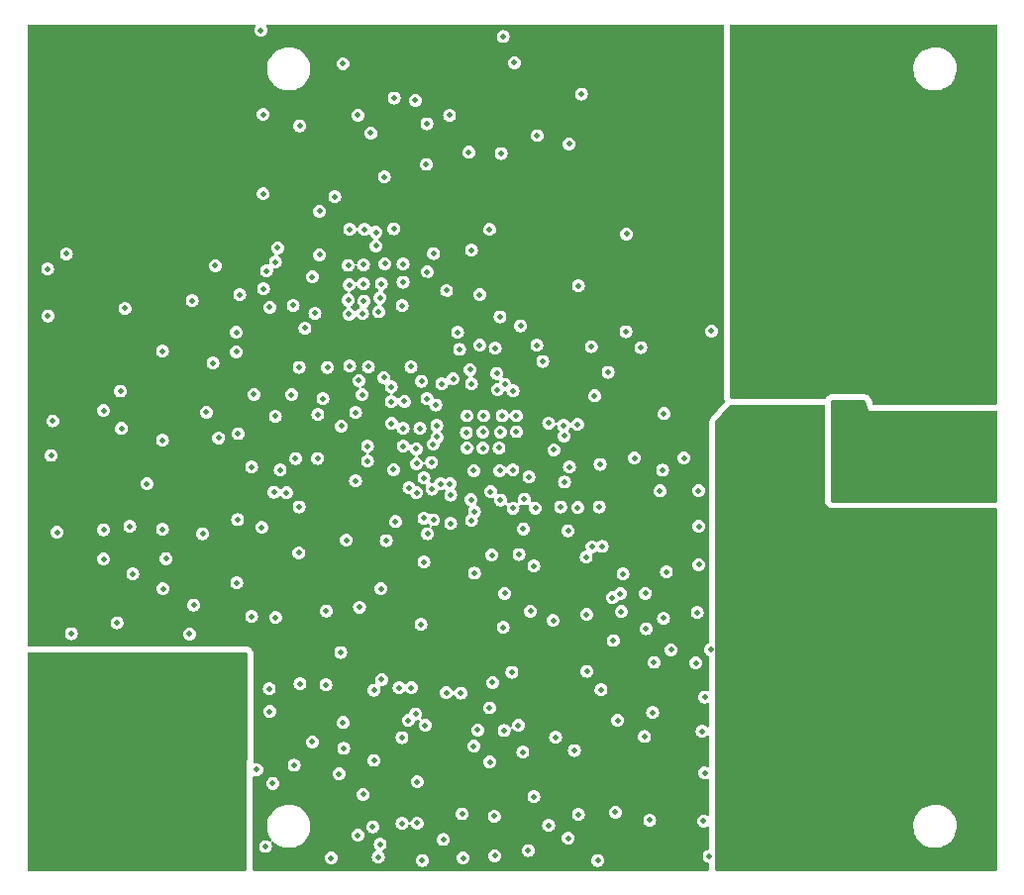
<source format=gbr>
%TF.GenerationSoftware,KiCad,Pcbnew,7.0.10-7.0.10~ubuntu22.04.1*%
%TF.CreationDate,2024-07-10T19:59:27-04:00*%
%TF.ProjectId,IcePSMNR55,49636550-534d-44e5-9235-352e6b696361,rev?*%
%TF.SameCoordinates,Original*%
%TF.FileFunction,Copper,L6,Inr*%
%TF.FilePolarity,Positive*%
%FSLAX46Y46*%
G04 Gerber Fmt 4.6, Leading zero omitted, Abs format (unit mm)*
G04 Created by KiCad (PCBNEW 7.0.10-7.0.10~ubuntu22.04.1) date 2024-07-10 19:59:27*
%MOMM*%
%LPD*%
G01*
G04 APERTURE LIST*
%TA.AperFunction,ComponentPad*%
%ADD10C,1.800000*%
%TD*%
%TA.AperFunction,ViaPad*%
%ADD11C,0.500000*%
%TD*%
G04 APERTURE END LIST*
D10*
%TO.N,/HighSw*%
%TO.C,M4*%
X101600000Y-45720000D03*
X104140000Y-45720000D03*
X106680000Y-45720000D03*
X109220000Y-45720000D03*
X111760000Y-45720000D03*
X114300000Y-45720000D03*
X114300000Y-48260000D03*
X111760000Y-48260000D03*
X109220000Y-48260000D03*
X106680000Y-48260000D03*
X104140000Y-48260000D03*
X101600000Y-48260000D03*
X101600000Y-50800000D03*
X104140000Y-50800000D03*
X106680000Y-50800000D03*
X109220000Y-50800000D03*
X111760000Y-50800000D03*
X114300000Y-50800000D03*
X114300000Y-53340000D03*
X111760000Y-53340000D03*
X109220000Y-53340000D03*
X106680000Y-53340000D03*
X104140000Y-53340000D03*
X101600000Y-53340000D03*
X101600000Y-55880000D03*
X104140000Y-55880000D03*
X106680000Y-55880000D03*
X109220000Y-55880000D03*
X111760000Y-55880000D03*
X114300000Y-55880000D03*
X114300000Y-58420000D03*
X111760000Y-58420000D03*
X109220000Y-58420000D03*
X106680000Y-58420000D03*
X104140000Y-58420000D03*
X101600000Y-58420000D03*
%TD*%
%TO.N,GND*%
%TO.C,M3*%
X101600000Y-82550000D03*
X104140000Y-82550000D03*
X106680000Y-82550000D03*
X109220000Y-82550000D03*
X111760000Y-82550000D03*
X114300000Y-82550000D03*
X114300000Y-85090000D03*
X111760000Y-85090000D03*
X109220000Y-85090000D03*
X106680000Y-85090000D03*
X104140000Y-85090000D03*
X101600000Y-85090000D03*
X101600000Y-87630000D03*
X104140000Y-87630000D03*
X106680000Y-87630000D03*
X109220000Y-87630000D03*
X111760000Y-87630000D03*
X114300000Y-87630000D03*
X114300000Y-90170000D03*
X111760000Y-90170000D03*
X109220000Y-90170000D03*
X106680000Y-90170000D03*
X104140000Y-90170000D03*
X101600000Y-90170000D03*
X101600000Y-92710000D03*
X104140000Y-92710000D03*
X106680000Y-92710000D03*
X109220000Y-92710000D03*
X111760000Y-92710000D03*
X114300000Y-92710000D03*
X114300000Y-95250000D03*
X111760000Y-95250000D03*
X109220000Y-95250000D03*
X106680000Y-95250000D03*
X104140000Y-95250000D03*
X101600000Y-95250000D03*
%TD*%
%TO.N,/VIN*%
%TO.C,M1*%
X39370000Y-38100000D03*
X41910000Y-38100000D03*
X44450000Y-38100000D03*
X46990000Y-38100000D03*
X49530000Y-38100000D03*
X52070000Y-38100000D03*
X52070000Y-40640000D03*
X49530000Y-40640000D03*
X46990000Y-40640000D03*
X44450000Y-40640000D03*
X41910000Y-40640000D03*
X39370000Y-40640000D03*
X39370000Y-43180000D03*
X41910000Y-43180000D03*
X44450000Y-43180000D03*
X46990000Y-43180000D03*
X49530000Y-43180000D03*
X52070000Y-43180000D03*
X52070000Y-45720000D03*
X49530000Y-45720000D03*
X46990000Y-45720000D03*
X44450000Y-45720000D03*
X41910000Y-45720000D03*
X39370000Y-45720000D03*
X39370000Y-48260000D03*
X41910000Y-48260000D03*
X44450000Y-48260000D03*
X46990000Y-48260000D03*
X49530000Y-48260000D03*
X52070000Y-48260000D03*
X52070000Y-50800000D03*
X49530000Y-50800000D03*
X46990000Y-50800000D03*
X44450000Y-50800000D03*
X41910000Y-50800000D03*
X39370000Y-50800000D03*
%TD*%
%TO.N,GND*%
%TO.C,M2*%
X39390000Y-102870000D03*
X41930000Y-102870000D03*
X44470000Y-102870000D03*
X47010000Y-102870000D03*
X49550000Y-102870000D03*
X52090000Y-102870000D03*
X52090000Y-100330000D03*
X49550000Y-100330000D03*
X47010000Y-100330000D03*
X44470000Y-100330000D03*
X41930000Y-100330000D03*
X39390000Y-100330000D03*
X39390000Y-97790000D03*
X41930000Y-97790000D03*
X44470000Y-97790000D03*
X47010000Y-97790000D03*
X49550000Y-97790000D03*
X52090000Y-97790000D03*
X52090000Y-95250000D03*
X49550000Y-95250000D03*
X47010000Y-95250000D03*
X44470000Y-95250000D03*
X41930000Y-95250000D03*
X39390000Y-95250000D03*
X39390000Y-92710000D03*
X41930000Y-92710000D03*
X44470000Y-92710000D03*
X47010000Y-92710000D03*
X49550000Y-92710000D03*
X52090000Y-92710000D03*
X52090000Y-90170000D03*
X49550000Y-90170000D03*
X47010000Y-90170000D03*
X44470000Y-90170000D03*
X41930000Y-90170000D03*
X39390000Y-90170000D03*
%TD*%
D11*
%TO.N,GND*%
X77470000Y-79629000D03*
%TO.N,/VIN*%
X51054000Y-72136000D03*
X79883000Y-79121000D03*
%TO.N,/LED_R*%
X89747821Y-72417821D03*
%TO.N,GND*%
X91567000Y-71374000D03*
X92826749Y-74167353D03*
X92837000Y-77216000D03*
X95250000Y-76327000D03*
X100076000Y-67691000D03*
X102235000Y-67691000D03*
X101092000Y-67691000D03*
X99060000Y-67691000D03*
X98044000Y-67691000D03*
X100584000Y-69215000D03*
X102743000Y-69215000D03*
X101600000Y-69215000D03*
X99568000Y-69215000D03*
X98552000Y-69215000D03*
X97917000Y-73914000D03*
X99949000Y-73914000D03*
X101981000Y-73914000D03*
X100965000Y-73914000D03*
X98933000Y-73914000D03*
%TO.N,/AntiSeriesFB*%
X110236000Y-73787000D03*
X112014000Y-73787000D03*
X113538000Y-73787000D03*
X109855000Y-72390000D03*
X113157000Y-72390000D03*
X111379000Y-72390000D03*
X108712000Y-73787000D03*
X114681000Y-72390000D03*
X108839000Y-70866000D03*
X110363000Y-70866000D03*
X112141000Y-70866000D03*
X113665000Y-70866000D03*
X109982000Y-69469000D03*
X111506000Y-69469000D03*
X113284000Y-69469000D03*
X114808000Y-69469000D03*
X112141000Y-68072000D03*
X113665000Y-68072000D03*
%TO.N,GND*%
X97917000Y-70739000D03*
X98933000Y-70739000D03*
%TO.N,/AntiSeriesFB*%
X108839000Y-68072000D03*
X110363000Y-68072000D03*
X117221000Y-68961000D03*
X116713000Y-71374000D03*
X116840000Y-74041000D03*
X115443000Y-74422000D03*
X108839000Y-74803000D03*
X107315000Y-68199000D03*
X107315000Y-70612000D03*
X107442000Y-74041000D03*
%TO.N,GND*%
X89846000Y-67590000D03*
%TO.N,/AntiSeriesFB*%
X105918000Y-69596000D03*
X105029000Y-69596000D03*
X105918000Y-71628000D03*
X105029000Y-71628000D03*
X105918000Y-73533000D03*
X105029000Y-73533000D03*
%TO.N,GND*%
X112250000Y-76962000D03*
X113284000Y-76962000D03*
X110218000Y-76962000D03*
X111252000Y-76962000D03*
X109220000Y-76962000D03*
X110744000Y-76200000D03*
X112776000Y-76200000D03*
X95630000Y-72910000D03*
X94614000Y-72910000D03*
X95122000Y-71894000D03*
X43390000Y-65650000D03*
X55800000Y-104600000D03*
X105840000Y-79320000D03*
X65230000Y-53250000D03*
X78440000Y-84480000D03*
X94940000Y-91770000D03*
X84479737Y-91209916D03*
X100880000Y-99460000D03*
X67665600Y-66522600D03*
X74380000Y-69160000D03*
X95956000Y-90246000D03*
X108460000Y-99460000D03*
X60018332Y-58988445D03*
X96816000Y-99460000D03*
X88320000Y-85980000D03*
X72970000Y-69220000D03*
X94940000Y-85458000D03*
X62940000Y-59090000D03*
X101600000Y-72390000D03*
X44450000Y-81280000D03*
X49310000Y-86420000D03*
X104396000Y-99460000D03*
X87346000Y-71374000D03*
X98171000Y-101981000D03*
X77230000Y-67760000D03*
X103380000Y-99460000D03*
X75438000Y-61976000D03*
X101410000Y-76204000D03*
X76030000Y-67760000D03*
X80600000Y-95270000D03*
X64180000Y-56490000D03*
X56515000Y-74295000D03*
X95956000Y-91262000D03*
X61722000Y-49022000D03*
X71272400Y-57048400D03*
X64180000Y-54850000D03*
X81680000Y-103890000D03*
X83921600Y-66065400D03*
X81360000Y-73440000D03*
X68707000Y-71856600D03*
X88200000Y-95200000D03*
X97832000Y-99460000D03*
X80000000Y-102800000D03*
X75820000Y-72450000D03*
X60706000Y-66294000D03*
X62712600Y-78409800D03*
X94940000Y-83426000D03*
X93345000Y-91821000D03*
X102934000Y-77220000D03*
X82810000Y-40260000D03*
X97028000Y-88773000D03*
X97570000Y-84100000D03*
X82200000Y-96400000D03*
X94940000Y-92786000D03*
X53410000Y-76650000D03*
X75760000Y-70520000D03*
X88890000Y-93150000D03*
X105412000Y-99460000D03*
X95956000Y-84950000D03*
X103632000Y-104521000D03*
X67560000Y-56350000D03*
X65590000Y-57680000D03*
X98848000Y-99460000D03*
X102872000Y-100476000D03*
X96308000Y-100476000D03*
X76200000Y-94691200D03*
X55400000Y-34800000D03*
X75946000Y-45339000D03*
X58730000Y-42970000D03*
X88650000Y-102360000D03*
X76940000Y-72390000D03*
X37200000Y-59230000D03*
X113810000Y-76200000D03*
X94940000Y-93802000D03*
X93345000Y-98298000D03*
X58250000Y-97650000D03*
X100584000Y-72390000D03*
X97409000Y-97790000D03*
X89820000Y-85070000D03*
X104904000Y-100476000D03*
X58170000Y-58330000D03*
X94940000Y-86474000D03*
X65440000Y-105500000D03*
X95956000Y-80886000D03*
X99949000Y-70739000D03*
X99356000Y-100476000D03*
X95360000Y-103390000D03*
X104458000Y-76204000D03*
X93120000Y-94760000D03*
X92710000Y-84582000D03*
X62960000Y-56580000D03*
X95800000Y-99460000D03*
X65460000Y-58880000D03*
X86220000Y-84520000D03*
X56650000Y-85020000D03*
X76120000Y-35340000D03*
X95956000Y-95326000D03*
X80390000Y-85270000D03*
X62433200Y-94005400D03*
X94940000Y-84442000D03*
X90068900Y-81117500D03*
X93730000Y-105440000D03*
X63830000Y-84130000D03*
X99378000Y-76204000D03*
X66000000Y-54760000D03*
X93910000Y-60520000D03*
X100372000Y-100476000D03*
X43490000Y-68860000D03*
X98298000Y-86614000D03*
X109746000Y-76200000D03*
X64800000Y-43600000D03*
X79020000Y-43800000D03*
X62230000Y-88011000D03*
X56840000Y-53400000D03*
X98520000Y-79810000D03*
X83280000Y-89620000D03*
X93250000Y-102420000D03*
X62860000Y-54900000D03*
X101918000Y-77220000D03*
X94784000Y-99460000D03*
X102426000Y-76204000D03*
X69088000Y-85598000D03*
X86650000Y-52230000D03*
X95956000Y-94310000D03*
X59791600Y-55880000D03*
X56159400Y-93065600D03*
X73280000Y-63810000D03*
X102440000Y-78980000D03*
X73040000Y-70520000D03*
X45670000Y-73580000D03*
X53340000Y-82042000D03*
X78994000Y-61722000D03*
X81780000Y-72150000D03*
X69201885Y-105793320D03*
X106250000Y-102890000D03*
X72680000Y-105580000D03*
X74380000Y-70530000D03*
X74980800Y-97383600D03*
X99886000Y-77220000D03*
X78250000Y-104940000D03*
X107040000Y-77600000D03*
X95956000Y-86982000D03*
X83250000Y-84750000D03*
X102616000Y-72390000D03*
X105920000Y-100476000D03*
X73660000Y-81229200D03*
X98552000Y-72390000D03*
X72490000Y-91480000D03*
X62410000Y-37650000D03*
X69138800Y-64820800D03*
X64516000Y-71628000D03*
X82473800Y-68503800D03*
X77597000Y-60071000D03*
X76120000Y-85860000D03*
X97150000Y-78550000D03*
X88280000Y-82950000D03*
X95956000Y-93294000D03*
X73030000Y-67760000D03*
X94940000Y-90754000D03*
X65659000Y-82550000D03*
X98870000Y-77220000D03*
X111778000Y-76200000D03*
X55040000Y-98020000D03*
X66120000Y-78440000D03*
X103888000Y-100476000D03*
X38780000Y-53920000D03*
X97324000Y-100476000D03*
X73928348Y-94643407D03*
X64210000Y-57950000D03*
X69530000Y-46260000D03*
X84200000Y-105800000D03*
X92837000Y-80500000D03*
X83650000Y-61860000D03*
X95956000Y-83934000D03*
X71000000Y-104000000D03*
X85910000Y-93810000D03*
X86130000Y-82980000D03*
X67480000Y-58360000D03*
X94940000Y-81394000D03*
X65600000Y-104400000D03*
X55600000Y-42000000D03*
X81661000Y-77597000D03*
X99568000Y-72390000D03*
X115970000Y-78640000D03*
X65960000Y-47340000D03*
X95292000Y-100476000D03*
X39200000Y-86400000D03*
X95956000Y-92278000D03*
X73590000Y-72460000D03*
X95956000Y-85966000D03*
X77830000Y-77440000D03*
X64090000Y-59030000D03*
X63700000Y-42070000D03*
X67560000Y-54790000D03*
X81760000Y-44510000D03*
X67995800Y-93827600D03*
X51490000Y-54940000D03*
X95956000Y-96342000D03*
X75360000Y-102000000D03*
X43780000Y-58580000D03*
X58674000Y-63627000D03*
X106428000Y-99460000D03*
X69342000Y-80264000D03*
X37460000Y-71150000D03*
X77240000Y-69120000D03*
X100394000Y-76204000D03*
X100902000Y-77220000D03*
X58648600Y-79476600D03*
X100965000Y-70739000D03*
X95956000Y-81902000D03*
X44196000Y-77216000D03*
X107952000Y-100476000D03*
X72600000Y-101800000D03*
X75400000Y-105400000D03*
X74940000Y-51840000D03*
X51793054Y-69659660D03*
X92583000Y-88900000D03*
X107444000Y-99460000D03*
X74940000Y-92740000D03*
X94940000Y-94818000D03*
X74450000Y-67760000D03*
X84410000Y-71930000D03*
X62870000Y-57860000D03*
X43100000Y-85470000D03*
X99864000Y-99460000D03*
X83710000Y-78990000D03*
X94940000Y-82410000D03*
X61087000Y-63627000D03*
X103950000Y-77220000D03*
X105310000Y-103920000D03*
X102364000Y-99460000D03*
X106936000Y-100476000D03*
X96960000Y-105470000D03*
X85704158Y-101681458D03*
X103442000Y-76204000D03*
X98180000Y-93580000D03*
X69596000Y-42799000D03*
X95956000Y-82918000D03*
X93853000Y-87757000D03*
X37170000Y-55210000D03*
X37600000Y-68210000D03*
X85520000Y-86990000D03*
X104966000Y-77220000D03*
X61400000Y-105600000D03*
X64960000Y-102920000D03*
X111600000Y-79510000D03*
X59791600Y-95656400D03*
X101981000Y-70739000D03*
X109910000Y-98600000D03*
X101540000Y-102970000D03*
X54813200Y-65938400D03*
X58674000Y-75565000D03*
X37973000Y-77724000D03*
X65700000Y-56480000D03*
X87890000Y-61940000D03*
X75870000Y-69150000D03*
X56400000Y-99200000D03*
X60256161Y-71423956D03*
X69455000Y-94240000D03*
X116990000Y-98840000D03*
X94940000Y-95834000D03*
X55600000Y-48790000D03*
X98340000Y-100476000D03*
X82490000Y-75620000D03*
%TO.N,+3V3*%
X76962000Y-75666000D03*
X62267974Y-68647000D03*
X60421470Y-50271730D03*
X75845000Y-59309000D03*
X58369200Y-71424800D03*
X85460000Y-83320000D03*
X74105000Y-57404000D03*
X67564000Y-68847000D03*
X72218513Y-60636487D03*
X66747913Y-72387087D03*
X84330000Y-75565000D03*
X63497060Y-73344633D03*
X56155000Y-58480000D03*
X79502000Y-63119000D03*
X69000000Y-68850000D03*
X57048400Y-72390000D03*
X86614000Y-60579000D03*
X69630600Y-55460000D03*
X59165000Y-60258000D03*
X53310000Y-62290000D03*
%TO.N,/+22V*%
X77790000Y-96520000D03*
X65074800Y-97231200D03*
X73609200Y-96012000D03*
X78740000Y-100330000D03*
%TO.N,+5V*%
X57605000Y-74355000D03*
X60960000Y-90780000D03*
X66774620Y-51771141D03*
X60985200Y-84454800D03*
%TO.N,+1V2*%
X70443511Y-68604923D03*
X75148133Y-79670000D03*
X69993000Y-71754601D03*
X80441800Y-70688200D03*
%TO.N,+2V5*%
X78867000Y-75666000D03*
X81030000Y-75565000D03*
%TO.N,/VIN*%
X91440000Y-43942000D03*
X89408000Y-39878000D03*
X91440000Y-44958000D03*
X82720000Y-83220000D03*
X54760000Y-63710000D03*
X91440000Y-54356000D03*
X90424000Y-53848000D03*
X91440000Y-42926000D03*
X91440000Y-40894000D03*
X62103000Y-72771000D03*
X90424000Y-55880000D03*
X91440000Y-38862000D03*
X84170000Y-50820000D03*
X89960000Y-61010000D03*
X89408000Y-41910000D03*
X90424000Y-41402000D03*
X92456000Y-41402000D03*
X57000000Y-35400000D03*
X91440000Y-56388000D03*
X89408000Y-55372000D03*
X90976000Y-61010000D03*
X88944000Y-61010000D03*
X92456000Y-53848000D03*
X67200000Y-42600000D03*
X92456000Y-42418000D03*
X86716000Y-40542000D03*
X92456000Y-40386000D03*
X76600000Y-41200000D03*
X91484000Y-59994000D03*
X89408000Y-44958000D03*
X44530000Y-60630000D03*
X89408000Y-53340000D03*
X46190000Y-54390000D03*
X90424000Y-56896000D03*
X91440000Y-51308000D03*
X92456000Y-54864000D03*
X71130000Y-57750000D03*
X55110000Y-51170000D03*
X89408000Y-40894000D03*
X56600000Y-40600000D03*
X82646000Y-49804000D03*
X89452000Y-59994000D03*
X86716000Y-41558000D03*
X92456000Y-39370000D03*
X89408000Y-54356000D03*
X52090000Y-57130000D03*
X63670000Y-49060000D03*
X42190000Y-54210000D03*
X51562000Y-78994000D03*
X90424000Y-54864000D03*
X49784000Y-69088000D03*
X92456000Y-55880000D03*
X72400000Y-51400000D03*
X70485000Y-40259000D03*
X82138000Y-50820000D03*
X90424000Y-40386000D03*
X57200000Y-47000000D03*
X90424000Y-44450000D03*
X92456000Y-52832000D03*
X65659000Y-80264000D03*
X81122000Y-50820000D03*
X64008000Y-46609000D03*
X67310000Y-84582000D03*
X89408000Y-38862000D03*
X88180000Y-72560000D03*
X55800000Y-43800000D03*
X90424000Y-42418000D03*
X89408000Y-52324000D03*
X82000000Y-42800000D03*
X86716000Y-43590000D03*
X89408000Y-56388000D03*
X92456000Y-56896000D03*
X69494446Y-56149807D03*
X90424000Y-39370000D03*
X82550000Y-87500000D03*
X92456000Y-44450000D03*
X64897000Y-68834000D03*
X90424000Y-43434000D03*
X77978000Y-90525600D03*
X57200000Y-44600000D03*
X90424000Y-52832000D03*
X91440000Y-41910000D03*
X48640000Y-54050000D03*
X90468000Y-59994000D03*
X82753200Y-93675200D03*
X57290000Y-48680000D03*
X89408000Y-51308000D03*
X72567800Y-56286400D03*
X85700000Y-42066000D03*
X92456000Y-43434000D03*
X89408000Y-57404000D03*
X70993000Y-55245000D03*
X86716000Y-42574000D03*
X83662000Y-49804000D03*
X67400000Y-45000000D03*
X85700000Y-43082000D03*
X89408000Y-43942000D03*
X60200000Y-51800000D03*
X82000000Y-37400000D03*
X60198000Y-61214000D03*
X36930000Y-53680000D03*
X89408000Y-42926000D03*
X69610000Y-57930000D03*
X91440000Y-57404000D03*
X88436000Y-59994000D03*
X91440000Y-39878000D03*
X69350000Y-52570000D03*
X91440000Y-53340000D03*
X85700000Y-41050000D03*
X91440000Y-55372000D03*
X83154000Y-50820000D03*
X91440000Y-52324000D03*
X63260000Y-90932000D03*
X57023000Y-77927200D03*
X81630000Y-49804000D03*
X90424000Y-51816000D03*
X61710000Y-47660000D03*
X92456000Y-51816000D03*
X61400000Y-42400000D03*
X55800000Y-45800000D03*
%TO.N,Net-(U8-GND{slash}ADJ)*%
X56120000Y-91100000D03*
X58743587Y-90696413D03*
%TO.N,Net-(C43-Pad1)*%
X77419200Y-94234000D03*
X82550000Y-101854000D03*
%TO.N,/LED_R*%
X90474800Y-87782400D03*
X75620000Y-65532000D03*
%TO.N,/LED_G*%
X76962000Y-65624800D03*
X84582000Y-78943200D03*
X81330800Y-69494400D03*
%TO.N,/LED_B*%
X89001600Y-88849200D03*
X76250800Y-65074800D03*
%TO.N,/CDONE*%
X70154800Y-76657200D03*
X83210400Y-79857600D03*
X70131751Y-70208481D03*
%TO.N,Net-(IC1-CA)*%
X73176400Y-45237400D03*
X77070000Y-37567200D03*
%TO.N,/USB_M*%
X55880000Y-55372000D03*
X54610000Y-84937600D03*
X68760000Y-102610000D03*
X68595000Y-40800000D03*
%TO.N,/USB_P*%
X67462026Y-95300800D03*
X68760000Y-99060000D03*
X67208400Y-91033600D03*
X55626000Y-56896000D03*
X53441600Y-69291200D03*
X55473600Y-77317600D03*
X66800000Y-40600000D03*
%TO.N,/IOT_36B*%
X50749200Y-67462400D03*
X66580000Y-68427600D03*
X78319999Y-73004078D03*
%TO.N,/VGS:LOAD-IOB_13B*%
X74117200Y-61722000D03*
X70459600Y-69590000D03*
X70358000Y-66852800D03*
X71526400Y-42062400D03*
X70166127Y-53896000D03*
%TO.N,/VGS:Fly-IOB_18A*%
X71628000Y-76962000D03*
X78740000Y-80619600D03*
X86360000Y-81280000D03*
X68716983Y-74355000D03*
X69342000Y-73085000D03*
%TO.N,/IOT_43A*%
X66548000Y-66548000D03*
X80006265Y-68385000D03*
X41950000Y-67310000D03*
%TO.N,/IOT_42B*%
X81280000Y-68580000D03*
X46990000Y-69850000D03*
X64516000Y-70358000D03*
X67568653Y-70362653D03*
%TO.N,/FPGA_SO*%
X71628000Y-74549000D03*
X68067347Y-73918653D03*
X66894389Y-76818811D03*
X62077600Y-98399600D03*
X62484000Y-96215200D03*
X65074800Y-91236800D03*
X46990000Y-77470000D03*
X70027987Y-74040813D03*
%TO.N,/FT_SSn*%
X65909774Y-64508148D03*
X73369000Y-74930000D03*
X41960800Y-77520800D03*
X85090000Y-64058800D03*
%TO.N,/FPGA_SI*%
X73660000Y-75946000D03*
X63690000Y-103639000D03*
X47300000Y-79980000D03*
X64135000Y-100140000D03*
%TO.N,/FLASH_MOSI*%
X62992000Y-63500000D03*
X41950000Y-80010000D03*
X65735200Y-90322400D03*
X73406000Y-53594000D03*
%TO.N,/FT_SCK*%
X68229418Y-63567000D03*
X47040800Y-82550000D03*
X64052676Y-65973000D03*
X69650079Y-77853000D03*
%TO.N,/FLASH_MISO*%
X49657000Y-83947000D03*
X50419000Y-77851000D03*
X63500000Y-67497000D03*
X82550000Y-56642000D03*
X64592200Y-63576200D03*
X54610000Y-72136000D03*
X56642000Y-67810000D03*
%TO.N,/HighSw*%
X106470000Y-36430000D03*
X115824000Y-61976000D03*
X115189000Y-65278000D03*
X113538000Y-63246000D03*
X101346000Y-63246000D03*
X102870000Y-41148000D03*
X106680000Y-61976000D03*
X108204000Y-61976000D03*
X97282000Y-44958000D03*
X110490000Y-63246000D03*
X101346000Y-40132000D03*
X108966000Y-63246000D03*
X95730000Y-60810000D03*
X98806000Y-55880000D03*
X98806000Y-60452000D03*
X101346000Y-37084000D03*
X100584000Y-61976000D03*
X101346000Y-38608000D03*
X98806000Y-49784000D03*
X112776000Y-61976000D03*
X96266000Y-44958000D03*
X102870000Y-42672000D03*
X103632000Y-61976000D03*
X116850000Y-57200000D03*
X97536000Y-61976000D03*
X97282000Y-53340000D03*
X98806000Y-40640000D03*
X96266000Y-55372000D03*
X98806000Y-45212000D03*
X97282000Y-57404000D03*
X116890000Y-35410000D03*
X100076000Y-42672000D03*
X98806000Y-54356000D03*
X99060000Y-61976000D03*
X114300000Y-61976000D03*
X115189000Y-66294000D03*
X98806000Y-38862000D03*
X102108000Y-61976000D03*
X98806000Y-58928000D03*
X107720000Y-39390000D03*
X98806000Y-48260000D03*
X100076000Y-39624000D03*
X98806000Y-46736000D03*
X96266000Y-57404000D03*
X100076000Y-38100000D03*
X101346000Y-41656000D03*
X104394000Y-63246000D03*
X96774000Y-63246000D03*
X113157000Y-66294000D03*
X116820000Y-41280000D03*
X109500000Y-41810000D03*
X111252000Y-61976000D03*
X117200000Y-49320000D03*
X103060000Y-36240000D03*
X96266000Y-53340000D03*
X111125000Y-65278000D03*
X98806000Y-57404000D03*
X99822000Y-63246000D03*
X97282000Y-42926000D03*
X102870000Y-63246000D03*
X105918000Y-63246000D03*
X111125000Y-66294000D03*
X102870000Y-38100000D03*
X96266000Y-40894000D03*
X98806000Y-52832000D03*
X109728000Y-61976000D03*
X97282000Y-55372000D03*
X102870000Y-39624000D03*
X115062000Y-63246000D03*
X98806000Y-43688000D03*
X113157000Y-65278000D03*
X97282000Y-40894000D03*
X107442000Y-63246000D03*
X100076000Y-41148000D03*
X98806000Y-51308000D03*
X116586000Y-63246000D03*
X112014000Y-63246000D03*
X98806000Y-42164000D03*
X96266000Y-42926000D03*
X104610000Y-38710000D03*
X105156000Y-61976000D03*
X105180000Y-41430000D03*
X98298000Y-63246000D03*
%TO.N,/CRESET_N*%
X69600000Y-66294001D03*
X68681600Y-70604601D03*
%TO.N,/EE_CS*%
X53310000Y-60640000D03*
X62992000Y-51816000D03*
X58013600Y-65973000D03*
%TO.N,/EE_CLK*%
X64262000Y-51816000D03*
X60267500Y-67660000D03*
%TO.N,/EE_DAT*%
X65235000Y-52070000D03*
X56642000Y-54610000D03*
X53594000Y-57404000D03*
%TO.N,Net-(U9-EN{slash}UVLO)*%
X76860400Y-89712800D03*
X75201866Y-90575000D03*
X71260000Y-91450000D03*
%TO.N,/IOB_22A*%
X89509648Y-74193352D03*
X70782797Y-73573857D03*
X77927200Y-74879200D03*
X73406000Y-76708000D03*
%TO.N,/IOB_23B*%
X68630800Y-93268800D03*
X75895200Y-74980800D03*
X76250800Y-82956400D03*
X68275200Y-91033600D03*
%TO.N,/IOB_24A*%
X69342000Y-76521000D03*
X71577200Y-73592627D03*
X67462400Y-102616000D03*
%TO.N,/CRYSTAL-IOB_25B_G3*%
X75031600Y-74254078D03*
X75559627Y-64139627D03*
%TO.N,/IOB_0A*%
X73406000Y-65024000D03*
X49530000Y-57912000D03*
%TO.N,/IOB_2A*%
X51308000Y-63246000D03*
X71839405Y-64620975D03*
%TO.N,/IOB_4A*%
X63777929Y-64746071D03*
X66548000Y-65278000D03*
X46990000Y-62230000D03*
X70866000Y-65024000D03*
%TO.N,/CLK_12M_FT*%
X72390000Y-62090000D03*
X60411834Y-54011034D03*
%TD*%
%TA.AperFunction,Conductor*%
%TO.N,GND*%
G36*
X54192734Y-88019685D02*
G01*
X54238489Y-88072489D01*
X54249695Y-88124304D01*
X54204520Y-106555804D01*
X54184671Y-106622795D01*
X54131755Y-106668420D01*
X54080520Y-106679500D01*
X35557500Y-106679500D01*
X35490461Y-106659815D01*
X35444706Y-106607011D01*
X35433500Y-106555500D01*
X35433500Y-88124000D01*
X35453185Y-88056961D01*
X35505989Y-88011206D01*
X35557500Y-88000000D01*
X54125695Y-88000000D01*
X54192734Y-88019685D01*
G37*
%TD.AperFunction*%
%TD*%
%TA.AperFunction,Conductor*%
%TO.N,/HighSw*%
G36*
X118306539Y-34310185D02*
G01*
X118352294Y-34362989D01*
X118363500Y-34414500D01*
X118363500Y-66680500D01*
X118343815Y-66747539D01*
X118291011Y-66793294D01*
X118239500Y-66804500D01*
X107789832Y-66804500D01*
X107722793Y-66784815D01*
X107677038Y-66732011D01*
X107670603Y-66714565D01*
X107572748Y-66372069D01*
X107560958Y-66335990D01*
X107557098Y-66325525D01*
X107554527Y-66318555D01*
X107540080Y-66283496D01*
X107540075Y-66283488D01*
X107462300Y-66162468D01*
X107462287Y-66162451D01*
X107416543Y-66109659D01*
X107416539Y-66109656D01*
X107416537Y-66109653D01*
X107307803Y-66015433D01*
X107307800Y-66015431D01*
X107307798Y-66015430D01*
X107176932Y-65955664D01*
X107176927Y-65955662D01*
X107176926Y-65955662D01*
X107109887Y-65935977D01*
X107109889Y-65935977D01*
X107109884Y-65935976D01*
X107047814Y-65927052D01*
X106967467Y-65915500D01*
X104264000Y-65915500D01*
X104263991Y-65915500D01*
X104263990Y-65915501D01*
X104156549Y-65927052D01*
X104156537Y-65927054D01*
X104105027Y-65938260D01*
X104002502Y-65972383D01*
X104002496Y-65972386D01*
X103881462Y-66050171D01*
X103881451Y-66050179D01*
X103828659Y-66095923D01*
X103734434Y-66204662D01*
X103734431Y-66204667D01*
X103719837Y-66236621D01*
X103674080Y-66289423D01*
X103607040Y-66309105D01*
X103589400Y-66307843D01*
X103510503Y-66296500D01*
X103510500Y-66296500D01*
X95628000Y-66296500D01*
X95560961Y-66276815D01*
X95515206Y-66224011D01*
X95504000Y-66172500D01*
X95504000Y-38167763D01*
X111175787Y-38167763D01*
X111205413Y-38437013D01*
X111205415Y-38437024D01*
X111273926Y-38699082D01*
X111273928Y-38699088D01*
X111379870Y-38948390D01*
X111451998Y-39066575D01*
X111520979Y-39179605D01*
X111520986Y-39179615D01*
X111694253Y-39387819D01*
X111694259Y-39387824D01*
X111895998Y-39568582D01*
X112121910Y-39718044D01*
X112367176Y-39833020D01*
X112367183Y-39833022D01*
X112367185Y-39833023D01*
X112626557Y-39911057D01*
X112626564Y-39911058D01*
X112626569Y-39911060D01*
X112894561Y-39950500D01*
X112894566Y-39950500D01*
X113097629Y-39950500D01*
X113097631Y-39950500D01*
X113097636Y-39950499D01*
X113097648Y-39950499D01*
X113135191Y-39947750D01*
X113300156Y-39935677D01*
X113412758Y-39910593D01*
X113564546Y-39876782D01*
X113564548Y-39876781D01*
X113564553Y-39876780D01*
X113817558Y-39780014D01*
X114053777Y-39647441D01*
X114268177Y-39481888D01*
X114456186Y-39286881D01*
X114613799Y-39066579D01*
X114687787Y-38922669D01*
X114737649Y-38825690D01*
X114737651Y-38825684D01*
X114737656Y-38825675D01*
X114825118Y-38569305D01*
X114874319Y-38302933D01*
X114884212Y-38032235D01*
X114854586Y-37762982D01*
X114786072Y-37500912D01*
X114680130Y-37251610D01*
X114539018Y-37020390D01*
X114449747Y-36913119D01*
X114365746Y-36812180D01*
X114365740Y-36812175D01*
X114164002Y-36631418D01*
X113938092Y-36481957D01*
X113938090Y-36481956D01*
X113692824Y-36366980D01*
X113692819Y-36366978D01*
X113692814Y-36366976D01*
X113433442Y-36288942D01*
X113433428Y-36288939D01*
X113317791Y-36271921D01*
X113165439Y-36249500D01*
X112962369Y-36249500D01*
X112962351Y-36249500D01*
X112759844Y-36264323D01*
X112759831Y-36264325D01*
X112495453Y-36323217D01*
X112495446Y-36323220D01*
X112242439Y-36419987D01*
X112006226Y-36552557D01*
X111791822Y-36718112D01*
X111603822Y-36913109D01*
X111603816Y-36913116D01*
X111446202Y-37133419D01*
X111446199Y-37133424D01*
X111322350Y-37374309D01*
X111322343Y-37374327D01*
X111234884Y-37630685D01*
X111234881Y-37630699D01*
X111185681Y-37897068D01*
X111185680Y-37897075D01*
X111175787Y-38167763D01*
X95504000Y-38167763D01*
X95504000Y-34414500D01*
X95523685Y-34347461D01*
X95576489Y-34301706D01*
X95628000Y-34290500D01*
X118239500Y-34290500D01*
X118306539Y-34310185D01*
G37*
%TD.AperFunction*%
%TD*%
%TA.AperFunction,Conductor*%
%TO.N,GND*%
G36*
X103577539Y-66821685D02*
G01*
X103623294Y-66874489D01*
X103634500Y-66926000D01*
X103634500Y-75060000D01*
X103634501Y-75060009D01*
X103646052Y-75167450D01*
X103646054Y-75167462D01*
X103657260Y-75218972D01*
X103691383Y-75321497D01*
X103691386Y-75321503D01*
X103769171Y-75442537D01*
X103769179Y-75442548D01*
X103814923Y-75495340D01*
X103814926Y-75495343D01*
X103814930Y-75495347D01*
X103923664Y-75589567D01*
X104054541Y-75649338D01*
X104121580Y-75669023D01*
X104121584Y-75669024D01*
X104264000Y-75689500D01*
X104264003Y-75689500D01*
X118239500Y-75689500D01*
X118306539Y-75709185D01*
X118352294Y-75761989D01*
X118363500Y-75813500D01*
X118363500Y-106555500D01*
X118343815Y-106622539D01*
X118291011Y-106668294D01*
X118239500Y-106679500D01*
X94358000Y-106679500D01*
X94290961Y-106659815D01*
X94245206Y-106607011D01*
X94234000Y-106555500D01*
X94234000Y-102937763D01*
X111175787Y-102937763D01*
X111205413Y-103207013D01*
X111205415Y-103207024D01*
X111273926Y-103469082D01*
X111273928Y-103469088D01*
X111379870Y-103718390D01*
X111451998Y-103836575D01*
X111520979Y-103949605D01*
X111520986Y-103949615D01*
X111694253Y-104157819D01*
X111694259Y-104157824D01*
X111895998Y-104338582D01*
X112121910Y-104488044D01*
X112367176Y-104603020D01*
X112367183Y-104603022D01*
X112367185Y-104603023D01*
X112626557Y-104681057D01*
X112626564Y-104681058D01*
X112626569Y-104681060D01*
X112894561Y-104720500D01*
X112894566Y-104720500D01*
X113097629Y-104720500D01*
X113097631Y-104720500D01*
X113097636Y-104720499D01*
X113097648Y-104720499D01*
X113135191Y-104717750D01*
X113300156Y-104705677D01*
X113412758Y-104680593D01*
X113564546Y-104646782D01*
X113564548Y-104646781D01*
X113564553Y-104646780D01*
X113817558Y-104550014D01*
X114053777Y-104417441D01*
X114268177Y-104251888D01*
X114456186Y-104056881D01*
X114613799Y-103836579D01*
X114687787Y-103692669D01*
X114737649Y-103595690D01*
X114737651Y-103595684D01*
X114737656Y-103595675D01*
X114825118Y-103339305D01*
X114874319Y-103072933D01*
X114884212Y-102802235D01*
X114854586Y-102532982D01*
X114786072Y-102270912D01*
X114680130Y-102021610D01*
X114539018Y-101790390D01*
X114449747Y-101683119D01*
X114365746Y-101582180D01*
X114365740Y-101582175D01*
X114164002Y-101401418D01*
X113938092Y-101251957D01*
X113938090Y-101251956D01*
X113692824Y-101136980D01*
X113692819Y-101136978D01*
X113692814Y-101136976D01*
X113433442Y-101058942D01*
X113433428Y-101058939D01*
X113317791Y-101041921D01*
X113165439Y-101019500D01*
X112962369Y-101019500D01*
X112962351Y-101019500D01*
X112759844Y-101034323D01*
X112759831Y-101034325D01*
X112495453Y-101093217D01*
X112495446Y-101093220D01*
X112242439Y-101189987D01*
X112006226Y-101322557D01*
X111791822Y-101488112D01*
X111603822Y-101683109D01*
X111603816Y-101683116D01*
X111446202Y-101903419D01*
X111446199Y-101903424D01*
X111322350Y-102144309D01*
X111322343Y-102144327D01*
X111234884Y-102400685D01*
X111234881Y-102400699D01*
X111185681Y-102667068D01*
X111185680Y-102667075D01*
X111175787Y-102937763D01*
X94234000Y-102937763D01*
X94234000Y-68370893D01*
X94253685Y-68303854D01*
X94262736Y-68291516D01*
X95466819Y-66846616D01*
X95524858Y-66807718D01*
X95562078Y-66802000D01*
X103510500Y-66802000D01*
X103577539Y-66821685D01*
G37*
%TD.AperFunction*%
%TD*%
%TA.AperFunction,Conductor*%
%TO.N,/VIN*%
G36*
X54250000Y-53000000D02*
G01*
X35433500Y-53000000D01*
X35433500Y-34414500D01*
X35453185Y-34347461D01*
X35505989Y-34301706D01*
X35557500Y-34290500D01*
X54250000Y-34290500D01*
X54250000Y-53000000D01*
G37*
%TD.AperFunction*%
%TD*%
%TA.AperFunction,Conductor*%
%TO.N,/VIN*%
G36*
X54912655Y-34310185D02*
G01*
X54958410Y-34362989D01*
X54968354Y-34432147D01*
X54943992Y-34489985D01*
X54929214Y-34509244D01*
X54919137Y-34522377D01*
X54863671Y-34656287D01*
X54863670Y-34656291D01*
X54844750Y-34799999D01*
X54844750Y-34800000D01*
X54863670Y-34943708D01*
X54863671Y-34943712D01*
X54919137Y-35077622D01*
X54919138Y-35077624D01*
X54919139Y-35077625D01*
X55007379Y-35192621D01*
X55122375Y-35280861D01*
X55256291Y-35336330D01*
X55383280Y-35353048D01*
X55399999Y-35355250D01*
X55400000Y-35355250D01*
X55400001Y-35355250D01*
X55414977Y-35353278D01*
X55515833Y-35340000D01*
X75564750Y-35340000D01*
X75583670Y-35483708D01*
X75583671Y-35483712D01*
X75639137Y-35617622D01*
X75639138Y-35617624D01*
X75639139Y-35617625D01*
X75727379Y-35732621D01*
X75842375Y-35820861D01*
X75976291Y-35876330D01*
X76103280Y-35893048D01*
X76119999Y-35895250D01*
X76120000Y-35895250D01*
X76120001Y-35895250D01*
X76134977Y-35893278D01*
X76263709Y-35876330D01*
X76397625Y-35820861D01*
X76512621Y-35732621D01*
X76600861Y-35617625D01*
X76656330Y-35483709D01*
X76675250Y-35340000D01*
X76656330Y-35196291D01*
X76607178Y-35077625D01*
X76600862Y-35062377D01*
X76600861Y-35062376D01*
X76600861Y-35062375D01*
X76512621Y-34947379D01*
X76397625Y-34859139D01*
X76397624Y-34859138D01*
X76397622Y-34859137D01*
X76263712Y-34803671D01*
X76263710Y-34803670D01*
X76263709Y-34803670D01*
X76191854Y-34794210D01*
X76120001Y-34784750D01*
X76119999Y-34784750D01*
X75976291Y-34803670D01*
X75976287Y-34803671D01*
X75842377Y-34859137D01*
X75727379Y-34947379D01*
X75639137Y-35062377D01*
X75583671Y-35196287D01*
X75583670Y-35196291D01*
X75564750Y-35339999D01*
X75564750Y-35340000D01*
X55515833Y-35340000D01*
X55543709Y-35336330D01*
X55677625Y-35280861D01*
X55792621Y-35192621D01*
X55880861Y-35077625D01*
X55936330Y-34943709D01*
X55955250Y-34800000D01*
X55936330Y-34656291D01*
X55880861Y-34522375D01*
X55856007Y-34489985D01*
X55830814Y-34424817D01*
X55844852Y-34356373D01*
X55893666Y-34306383D01*
X55954384Y-34290500D01*
X94874500Y-34290500D01*
X94941539Y-34310185D01*
X94987294Y-34362989D01*
X94998500Y-34414500D01*
X94998500Y-38149254D01*
X94998500Y-66172500D01*
X94998501Y-66172509D01*
X95010052Y-66279950D01*
X95010054Y-66279962D01*
X95021260Y-66331472D01*
X95055384Y-66433998D01*
X95056519Y-66436370D01*
X95056846Y-66438393D01*
X95057836Y-66441365D01*
X95057354Y-66441525D01*
X95067698Y-66505339D01*
X95039923Y-66569274D01*
X93874408Y-67967892D01*
X93855143Y-67992520D01*
X93846102Y-68004844D01*
X93828432Y-68030557D01*
X93768663Y-68161430D01*
X93748976Y-68228475D01*
X93739220Y-68296330D01*
X93728753Y-68369137D01*
X93728500Y-68370894D01*
X93728500Y-87129859D01*
X93708815Y-87196898D01*
X93656011Y-87242653D01*
X93651952Y-87244420D01*
X93575377Y-87276137D01*
X93460379Y-87364379D01*
X93372137Y-87479377D01*
X93316671Y-87613287D01*
X93316670Y-87613291D01*
X93297750Y-87756999D01*
X93297750Y-87757000D01*
X93316670Y-87900708D01*
X93316671Y-87900712D01*
X93372137Y-88034622D01*
X93372138Y-88034624D01*
X93372139Y-88034625D01*
X93460379Y-88149621D01*
X93575375Y-88237861D01*
X93575376Y-88237861D01*
X93575377Y-88237862D01*
X93651952Y-88269580D01*
X93706356Y-88313420D01*
X93728421Y-88379714D01*
X93728500Y-88384141D01*
X93728500Y-91198415D01*
X93708815Y-91265454D01*
X93656011Y-91311209D01*
X93586853Y-91321153D01*
X93557051Y-91312977D01*
X93488709Y-91284670D01*
X93488708Y-91284669D01*
X93488706Y-91284669D01*
X93345001Y-91265750D01*
X93344999Y-91265750D01*
X93201291Y-91284670D01*
X93201287Y-91284671D01*
X93067377Y-91340137D01*
X92952379Y-91428379D01*
X92864137Y-91543377D01*
X92808671Y-91677287D01*
X92808670Y-91677291D01*
X92796053Y-91773128D01*
X92789750Y-91821000D01*
X92808163Y-91960861D01*
X92808670Y-91964708D01*
X92808671Y-91964712D01*
X92864137Y-92098622D01*
X92864138Y-92098624D01*
X92864139Y-92098625D01*
X92952379Y-92213621D01*
X93067375Y-92301861D01*
X93201291Y-92357330D01*
X93328280Y-92374048D01*
X93344999Y-92376250D01*
X93345000Y-92376250D01*
X93345001Y-92376250D01*
X93359977Y-92374278D01*
X93488709Y-92357330D01*
X93557049Y-92329022D01*
X93626516Y-92321554D01*
X93688996Y-92352829D01*
X93724648Y-92412918D01*
X93728500Y-92443584D01*
X93728500Y-94283896D01*
X93708815Y-94350935D01*
X93656011Y-94396690D01*
X93586853Y-94406634D01*
X93523297Y-94377609D01*
X93516819Y-94371577D01*
X93512625Y-94367383D01*
X93512622Y-94367381D01*
X93512621Y-94367379D01*
X93397625Y-94279139D01*
X93397624Y-94279138D01*
X93397622Y-94279137D01*
X93263712Y-94223671D01*
X93263710Y-94223670D01*
X93263709Y-94223670D01*
X93162437Y-94210337D01*
X93120001Y-94204750D01*
X93119999Y-94204750D01*
X92976291Y-94223670D01*
X92976287Y-94223671D01*
X92842377Y-94279137D01*
X92727379Y-94367379D01*
X92639137Y-94482377D01*
X92583671Y-94616287D01*
X92583670Y-94616291D01*
X92570130Y-94719139D01*
X92564750Y-94760000D01*
X92565338Y-94764470D01*
X92583670Y-94903708D01*
X92583671Y-94903712D01*
X92639137Y-95037622D01*
X92639138Y-95037624D01*
X92639139Y-95037625D01*
X92727379Y-95152621D01*
X92842375Y-95240861D01*
X92976291Y-95296330D01*
X93103280Y-95313048D01*
X93119999Y-95315250D01*
X93120000Y-95315250D01*
X93120001Y-95315250D01*
X93134977Y-95313278D01*
X93263709Y-95296330D01*
X93397625Y-95240861D01*
X93512621Y-95152621D01*
X93512625Y-95152616D01*
X93516819Y-95148423D01*
X93578142Y-95114938D01*
X93647834Y-95119922D01*
X93703767Y-95161794D01*
X93728184Y-95227258D01*
X93728500Y-95236104D01*
X93728500Y-97675415D01*
X93708815Y-97742454D01*
X93656011Y-97788209D01*
X93586853Y-97798153D01*
X93557051Y-97789977D01*
X93488709Y-97761670D01*
X93488708Y-97761669D01*
X93488706Y-97761669D01*
X93345001Y-97742750D01*
X93344999Y-97742750D01*
X93201291Y-97761670D01*
X93201287Y-97761671D01*
X93067377Y-97817137D01*
X92952379Y-97905379D01*
X92864137Y-98020377D01*
X92808671Y-98154287D01*
X92808670Y-98154291D01*
X92789750Y-98298000D01*
X92804840Y-98412621D01*
X92808670Y-98441708D01*
X92808671Y-98441712D01*
X92864137Y-98575622D01*
X92864138Y-98575624D01*
X92864139Y-98575625D01*
X92952379Y-98690621D01*
X93067375Y-98778861D01*
X93067376Y-98778861D01*
X93067377Y-98778862D01*
X93099627Y-98792220D01*
X93201291Y-98834330D01*
X93328280Y-98851048D01*
X93344999Y-98853250D01*
X93345000Y-98853250D01*
X93345001Y-98853250D01*
X93359977Y-98851278D01*
X93488709Y-98834330D01*
X93557049Y-98806022D01*
X93626516Y-98798554D01*
X93688996Y-98829829D01*
X93724648Y-98889918D01*
X93728500Y-98920584D01*
X93728500Y-101841828D01*
X93708815Y-101908867D01*
X93656011Y-101954622D01*
X93586853Y-101964566D01*
X93534950Y-101942706D01*
X93534664Y-101943203D01*
X93530713Y-101940922D01*
X93529020Y-101940209D01*
X93527626Y-101939139D01*
X93527623Y-101939138D01*
X93393712Y-101883671D01*
X93393710Y-101883670D01*
X93393709Y-101883670D01*
X93321854Y-101874210D01*
X93250001Y-101864750D01*
X93249999Y-101864750D01*
X93106291Y-101883670D01*
X93106287Y-101883671D01*
X92972377Y-101939137D01*
X92857379Y-102027379D01*
X92769137Y-102142377D01*
X92713671Y-102276287D01*
X92713670Y-102276291D01*
X92696412Y-102407379D01*
X92694750Y-102420000D01*
X92710065Y-102536330D01*
X92713670Y-102563708D01*
X92713671Y-102563712D01*
X92769137Y-102697622D01*
X92769138Y-102697624D01*
X92769139Y-102697625D01*
X92857379Y-102812621D01*
X92972375Y-102900861D01*
X93106291Y-102956330D01*
X93233280Y-102973048D01*
X93249999Y-102975250D01*
X93250000Y-102975250D01*
X93250001Y-102975250D01*
X93264977Y-102973278D01*
X93393709Y-102956330D01*
X93527625Y-102900861D01*
X93529012Y-102899797D01*
X93530392Y-102899263D01*
X93534664Y-102896797D01*
X93535048Y-102897463D01*
X93594181Y-102874601D01*
X93662626Y-102888638D01*
X93712616Y-102937451D01*
X93728500Y-102998171D01*
X93728500Y-104776202D01*
X93708815Y-104843241D01*
X93656011Y-104888996D01*
X93620688Y-104899141D01*
X93586291Y-104903670D01*
X93586287Y-104903671D01*
X93452377Y-104959137D01*
X93337379Y-105047379D01*
X93249137Y-105162377D01*
X93193671Y-105296287D01*
X93193670Y-105296291D01*
X93174750Y-105439999D01*
X93174750Y-105440000D01*
X93193670Y-105583708D01*
X93193671Y-105583712D01*
X93249137Y-105717622D01*
X93249138Y-105717624D01*
X93249139Y-105717625D01*
X93337379Y-105832621D01*
X93452375Y-105920861D01*
X93586286Y-105976328D01*
X93586291Y-105976330D01*
X93620688Y-105980858D01*
X93684580Y-106009122D01*
X93723052Y-106067445D01*
X93728500Y-106103796D01*
X93728500Y-106555500D01*
X93708815Y-106622539D01*
X93656011Y-106668294D01*
X93604500Y-106679500D01*
X54834022Y-106679500D01*
X54766983Y-106659815D01*
X54721228Y-106607011D01*
X54710022Y-106555198D01*
X54712363Y-105600000D01*
X60844750Y-105600000D01*
X60852160Y-105656287D01*
X60863670Y-105743708D01*
X60863671Y-105743712D01*
X60919137Y-105877622D01*
X60919138Y-105877624D01*
X60919139Y-105877625D01*
X61007379Y-105992621D01*
X61122375Y-106080861D01*
X61256291Y-106136330D01*
X61383280Y-106153048D01*
X61399999Y-106155250D01*
X61400000Y-106155250D01*
X61400001Y-106155250D01*
X61414977Y-106153278D01*
X61543709Y-106136330D01*
X61677625Y-106080861D01*
X61792621Y-105992621D01*
X61880861Y-105877625D01*
X61936330Y-105743709D01*
X61955250Y-105600000D01*
X61942085Y-105500000D01*
X64884750Y-105500000D01*
X64897915Y-105600000D01*
X64903670Y-105643708D01*
X64903671Y-105643712D01*
X64959137Y-105777622D01*
X64959138Y-105777624D01*
X64959139Y-105777625D01*
X65047379Y-105892621D01*
X65162375Y-105980861D01*
X65162376Y-105980861D01*
X65162377Y-105980862D01*
X65196636Y-105995052D01*
X65296291Y-106036330D01*
X65423280Y-106053048D01*
X65439999Y-106055250D01*
X65440000Y-106055250D01*
X65440001Y-106055250D01*
X65454977Y-106053278D01*
X65583709Y-106036330D01*
X65717625Y-105980861D01*
X65832621Y-105892621D01*
X65908818Y-105793320D01*
X68646635Y-105793320D01*
X68663426Y-105920861D01*
X68665555Y-105937028D01*
X68665556Y-105937032D01*
X68721022Y-106070942D01*
X68721023Y-106070944D01*
X68721024Y-106070945D01*
X68809264Y-106185941D01*
X68924260Y-106274181D01*
X68924261Y-106274181D01*
X68924262Y-106274182D01*
X68968898Y-106292670D01*
X69058176Y-106329650D01*
X69185165Y-106346368D01*
X69201884Y-106348570D01*
X69201885Y-106348570D01*
X69201886Y-106348570D01*
X69216862Y-106346598D01*
X69345594Y-106329650D01*
X69479510Y-106274181D01*
X69594506Y-106185941D01*
X69682746Y-106070945D01*
X69738215Y-105937029D01*
X69757135Y-105793320D01*
X69738215Y-105649611D01*
X69709382Y-105580000D01*
X72124750Y-105580000D01*
X72137602Y-105677622D01*
X72143670Y-105723708D01*
X72143671Y-105723712D01*
X72199137Y-105857622D01*
X72199138Y-105857624D01*
X72199139Y-105857625D01*
X72287379Y-105972621D01*
X72402375Y-106060861D01*
X72536291Y-106116330D01*
X72663280Y-106133048D01*
X72679999Y-106135250D01*
X72680000Y-106135250D01*
X72680001Y-106135250D01*
X72694977Y-106133278D01*
X72823709Y-106116330D01*
X72957625Y-106060861D01*
X73072621Y-105972621D01*
X73160861Y-105857625D01*
X73216330Y-105723709D01*
X73235250Y-105580000D01*
X73216330Y-105436291D01*
X73201298Y-105400000D01*
X74844750Y-105400000D01*
X74857915Y-105500000D01*
X74863670Y-105543708D01*
X74863671Y-105543712D01*
X74919137Y-105677622D01*
X74919138Y-105677624D01*
X74919139Y-105677625D01*
X75007379Y-105792621D01*
X75122375Y-105880861D01*
X75122376Y-105880861D01*
X75122377Y-105880862D01*
X75167013Y-105899350D01*
X75256291Y-105936330D01*
X75383280Y-105953048D01*
X75399999Y-105955250D01*
X75400000Y-105955250D01*
X75400001Y-105955250D01*
X75414977Y-105953278D01*
X75543709Y-105936330D01*
X75677625Y-105880861D01*
X75783005Y-105800000D01*
X83644750Y-105800000D01*
X83662790Y-105937028D01*
X83663670Y-105943708D01*
X83663671Y-105943712D01*
X83719137Y-106077622D01*
X83719138Y-106077624D01*
X83719139Y-106077625D01*
X83807379Y-106192621D01*
X83922375Y-106280861D01*
X84056291Y-106336330D01*
X84183280Y-106353048D01*
X84199999Y-106355250D01*
X84200000Y-106355250D01*
X84200001Y-106355250D01*
X84214977Y-106353278D01*
X84343709Y-106336330D01*
X84477625Y-106280861D01*
X84592621Y-106192621D01*
X84680861Y-106077625D01*
X84736330Y-105943709D01*
X84755250Y-105800000D01*
X84736330Y-105656291D01*
X84680861Y-105522375D01*
X84592621Y-105407379D01*
X84477625Y-105319139D01*
X84477624Y-105319138D01*
X84477622Y-105319137D01*
X84343712Y-105263671D01*
X84343710Y-105263670D01*
X84343709Y-105263670D01*
X84271854Y-105254210D01*
X84200001Y-105244750D01*
X84199999Y-105244750D01*
X84056291Y-105263670D01*
X84056287Y-105263671D01*
X83922377Y-105319137D01*
X83807379Y-105407379D01*
X83719137Y-105522377D01*
X83663671Y-105656287D01*
X83663670Y-105656291D01*
X83645630Y-105793319D01*
X83644750Y-105800000D01*
X75783005Y-105800000D01*
X75792621Y-105792621D01*
X75880861Y-105677625D01*
X75936330Y-105543709D01*
X75955250Y-105400000D01*
X75936330Y-105256291D01*
X75886641Y-105136329D01*
X75880862Y-105122377D01*
X75880861Y-105122376D01*
X75880861Y-105122375D01*
X75792621Y-105007379D01*
X75704811Y-104940000D01*
X77694750Y-104940000D01*
X77700538Y-104983967D01*
X77713670Y-105083708D01*
X77713671Y-105083712D01*
X77769137Y-105217622D01*
X77769138Y-105217624D01*
X77769139Y-105217625D01*
X77857379Y-105332621D01*
X77972375Y-105420861D01*
X78106291Y-105476330D01*
X78233280Y-105493048D01*
X78249999Y-105495250D01*
X78250000Y-105495250D01*
X78250001Y-105495250D01*
X78264977Y-105493278D01*
X78393709Y-105476330D01*
X78527625Y-105420861D01*
X78642621Y-105332621D01*
X78730861Y-105217625D01*
X78786330Y-105083709D01*
X78805250Y-104940000D01*
X78786330Y-104796291D01*
X78748796Y-104705674D01*
X78730862Y-104662377D01*
X78730861Y-104662376D01*
X78730861Y-104662375D01*
X78642621Y-104547379D01*
X78527625Y-104459139D01*
X78527624Y-104459138D01*
X78527622Y-104459137D01*
X78393712Y-104403671D01*
X78393710Y-104403670D01*
X78393709Y-104403670D01*
X78309785Y-104392621D01*
X78250001Y-104384750D01*
X78249999Y-104384750D01*
X78106291Y-104403670D01*
X78106287Y-104403671D01*
X77972377Y-104459137D01*
X77857379Y-104547379D01*
X77769137Y-104662377D01*
X77713671Y-104796287D01*
X77713670Y-104796291D01*
X77694750Y-104940000D01*
X75704811Y-104940000D01*
X75677625Y-104919139D01*
X75677624Y-104919138D01*
X75677622Y-104919137D01*
X75543712Y-104863671D01*
X75543710Y-104863670D01*
X75543709Y-104863670D01*
X75471854Y-104854210D01*
X75400001Y-104844750D01*
X75399999Y-104844750D01*
X75256291Y-104863670D01*
X75256287Y-104863671D01*
X75122377Y-104919137D01*
X75007379Y-105007379D01*
X74919137Y-105122377D01*
X74863671Y-105256287D01*
X74863670Y-105256291D01*
X74850505Y-105356291D01*
X74844750Y-105400000D01*
X73201298Y-105400000D01*
X73160861Y-105302375D01*
X73072621Y-105187379D01*
X72957625Y-105099139D01*
X72957624Y-105099138D01*
X72957622Y-105099137D01*
X72823712Y-105043671D01*
X72823710Y-105043670D01*
X72823709Y-105043670D01*
X72751854Y-105034210D01*
X72680001Y-105024750D01*
X72679999Y-105024750D01*
X72536291Y-105043670D01*
X72536287Y-105043671D01*
X72402377Y-105099137D01*
X72287379Y-105187379D01*
X72199137Y-105302377D01*
X72143671Y-105436287D01*
X72143670Y-105436291D01*
X72135283Y-105499999D01*
X72124750Y-105580000D01*
X69709382Y-105580000D01*
X69682746Y-105515695D01*
X69594506Y-105400699D01*
X69479510Y-105312459D01*
X69479509Y-105312458D01*
X69479507Y-105312457D01*
X69345597Y-105256991D01*
X69345595Y-105256990D01*
X69345594Y-105256990D01*
X69252624Y-105244750D01*
X69201886Y-105238070D01*
X69201884Y-105238070D01*
X69058176Y-105256990D01*
X69058172Y-105256991D01*
X68924262Y-105312457D01*
X68809264Y-105400699D01*
X68721022Y-105515697D01*
X68665556Y-105649607D01*
X68665555Y-105649611D01*
X68653167Y-105743709D01*
X68646635Y-105793320D01*
X65908818Y-105793320D01*
X65920861Y-105777625D01*
X65976330Y-105643709D01*
X65995250Y-105500000D01*
X65976330Y-105356291D01*
X65920861Y-105222375D01*
X65832621Y-105107379D01*
X65827074Y-105103123D01*
X65785873Y-105046698D01*
X65781717Y-104976952D01*
X65815928Y-104916031D01*
X65855109Y-104890187D01*
X65877625Y-104880861D01*
X65992621Y-104792621D01*
X66080861Y-104677625D01*
X66136330Y-104543709D01*
X66155250Y-104400000D01*
X66136330Y-104256291D01*
X66080861Y-104122375D01*
X65992621Y-104007379D01*
X65983005Y-104000000D01*
X70444750Y-104000000D01*
X70460530Y-104119862D01*
X70463670Y-104143708D01*
X70463671Y-104143712D01*
X70519137Y-104277622D01*
X70519138Y-104277624D01*
X70519139Y-104277625D01*
X70607379Y-104392621D01*
X70722375Y-104480861D01*
X70722376Y-104480861D01*
X70722377Y-104480862D01*
X70767013Y-104499350D01*
X70856291Y-104536330D01*
X70983280Y-104553048D01*
X70999999Y-104555250D01*
X71000000Y-104555250D01*
X71000001Y-104555250D01*
X71014977Y-104553278D01*
X71143709Y-104536330D01*
X71277625Y-104480861D01*
X71392621Y-104392621D01*
X71480861Y-104277625D01*
X71536330Y-104143709D01*
X71555250Y-104000000D01*
X71540768Y-103890000D01*
X81124750Y-103890000D01*
X81143670Y-104033708D01*
X81143671Y-104033712D01*
X81199137Y-104167622D01*
X81199138Y-104167624D01*
X81199139Y-104167625D01*
X81287379Y-104282621D01*
X81402375Y-104370861D01*
X81402376Y-104370861D01*
X81402377Y-104370862D01*
X81447013Y-104389350D01*
X81536291Y-104426330D01*
X81663280Y-104443048D01*
X81679999Y-104445250D01*
X81680000Y-104445250D01*
X81680001Y-104445250D01*
X81694977Y-104443278D01*
X81823709Y-104426330D01*
X81957625Y-104370861D01*
X82072621Y-104282621D01*
X82160861Y-104167625D01*
X82216330Y-104033709D01*
X82235250Y-103890000D01*
X82216330Y-103746291D01*
X82160861Y-103612375D01*
X82072621Y-103497379D01*
X81957625Y-103409139D01*
X81957624Y-103409138D01*
X81957622Y-103409137D01*
X81823712Y-103353671D01*
X81823710Y-103353670D01*
X81823709Y-103353670D01*
X81751854Y-103344210D01*
X81680001Y-103334750D01*
X81679999Y-103334750D01*
X81536291Y-103353670D01*
X81536287Y-103353671D01*
X81402377Y-103409137D01*
X81287379Y-103497379D01*
X81199137Y-103612377D01*
X81143671Y-103746287D01*
X81143670Y-103746291D01*
X81124750Y-103889999D01*
X81124750Y-103890000D01*
X71540768Y-103890000D01*
X71536330Y-103856291D01*
X71480861Y-103722375D01*
X71392621Y-103607379D01*
X71277625Y-103519139D01*
X71277624Y-103519138D01*
X71277622Y-103519137D01*
X71143712Y-103463671D01*
X71143710Y-103463670D01*
X71143709Y-103463670D01*
X71071854Y-103454210D01*
X71000001Y-103444750D01*
X70999999Y-103444750D01*
X70856291Y-103463670D01*
X70856287Y-103463671D01*
X70722377Y-103519137D01*
X70607379Y-103607379D01*
X70519137Y-103722377D01*
X70463671Y-103856287D01*
X70463670Y-103856291D01*
X70444750Y-104000000D01*
X65983005Y-104000000D01*
X65877625Y-103919139D01*
X65877624Y-103919138D01*
X65877622Y-103919137D01*
X65743712Y-103863671D01*
X65743710Y-103863670D01*
X65743709Y-103863670D01*
X65671854Y-103854210D01*
X65600001Y-103844750D01*
X65599999Y-103844750D01*
X65456291Y-103863670D01*
X65456287Y-103863671D01*
X65322377Y-103919137D01*
X65207379Y-104007379D01*
X65119137Y-104122377D01*
X65063671Y-104256287D01*
X65063670Y-104256291D01*
X65045722Y-104392620D01*
X65044750Y-104400000D01*
X65062698Y-104536329D01*
X65063670Y-104543708D01*
X65063671Y-104543712D01*
X65119137Y-104677622D01*
X65119138Y-104677624D01*
X65119139Y-104677625D01*
X65207379Y-104792621D01*
X65212924Y-104796875D01*
X65254126Y-104853300D01*
X65258283Y-104923046D01*
X65224072Y-104983967D01*
X65184893Y-105009811D01*
X65162377Y-105019137D01*
X65047379Y-105107379D01*
X64959137Y-105222377D01*
X64903671Y-105356287D01*
X64903670Y-105356291D01*
X64887867Y-105476328D01*
X64884750Y-105500000D01*
X61942085Y-105500000D01*
X61936330Y-105456291D01*
X61880861Y-105322375D01*
X61792621Y-105207379D01*
X61677625Y-105119139D01*
X61677624Y-105119138D01*
X61677622Y-105119137D01*
X61543712Y-105063671D01*
X61543710Y-105063670D01*
X61543709Y-105063670D01*
X61471854Y-105054210D01*
X61400001Y-105044750D01*
X61399999Y-105044750D01*
X61256291Y-105063670D01*
X61256287Y-105063671D01*
X61122377Y-105119137D01*
X61007379Y-105207379D01*
X60919137Y-105322377D01*
X60863671Y-105456287D01*
X60863670Y-105456291D01*
X60844750Y-105600000D01*
X54712363Y-105600000D01*
X54714814Y-104600000D01*
X55244750Y-104600000D01*
X55260614Y-104720500D01*
X55263670Y-104743708D01*
X55263671Y-104743712D01*
X55319137Y-104877622D01*
X55319138Y-104877624D01*
X55319139Y-104877625D01*
X55407379Y-104992621D01*
X55522375Y-105080861D01*
X55522376Y-105080861D01*
X55522377Y-105080862D01*
X55529258Y-105083712D01*
X55656291Y-105136330D01*
X55783280Y-105153048D01*
X55799999Y-105155250D01*
X55800000Y-105155250D01*
X55800001Y-105155250D01*
X55814977Y-105153278D01*
X55943709Y-105136330D01*
X56077625Y-105080861D01*
X56192621Y-104992621D01*
X56280861Y-104877625D01*
X56336330Y-104743709D01*
X56355250Y-104600000D01*
X56336330Y-104456291D01*
X56281623Y-104324214D01*
X56274154Y-104254745D01*
X56305430Y-104192266D01*
X56365519Y-104156614D01*
X56435344Y-104159108D01*
X56478931Y-104184410D01*
X56588542Y-104282621D01*
X56650998Y-104338582D01*
X56876910Y-104488044D01*
X57122176Y-104603020D01*
X57122183Y-104603022D01*
X57122185Y-104603023D01*
X57381557Y-104681057D01*
X57381564Y-104681058D01*
X57381569Y-104681060D01*
X57649561Y-104720500D01*
X57649566Y-104720500D01*
X57852629Y-104720500D01*
X57852631Y-104720500D01*
X57852636Y-104720499D01*
X57852648Y-104720499D01*
X57890191Y-104717750D01*
X58055156Y-104705677D01*
X58167758Y-104680593D01*
X58319546Y-104646782D01*
X58319548Y-104646781D01*
X58319553Y-104646780D01*
X58572558Y-104550014D01*
X58808777Y-104417441D01*
X59023177Y-104251888D01*
X59211186Y-104056881D01*
X59368799Y-103836579D01*
X59442787Y-103692669D01*
X59470381Y-103639000D01*
X63134750Y-103639000D01*
X63153670Y-103782708D01*
X63153671Y-103782712D01*
X63209137Y-103916622D01*
X63209138Y-103916624D01*
X63209139Y-103916625D01*
X63297379Y-104031621D01*
X63412375Y-104119861D01*
X63546291Y-104175330D01*
X63673280Y-104192048D01*
X63689999Y-104194250D01*
X63690000Y-104194250D01*
X63690001Y-104194250D01*
X63705070Y-104192266D01*
X63833709Y-104175330D01*
X63967625Y-104119861D01*
X64082621Y-104031621D01*
X64170861Y-103916625D01*
X64226330Y-103782709D01*
X64245250Y-103639000D01*
X64226330Y-103495291D01*
X64170861Y-103361375D01*
X64082621Y-103246379D01*
X63967625Y-103158139D01*
X63967624Y-103158138D01*
X63967622Y-103158137D01*
X63833712Y-103102671D01*
X63833710Y-103102670D01*
X63833709Y-103102670D01*
X63744020Y-103090862D01*
X63690001Y-103083750D01*
X63689999Y-103083750D01*
X63546291Y-103102670D01*
X63546287Y-103102671D01*
X63412377Y-103158137D01*
X63297379Y-103246379D01*
X63209137Y-103361377D01*
X63153671Y-103495287D01*
X63153670Y-103495291D01*
X63134750Y-103638999D01*
X63134750Y-103639000D01*
X59470381Y-103639000D01*
X59492649Y-103595690D01*
X59492651Y-103595684D01*
X59492656Y-103595675D01*
X59580118Y-103339305D01*
X59629319Y-103072933D01*
X59634908Y-102920000D01*
X64404750Y-102920000D01*
X64415627Y-103002621D01*
X64423670Y-103063708D01*
X64423671Y-103063712D01*
X64479137Y-103197622D01*
X64479138Y-103197624D01*
X64479139Y-103197625D01*
X64567379Y-103312621D01*
X64682375Y-103400861D01*
X64816291Y-103456330D01*
X64943280Y-103473048D01*
X64959999Y-103475250D01*
X64960000Y-103475250D01*
X64960001Y-103475250D01*
X64974977Y-103473278D01*
X65103709Y-103456330D01*
X65237625Y-103400861D01*
X65352621Y-103312621D01*
X65440861Y-103197625D01*
X65496330Y-103063709D01*
X65515250Y-102920000D01*
X65496330Y-102776291D01*
X65446625Y-102656291D01*
X65440862Y-102642377D01*
X65440861Y-102642376D01*
X65440861Y-102642375D01*
X65420623Y-102616000D01*
X66907150Y-102616000D01*
X66925280Y-102753712D01*
X66926070Y-102759708D01*
X66926071Y-102759712D01*
X66981537Y-102893622D01*
X66981538Y-102893623D01*
X66981539Y-102893625D01*
X67069779Y-103008621D01*
X67184775Y-103096861D01*
X67318691Y-103152330D01*
X67445680Y-103169048D01*
X67462399Y-103171250D01*
X67462400Y-103171250D01*
X67462401Y-103171250D01*
X67477377Y-103169278D01*
X67606109Y-103152330D01*
X67740025Y-103096861D01*
X67855021Y-103008621D01*
X67943261Y-102893625D01*
X67997882Y-102761754D01*
X68041721Y-102707354D01*
X68108015Y-102685288D01*
X68175714Y-102702567D01*
X68223325Y-102753703D01*
X68227003Y-102761757D01*
X68259769Y-102840861D01*
X68279139Y-102887625D01*
X68367379Y-103002621D01*
X68482375Y-103090861D01*
X68616291Y-103146330D01*
X68743280Y-103163048D01*
X68759999Y-103165250D01*
X68760000Y-103165250D01*
X68760001Y-103165250D01*
X68774977Y-103163278D01*
X68903709Y-103146330D01*
X69037625Y-103090861D01*
X69152621Y-103002621D01*
X69240861Y-102887625D01*
X69277156Y-102800000D01*
X79444750Y-102800000D01*
X79462887Y-102937765D01*
X79463670Y-102943708D01*
X79463671Y-102943712D01*
X79519137Y-103077622D01*
X79519138Y-103077624D01*
X79519139Y-103077625D01*
X79607379Y-103192621D01*
X79722375Y-103280861D01*
X79856291Y-103336330D01*
X79983280Y-103353048D01*
X79999999Y-103355250D01*
X80000000Y-103355250D01*
X80000001Y-103355250D01*
X80014977Y-103353278D01*
X80143709Y-103336330D01*
X80277625Y-103280861D01*
X80392621Y-103192621D01*
X80480861Y-103077625D01*
X80536330Y-102943709D01*
X80555250Y-102800000D01*
X80536330Y-102656291D01*
X80486641Y-102536329D01*
X80480862Y-102522377D01*
X80480861Y-102522376D01*
X80480861Y-102522375D01*
X80392621Y-102407379D01*
X80277625Y-102319139D01*
X80277624Y-102319138D01*
X80277622Y-102319137D01*
X80143712Y-102263671D01*
X80143710Y-102263670D01*
X80143709Y-102263670D01*
X80071854Y-102254210D01*
X80000001Y-102244750D01*
X79999999Y-102244750D01*
X79856291Y-102263670D01*
X79856287Y-102263671D01*
X79722377Y-102319137D01*
X79607379Y-102407379D01*
X79519137Y-102522377D01*
X79463671Y-102656287D01*
X79463670Y-102656291D01*
X79450055Y-102759709D01*
X79444750Y-102800000D01*
X69277156Y-102800000D01*
X69296330Y-102753709D01*
X69296474Y-102752620D01*
X69315250Y-102610000D01*
X69315250Y-102609999D01*
X69309156Y-102563712D01*
X69296330Y-102466291D01*
X69254271Y-102364750D01*
X69240862Y-102332377D01*
X69240861Y-102332376D01*
X69240861Y-102332375D01*
X69152621Y-102217379D01*
X69037625Y-102129139D01*
X69037624Y-102129138D01*
X69037622Y-102129137D01*
X68903712Y-102073671D01*
X68903710Y-102073670D01*
X68903709Y-102073670D01*
X68805574Y-102060750D01*
X68760001Y-102054750D01*
X68759999Y-102054750D01*
X68616291Y-102073670D01*
X68616287Y-102073671D01*
X68482377Y-102129137D01*
X68439134Y-102162319D01*
X68367379Y-102217379D01*
X68289296Y-102319139D01*
X68279137Y-102332378D01*
X68224518Y-102464242D01*
X68180677Y-102518646D01*
X68114383Y-102540711D01*
X68046684Y-102523432D01*
X67999073Y-102472295D01*
X67995396Y-102464242D01*
X67943262Y-102338377D01*
X67943261Y-102338376D01*
X67943261Y-102338375D01*
X67855021Y-102223379D01*
X67740025Y-102135139D01*
X67740024Y-102135138D01*
X67740022Y-102135137D01*
X67606112Y-102079671D01*
X67606110Y-102079670D01*
X67606109Y-102079670D01*
X67534254Y-102070210D01*
X67462401Y-102060750D01*
X67462399Y-102060750D01*
X67318691Y-102079670D01*
X67318687Y-102079671D01*
X67184777Y-102135137D01*
X67069779Y-102223379D01*
X66981537Y-102338377D01*
X66926071Y-102472287D01*
X66926070Y-102472291D01*
X66914035Y-102563708D01*
X66907150Y-102616000D01*
X65420623Y-102616000D01*
X65352621Y-102527379D01*
X65237625Y-102439139D01*
X65237624Y-102439138D01*
X65237622Y-102439137D01*
X65103712Y-102383671D01*
X65103710Y-102383670D01*
X65103709Y-102383670D01*
X65031854Y-102374210D01*
X64960001Y-102364750D01*
X64959999Y-102364750D01*
X64816291Y-102383670D01*
X64816287Y-102383671D01*
X64682377Y-102439137D01*
X64567379Y-102527379D01*
X64479137Y-102642377D01*
X64423671Y-102776287D01*
X64423670Y-102776291D01*
X64407270Y-102900862D01*
X64404750Y-102920000D01*
X59634908Y-102920000D01*
X59639212Y-102802235D01*
X59609586Y-102532982D01*
X59541072Y-102270912D01*
X59435130Y-102021610D01*
X59299883Y-101800000D01*
X72044750Y-101800000D01*
X72063603Y-101943203D01*
X72063670Y-101943708D01*
X72063671Y-101943712D01*
X72119137Y-102077622D01*
X72119138Y-102077624D01*
X72119139Y-102077625D01*
X72207379Y-102192621D01*
X72322375Y-102280861D01*
X72456291Y-102336330D01*
X72583280Y-102353048D01*
X72599999Y-102355250D01*
X72600000Y-102355250D01*
X72600001Y-102355250D01*
X72614977Y-102353278D01*
X72743709Y-102336330D01*
X72877625Y-102280861D01*
X72992621Y-102192621D01*
X73080861Y-102077625D01*
X73113014Y-102000000D01*
X74804750Y-102000000D01*
X74823494Y-102142375D01*
X74823670Y-102143708D01*
X74823671Y-102143712D01*
X74879137Y-102277622D01*
X74879138Y-102277624D01*
X74879139Y-102277625D01*
X74967379Y-102392621D01*
X75082375Y-102480861D01*
X75216291Y-102536330D01*
X75343280Y-102553048D01*
X75359999Y-102555250D01*
X75360000Y-102555250D01*
X75360001Y-102555250D01*
X75374977Y-102553278D01*
X75503709Y-102536330D01*
X75637625Y-102480861D01*
X75752621Y-102392621D01*
X75840861Y-102277625D01*
X75896330Y-102143709D01*
X75915250Y-102000000D01*
X75896330Y-101856291D01*
X75895381Y-101854000D01*
X81994750Y-101854000D01*
X82013670Y-101997708D01*
X82013671Y-101997712D01*
X82069137Y-102131622D01*
X82069138Y-102131624D01*
X82069139Y-102131625D01*
X82157379Y-102246621D01*
X82272375Y-102334861D01*
X82272376Y-102334861D01*
X82272377Y-102334862D01*
X82317013Y-102353350D01*
X82406291Y-102390330D01*
X82533280Y-102407048D01*
X82549999Y-102409250D01*
X82550000Y-102409250D01*
X82550001Y-102409250D01*
X82564977Y-102407278D01*
X82693709Y-102390330D01*
X82766933Y-102360000D01*
X88094750Y-102360000D01*
X88113670Y-102503708D01*
X88113671Y-102503712D01*
X88169137Y-102637622D01*
X88169138Y-102637624D01*
X88169139Y-102637625D01*
X88257379Y-102752621D01*
X88372375Y-102840861D01*
X88506291Y-102896330D01*
X88633280Y-102913048D01*
X88649999Y-102915250D01*
X88650000Y-102915250D01*
X88650001Y-102915250D01*
X88664977Y-102913278D01*
X88793709Y-102896330D01*
X88927625Y-102840861D01*
X89042621Y-102752621D01*
X89130861Y-102637625D01*
X89186330Y-102503709D01*
X89205250Y-102360000D01*
X89186330Y-102216291D01*
X89130861Y-102082375D01*
X89042621Y-101967379D01*
X88927625Y-101879139D01*
X88927624Y-101879138D01*
X88927622Y-101879137D01*
X88793712Y-101823671D01*
X88793710Y-101823670D01*
X88793709Y-101823670D01*
X88721854Y-101814210D01*
X88650001Y-101804750D01*
X88649999Y-101804750D01*
X88506291Y-101823670D01*
X88506287Y-101823671D01*
X88372377Y-101879137D01*
X88257379Y-101967379D01*
X88169137Y-102082377D01*
X88113671Y-102216287D01*
X88113670Y-102216291D01*
X88094750Y-102359999D01*
X88094750Y-102360000D01*
X82766933Y-102360000D01*
X82827625Y-102334861D01*
X82942621Y-102246621D01*
X83030861Y-102131625D01*
X83086330Y-101997709D01*
X83105250Y-101854000D01*
X83103647Y-101841828D01*
X83098766Y-101804750D01*
X83086330Y-101710291D01*
X83074387Y-101681458D01*
X85148908Y-101681458D01*
X85163249Y-101790390D01*
X85167828Y-101825166D01*
X85167829Y-101825170D01*
X85223295Y-101959080D01*
X85223296Y-101959082D01*
X85223297Y-101959083D01*
X85311537Y-102074079D01*
X85426533Y-102162319D01*
X85560449Y-102217788D01*
X85687438Y-102234506D01*
X85704157Y-102236708D01*
X85704158Y-102236708D01*
X85704159Y-102236708D01*
X85719135Y-102234736D01*
X85847867Y-102217788D01*
X85981783Y-102162319D01*
X86096779Y-102074079D01*
X86185019Y-101959083D01*
X86240488Y-101825167D01*
X86259408Y-101681458D01*
X86240488Y-101537749D01*
X86185019Y-101403833D01*
X86096779Y-101288837D01*
X85981783Y-101200597D01*
X85981782Y-101200596D01*
X85981780Y-101200595D01*
X85847870Y-101145129D01*
X85847868Y-101145128D01*
X85847867Y-101145128D01*
X85776012Y-101135668D01*
X85704159Y-101126208D01*
X85704157Y-101126208D01*
X85560449Y-101145128D01*
X85560445Y-101145129D01*
X85426535Y-101200595D01*
X85311537Y-101288837D01*
X85223295Y-101403835D01*
X85167829Y-101537745D01*
X85167828Y-101537749D01*
X85148908Y-101681458D01*
X83074387Y-101681458D01*
X83043703Y-101607379D01*
X83030862Y-101576377D01*
X83030861Y-101576376D01*
X83030861Y-101576375D01*
X82942621Y-101461379D01*
X82827625Y-101373139D01*
X82827624Y-101373138D01*
X82827622Y-101373137D01*
X82693712Y-101317671D01*
X82693710Y-101317670D01*
X82693709Y-101317670D01*
X82621854Y-101308210D01*
X82550001Y-101298750D01*
X82549999Y-101298750D01*
X82406291Y-101317670D01*
X82406287Y-101317671D01*
X82272377Y-101373137D01*
X82157379Y-101461379D01*
X82069137Y-101576377D01*
X82013671Y-101710287D01*
X82013670Y-101710291D01*
X81994750Y-101853999D01*
X81994750Y-101854000D01*
X75895381Y-101854000D01*
X75840861Y-101722375D01*
X75752621Y-101607379D01*
X75637625Y-101519139D01*
X75637624Y-101519138D01*
X75637622Y-101519137D01*
X75503712Y-101463671D01*
X75503710Y-101463670D01*
X75503709Y-101463670D01*
X75431854Y-101454210D01*
X75360001Y-101444750D01*
X75359999Y-101444750D01*
X75216291Y-101463670D01*
X75216287Y-101463671D01*
X75082377Y-101519137D01*
X74967379Y-101607379D01*
X74879137Y-101722377D01*
X74823671Y-101856287D01*
X74823670Y-101856291D01*
X74805052Y-101997709D01*
X74804750Y-102000000D01*
X73113014Y-102000000D01*
X73136330Y-101943709D01*
X73155250Y-101800000D01*
X73136330Y-101656291D01*
X73080861Y-101522375D01*
X72992621Y-101407379D01*
X72877625Y-101319139D01*
X72877624Y-101319138D01*
X72877622Y-101319137D01*
X72743712Y-101263671D01*
X72743710Y-101263670D01*
X72743709Y-101263670D01*
X72654734Y-101251956D01*
X72600001Y-101244750D01*
X72599999Y-101244750D01*
X72456291Y-101263670D01*
X72456287Y-101263671D01*
X72322377Y-101319137D01*
X72207379Y-101407379D01*
X72119137Y-101522377D01*
X72063671Y-101656287D01*
X72063670Y-101656291D01*
X72044750Y-101800000D01*
X59299883Y-101800000D01*
X59294018Y-101790390D01*
X59292845Y-101788981D01*
X59120746Y-101582180D01*
X59120740Y-101582175D01*
X58919002Y-101401418D01*
X58693092Y-101251957D01*
X58583531Y-101200597D01*
X58447824Y-101136980D01*
X58447819Y-101136978D01*
X58447814Y-101136976D01*
X58188442Y-101058942D01*
X58188428Y-101058939D01*
X58072791Y-101041921D01*
X57920439Y-101019500D01*
X57717369Y-101019500D01*
X57717351Y-101019500D01*
X57514844Y-101034323D01*
X57514831Y-101034325D01*
X57250453Y-101093217D01*
X57250446Y-101093220D01*
X56997439Y-101189987D01*
X56761226Y-101322557D01*
X56546822Y-101488112D01*
X56358822Y-101683109D01*
X56358816Y-101683116D01*
X56201202Y-101903419D01*
X56201199Y-101903424D01*
X56077350Y-102144309D01*
X56077343Y-102144327D01*
X55989884Y-102400685D01*
X55989881Y-102400699D01*
X55964829Y-102536329D01*
X55942672Y-102656291D01*
X55940681Y-102667068D01*
X55940680Y-102667075D01*
X55930787Y-102937763D01*
X55960413Y-103207013D01*
X55960415Y-103207024D01*
X56028926Y-103469082D01*
X56028928Y-103469088D01*
X56134870Y-103718390D01*
X56257385Y-103919137D01*
X56275979Y-103949605D01*
X56275980Y-103949607D01*
X56305871Y-103985525D01*
X56333623Y-104049646D01*
X56322303Y-104118593D01*
X56275505Y-104170475D01*
X56208087Y-104188819D01*
X56141453Y-104167803D01*
X56135089Y-104163233D01*
X56077625Y-104119139D01*
X56077624Y-104119138D01*
X56077622Y-104119137D01*
X55943712Y-104063671D01*
X55943710Y-104063670D01*
X55943709Y-104063670D01*
X55871854Y-104054210D01*
X55800001Y-104044750D01*
X55799999Y-104044750D01*
X55656291Y-104063670D01*
X55656287Y-104063671D01*
X55522377Y-104119137D01*
X55407379Y-104207379D01*
X55319137Y-104322377D01*
X55263671Y-104456287D01*
X55263670Y-104456291D01*
X55250642Y-104555250D01*
X55244750Y-104600000D01*
X54714814Y-104600000D01*
X54725745Y-100140000D01*
X63579750Y-100140000D01*
X63598670Y-100283708D01*
X63598671Y-100283712D01*
X63654137Y-100417622D01*
X63654138Y-100417624D01*
X63654139Y-100417625D01*
X63742379Y-100532621D01*
X63857375Y-100620861D01*
X63991291Y-100676330D01*
X64118280Y-100693048D01*
X64134999Y-100695250D01*
X64135000Y-100695250D01*
X64135001Y-100695250D01*
X64149977Y-100693278D01*
X64278709Y-100676330D01*
X64412625Y-100620861D01*
X64527621Y-100532621D01*
X64615861Y-100417625D01*
X64652156Y-100330000D01*
X78184750Y-100330000D01*
X78203670Y-100473708D01*
X78203671Y-100473712D01*
X78259137Y-100607622D01*
X78259138Y-100607624D01*
X78259139Y-100607625D01*
X78347379Y-100722621D01*
X78462375Y-100810861D01*
X78596291Y-100866330D01*
X78723280Y-100883048D01*
X78739999Y-100885250D01*
X78740000Y-100885250D01*
X78740001Y-100885250D01*
X78754977Y-100883278D01*
X78883709Y-100866330D01*
X79017625Y-100810861D01*
X79132621Y-100722621D01*
X79220861Y-100607625D01*
X79276330Y-100473709D01*
X79295250Y-100330000D01*
X79276330Y-100186291D01*
X79220861Y-100052375D01*
X79132621Y-99937379D01*
X79017625Y-99849139D01*
X79017624Y-99849138D01*
X79017622Y-99849137D01*
X78883712Y-99793671D01*
X78883710Y-99793670D01*
X78883709Y-99793670D01*
X78811854Y-99784210D01*
X78740001Y-99774750D01*
X78739999Y-99774750D01*
X78596291Y-99793670D01*
X78596287Y-99793671D01*
X78462377Y-99849137D01*
X78347379Y-99937379D01*
X78259137Y-100052377D01*
X78203671Y-100186287D01*
X78203670Y-100186291D01*
X78184750Y-100329999D01*
X78184750Y-100330000D01*
X64652156Y-100330000D01*
X64671330Y-100283709D01*
X64690250Y-100140000D01*
X64671330Y-99996291D01*
X64615861Y-99862375D01*
X64527621Y-99747379D01*
X64412625Y-99659139D01*
X64412624Y-99659138D01*
X64412622Y-99659137D01*
X64278712Y-99603671D01*
X64278710Y-99603670D01*
X64278709Y-99603670D01*
X64194785Y-99592621D01*
X64135001Y-99584750D01*
X64134999Y-99584750D01*
X63991291Y-99603670D01*
X63991287Y-99603671D01*
X63857377Y-99659137D01*
X63742379Y-99747379D01*
X63654137Y-99862377D01*
X63598671Y-99996287D01*
X63598670Y-99996291D01*
X63579750Y-100139999D01*
X63579750Y-100140000D01*
X54725745Y-100140000D01*
X54728049Y-99200000D01*
X55844750Y-99200000D01*
X55863670Y-99343708D01*
X55863671Y-99343712D01*
X55919137Y-99477622D01*
X55919138Y-99477624D01*
X55919139Y-99477625D01*
X56007379Y-99592621D01*
X56122375Y-99680861D01*
X56256291Y-99736330D01*
X56383280Y-99753048D01*
X56399999Y-99755250D01*
X56400000Y-99755250D01*
X56400001Y-99755250D01*
X56414977Y-99753278D01*
X56543709Y-99736330D01*
X56677625Y-99680861D01*
X56792621Y-99592621D01*
X56880861Y-99477625D01*
X56936330Y-99343709D01*
X56955250Y-99200000D01*
X56936818Y-99060000D01*
X68204750Y-99060000D01*
X68223670Y-99203708D01*
X68223671Y-99203712D01*
X68279137Y-99337622D01*
X68279138Y-99337624D01*
X68279139Y-99337625D01*
X68367379Y-99452621D01*
X68482375Y-99540861D01*
X68616291Y-99596330D01*
X68743280Y-99613048D01*
X68759999Y-99615250D01*
X68760000Y-99615250D01*
X68760001Y-99615250D01*
X68774977Y-99613278D01*
X68903709Y-99596330D01*
X69037625Y-99540861D01*
X69152621Y-99452621D01*
X69240861Y-99337625D01*
X69296330Y-99203709D01*
X69315250Y-99060000D01*
X69296330Y-98916291D01*
X69250656Y-98806023D01*
X69240862Y-98782377D01*
X69240861Y-98782376D01*
X69240861Y-98782375D01*
X69152621Y-98667379D01*
X69037625Y-98579139D01*
X69037624Y-98579138D01*
X69037622Y-98579137D01*
X68903712Y-98523671D01*
X68903710Y-98523670D01*
X68903709Y-98523670D01*
X68831854Y-98514210D01*
X68760001Y-98504750D01*
X68759999Y-98504750D01*
X68616291Y-98523670D01*
X68616287Y-98523671D01*
X68482377Y-98579137D01*
X68367379Y-98667379D01*
X68279137Y-98782377D01*
X68223671Y-98916287D01*
X68223670Y-98916291D01*
X68204750Y-99059999D01*
X68204750Y-99060000D01*
X56936818Y-99060000D01*
X56936330Y-99056291D01*
X56880861Y-98922375D01*
X56792621Y-98807379D01*
X56677625Y-98719139D01*
X56677624Y-98719138D01*
X56677622Y-98719137D01*
X56543712Y-98663671D01*
X56543710Y-98663670D01*
X56543709Y-98663670D01*
X56471854Y-98654210D01*
X56400001Y-98644750D01*
X56399999Y-98644750D01*
X56256291Y-98663670D01*
X56256287Y-98663671D01*
X56122377Y-98719137D01*
X56007379Y-98807379D01*
X55919137Y-98922377D01*
X55863671Y-99056287D01*
X55863670Y-99056291D01*
X55844750Y-99199999D01*
X55844750Y-99200000D01*
X54728049Y-99200000D01*
X54729342Y-98672451D01*
X54749191Y-98605461D01*
X54802107Y-98559836D01*
X54871290Y-98550062D01*
X54888299Y-98554751D01*
X54888440Y-98554226D01*
X54896284Y-98556327D01*
X54896291Y-98556330D01*
X55023280Y-98573048D01*
X55039999Y-98575250D01*
X55040000Y-98575250D01*
X55040001Y-98575250D01*
X55054977Y-98573278D01*
X55183709Y-98556330D01*
X55317625Y-98500861D01*
X55432621Y-98412621D01*
X55442612Y-98399600D01*
X61522350Y-98399600D01*
X61538684Y-98523670D01*
X61541270Y-98543308D01*
X61541271Y-98543312D01*
X61596737Y-98677222D01*
X61596738Y-98677224D01*
X61596739Y-98677225D01*
X61684979Y-98792221D01*
X61799975Y-98880461D01*
X61799976Y-98880461D01*
X61799977Y-98880462D01*
X61844613Y-98898950D01*
X61933891Y-98935930D01*
X62060880Y-98952648D01*
X62077599Y-98954850D01*
X62077600Y-98954850D01*
X62077601Y-98954850D01*
X62092577Y-98952878D01*
X62221309Y-98935930D01*
X62355225Y-98880461D01*
X62470221Y-98792221D01*
X62558461Y-98677225D01*
X62613930Y-98543309D01*
X62632850Y-98399600D01*
X62613930Y-98255891D01*
X62558461Y-98121975D01*
X62470221Y-98006979D01*
X62355225Y-97918739D01*
X62355224Y-97918738D01*
X62355222Y-97918737D01*
X62221312Y-97863271D01*
X62221310Y-97863270D01*
X62221309Y-97863270D01*
X62149454Y-97853810D01*
X62077601Y-97844350D01*
X62077599Y-97844350D01*
X61933891Y-97863270D01*
X61933887Y-97863271D01*
X61799977Y-97918737D01*
X61684979Y-98006979D01*
X61596737Y-98121977D01*
X61541271Y-98255887D01*
X61541270Y-98255891D01*
X61535776Y-98297625D01*
X61522350Y-98399600D01*
X55442612Y-98399600D01*
X55520861Y-98297625D01*
X55576330Y-98163709D01*
X55595250Y-98020000D01*
X55576330Y-97876291D01*
X55520861Y-97742375D01*
X55449979Y-97650000D01*
X57694750Y-97650000D01*
X57711367Y-97776220D01*
X57713670Y-97793708D01*
X57713671Y-97793712D01*
X57769137Y-97927622D01*
X57769138Y-97927624D01*
X57769139Y-97927625D01*
X57857379Y-98042621D01*
X57972375Y-98130861D01*
X58106291Y-98186330D01*
X58233280Y-98203048D01*
X58249999Y-98205250D01*
X58250000Y-98205250D01*
X58250001Y-98205250D01*
X58264977Y-98203278D01*
X58393709Y-98186330D01*
X58527625Y-98130861D01*
X58642621Y-98042621D01*
X58730861Y-97927625D01*
X58786330Y-97793709D01*
X58805250Y-97650000D01*
X58786330Y-97506291D01*
X58749350Y-97417013D01*
X58730862Y-97372377D01*
X58730861Y-97372376D01*
X58730861Y-97372375D01*
X58642621Y-97257379D01*
X58608504Y-97231200D01*
X64519550Y-97231200D01*
X64538136Y-97372375D01*
X64538470Y-97374908D01*
X64538471Y-97374912D01*
X64593937Y-97508822D01*
X64593938Y-97508824D01*
X64593939Y-97508825D01*
X64682179Y-97623821D01*
X64797175Y-97712061D01*
X64931091Y-97767530D01*
X65058080Y-97784248D01*
X65074799Y-97786450D01*
X65074800Y-97786450D01*
X65074801Y-97786450D01*
X65089777Y-97784478D01*
X65218509Y-97767530D01*
X65352425Y-97712061D01*
X65467421Y-97623821D01*
X65555661Y-97508825D01*
X65607530Y-97383600D01*
X74425550Y-97383600D01*
X74442036Y-97508825D01*
X74444470Y-97527308D01*
X74444471Y-97527312D01*
X74499937Y-97661222D01*
X74499938Y-97661224D01*
X74499939Y-97661225D01*
X74588179Y-97776221D01*
X74703175Y-97864461D01*
X74703176Y-97864461D01*
X74703177Y-97864462D01*
X74747813Y-97882950D01*
X74837091Y-97919930D01*
X74964080Y-97936648D01*
X74980799Y-97938850D01*
X74980800Y-97938850D01*
X74980801Y-97938850D01*
X74995777Y-97936878D01*
X75124509Y-97919930D01*
X75258425Y-97864461D01*
X75373421Y-97776221D01*
X75461661Y-97661225D01*
X75517130Y-97527309D01*
X75536050Y-97383600D01*
X75517130Y-97239891D01*
X75461661Y-97105975D01*
X75373421Y-96990979D01*
X75258425Y-96902739D01*
X75258424Y-96902738D01*
X75258422Y-96902737D01*
X75124512Y-96847271D01*
X75124510Y-96847270D01*
X75124509Y-96847270D01*
X75052654Y-96837810D01*
X74980801Y-96828350D01*
X74980799Y-96828350D01*
X74837091Y-96847270D01*
X74837087Y-96847271D01*
X74703177Y-96902737D01*
X74588179Y-96990979D01*
X74499937Y-97105977D01*
X74444471Y-97239887D01*
X74444470Y-97239891D01*
X74427028Y-97372377D01*
X74425550Y-97383600D01*
X65607530Y-97383600D01*
X65611130Y-97374909D01*
X65630050Y-97231200D01*
X65611130Y-97087491D01*
X65555661Y-96953575D01*
X65467421Y-96838579D01*
X65352425Y-96750339D01*
X65352424Y-96750338D01*
X65352422Y-96750337D01*
X65218512Y-96694871D01*
X65218510Y-96694870D01*
X65218509Y-96694870D01*
X65087523Y-96677625D01*
X65074801Y-96675950D01*
X65074799Y-96675950D01*
X64931091Y-96694870D01*
X64931087Y-96694871D01*
X64797177Y-96750337D01*
X64682179Y-96838579D01*
X64593937Y-96953577D01*
X64538471Y-97087487D01*
X64538470Y-97087491D01*
X64519550Y-97231200D01*
X58608504Y-97231200D01*
X58527625Y-97169139D01*
X58527624Y-97169138D01*
X58527622Y-97169137D01*
X58393712Y-97113671D01*
X58393710Y-97113670D01*
X58393709Y-97113670D01*
X58321854Y-97104210D01*
X58250001Y-97094750D01*
X58249999Y-97094750D01*
X58106291Y-97113670D01*
X58106287Y-97113671D01*
X57972377Y-97169137D01*
X57857379Y-97257379D01*
X57769137Y-97372377D01*
X57713671Y-97506287D01*
X57713670Y-97506291D01*
X57698197Y-97623821D01*
X57694750Y-97650000D01*
X55449979Y-97650000D01*
X55432621Y-97627379D01*
X55317625Y-97539139D01*
X55317624Y-97539138D01*
X55317622Y-97539137D01*
X55183712Y-97483671D01*
X55183710Y-97483670D01*
X55183709Y-97483670D01*
X55111854Y-97474210D01*
X55040001Y-97464750D01*
X55039999Y-97464750D01*
X54896289Y-97483670D01*
X54888631Y-97485722D01*
X54818781Y-97484055D01*
X54760921Y-97444889D01*
X54733421Y-97380659D01*
X54732545Y-97365641D01*
X54735364Y-96215200D01*
X61928750Y-96215200D01*
X61947670Y-96358908D01*
X61947671Y-96358912D01*
X62003137Y-96492822D01*
X62003138Y-96492824D01*
X62003139Y-96492825D01*
X62091379Y-96607821D01*
X62206375Y-96696061D01*
X62340291Y-96751530D01*
X62467280Y-96768248D01*
X62483999Y-96770450D01*
X62484000Y-96770450D01*
X62484001Y-96770450D01*
X62498977Y-96768478D01*
X62627709Y-96751530D01*
X62761625Y-96696061D01*
X62876621Y-96607821D01*
X62964861Y-96492825D01*
X63020330Y-96358909D01*
X63039250Y-96215200D01*
X63020330Y-96071491D01*
X62995688Y-96012000D01*
X73053950Y-96012000D01*
X73068481Y-96122375D01*
X73072870Y-96155708D01*
X73072871Y-96155712D01*
X73128337Y-96289622D01*
X73128338Y-96289624D01*
X73128339Y-96289625D01*
X73216579Y-96404621D01*
X73331575Y-96492861D01*
X73465491Y-96548330D01*
X73592480Y-96565048D01*
X73609199Y-96567250D01*
X73609200Y-96567250D01*
X73609201Y-96567250D01*
X73624177Y-96565278D01*
X73752909Y-96548330D01*
X73821305Y-96520000D01*
X77234750Y-96520000D01*
X77253670Y-96663708D01*
X77253671Y-96663712D01*
X77309137Y-96797622D01*
X77309138Y-96797624D01*
X77309139Y-96797625D01*
X77397379Y-96912621D01*
X77512375Y-97000861D01*
X77646291Y-97056330D01*
X77773280Y-97073048D01*
X77789999Y-97075250D01*
X77790000Y-97075250D01*
X77790001Y-97075250D01*
X77804977Y-97073278D01*
X77933709Y-97056330D01*
X78067625Y-97000861D01*
X78182621Y-96912621D01*
X78270861Y-96797625D01*
X78326330Y-96663709D01*
X78345250Y-96520000D01*
X78329451Y-96400000D01*
X81644750Y-96400000D01*
X81660548Y-96519999D01*
X81663670Y-96543708D01*
X81663671Y-96543712D01*
X81719137Y-96677622D01*
X81719138Y-96677624D01*
X81719139Y-96677625D01*
X81807379Y-96792621D01*
X81922375Y-96880861D01*
X82056291Y-96936330D01*
X82183280Y-96953048D01*
X82199999Y-96955250D01*
X82200000Y-96955250D01*
X82200001Y-96955250D01*
X82214977Y-96953278D01*
X82343709Y-96936330D01*
X82477625Y-96880861D01*
X82592621Y-96792621D01*
X82680861Y-96677625D01*
X82736330Y-96543709D01*
X82755250Y-96400000D01*
X82736330Y-96256291D01*
X82680861Y-96122375D01*
X82592621Y-96007379D01*
X82477625Y-95919139D01*
X82477624Y-95919138D01*
X82477622Y-95919137D01*
X82343712Y-95863671D01*
X82343710Y-95863670D01*
X82343709Y-95863670D01*
X82271854Y-95854210D01*
X82200001Y-95844750D01*
X82199999Y-95844750D01*
X82056291Y-95863670D01*
X82056287Y-95863671D01*
X81922377Y-95919137D01*
X81807379Y-96007379D01*
X81719137Y-96122377D01*
X81663671Y-96256287D01*
X81663670Y-96256291D01*
X81644750Y-96400000D01*
X78329451Y-96400000D01*
X78326330Y-96376291D01*
X78276625Y-96256291D01*
X78270862Y-96242377D01*
X78270861Y-96242376D01*
X78270861Y-96242375D01*
X78182621Y-96127379D01*
X78067625Y-96039139D01*
X78067624Y-96039138D01*
X78067622Y-96039137D01*
X77933712Y-95983671D01*
X77933710Y-95983670D01*
X77933709Y-95983670D01*
X77861854Y-95974210D01*
X77790001Y-95964750D01*
X77789999Y-95964750D01*
X77646291Y-95983670D01*
X77646287Y-95983671D01*
X77512377Y-96039137D01*
X77397379Y-96127379D01*
X77309137Y-96242377D01*
X77253671Y-96376287D01*
X77253670Y-96376291D01*
X77234750Y-96519999D01*
X77234750Y-96520000D01*
X73821305Y-96520000D01*
X73886825Y-96492861D01*
X74001821Y-96404621D01*
X74090061Y-96289625D01*
X74145530Y-96155709D01*
X74164450Y-96012000D01*
X74145530Y-95868291D01*
X74090871Y-95736330D01*
X74090062Y-95734377D01*
X74090061Y-95734376D01*
X74090061Y-95734375D01*
X74001821Y-95619379D01*
X73886825Y-95531139D01*
X73886824Y-95531138D01*
X73886822Y-95531137D01*
X73752912Y-95475671D01*
X73752910Y-95475670D01*
X73752909Y-95475670D01*
X73681054Y-95466210D01*
X73609201Y-95456750D01*
X73609199Y-95456750D01*
X73465491Y-95475670D01*
X73465487Y-95475671D01*
X73331577Y-95531137D01*
X73216579Y-95619379D01*
X73128337Y-95734377D01*
X73072871Y-95868287D01*
X73072870Y-95868291D01*
X73053950Y-96012000D01*
X62995688Y-96012000D01*
X62964861Y-95937575D01*
X62876621Y-95822579D01*
X62761625Y-95734339D01*
X62761624Y-95734338D01*
X62761622Y-95734337D01*
X62627712Y-95678871D01*
X62627710Y-95678870D01*
X62627709Y-95678870D01*
X62555854Y-95669410D01*
X62484001Y-95659950D01*
X62483999Y-95659950D01*
X62340291Y-95678870D01*
X62340287Y-95678871D01*
X62206377Y-95734337D01*
X62091379Y-95822579D01*
X62003137Y-95937577D01*
X61947671Y-96071487D01*
X61947670Y-96071491D01*
X61928750Y-96215199D01*
X61928750Y-96215200D01*
X54735364Y-96215200D01*
X54736734Y-95656400D01*
X59236350Y-95656400D01*
X59255270Y-95800108D01*
X59255271Y-95800112D01*
X59310737Y-95934022D01*
X59310738Y-95934024D01*
X59310739Y-95934025D01*
X59398979Y-96049021D01*
X59513975Y-96137261D01*
X59647891Y-96192730D01*
X59774880Y-96209448D01*
X59791599Y-96211650D01*
X59791600Y-96211650D01*
X59791601Y-96211650D01*
X59806577Y-96209678D01*
X59935309Y-96192730D01*
X60069225Y-96137261D01*
X60184221Y-96049021D01*
X60272461Y-95934025D01*
X60327930Y-95800109D01*
X60346850Y-95656400D01*
X60327930Y-95512691D01*
X60272461Y-95378775D01*
X60212628Y-95300800D01*
X66906776Y-95300800D01*
X66921641Y-95413712D01*
X66925696Y-95444508D01*
X66925697Y-95444512D01*
X66981163Y-95578422D01*
X66981164Y-95578424D01*
X66981165Y-95578425D01*
X67069405Y-95693421D01*
X67184401Y-95781661D01*
X67318317Y-95837130D01*
X67445306Y-95853848D01*
X67462025Y-95856050D01*
X67462026Y-95856050D01*
X67462027Y-95856050D01*
X67477003Y-95854078D01*
X67605735Y-95837130D01*
X67739651Y-95781661D01*
X67854647Y-95693421D01*
X67942887Y-95578425D01*
X67998356Y-95444509D01*
X68017276Y-95300800D01*
X68013221Y-95270000D01*
X80044750Y-95270000D01*
X80063670Y-95413708D01*
X80063671Y-95413712D01*
X80119137Y-95547622D01*
X80119138Y-95547624D01*
X80119139Y-95547625D01*
X80207379Y-95662621D01*
X80322375Y-95750861D01*
X80456291Y-95806330D01*
X80579712Y-95822579D01*
X80599999Y-95825250D01*
X80600000Y-95825250D01*
X80600001Y-95825250D01*
X80620288Y-95822579D01*
X80743709Y-95806330D01*
X80877625Y-95750861D01*
X80992621Y-95662621D01*
X81080861Y-95547625D01*
X81136330Y-95413709D01*
X81155250Y-95270000D01*
X81146034Y-95200000D01*
X87644750Y-95200000D01*
X87663670Y-95343708D01*
X87663671Y-95343712D01*
X87719137Y-95477622D01*
X87719138Y-95477624D01*
X87719139Y-95477625D01*
X87807379Y-95592621D01*
X87922375Y-95680861D01*
X87922376Y-95680861D01*
X87922377Y-95680862D01*
X87952698Y-95693421D01*
X88056291Y-95736330D01*
X88183280Y-95753048D01*
X88199999Y-95755250D01*
X88200000Y-95755250D01*
X88200001Y-95755250D01*
X88214977Y-95753278D01*
X88343709Y-95736330D01*
X88477625Y-95680861D01*
X88592621Y-95592621D01*
X88680861Y-95477625D01*
X88736330Y-95343709D01*
X88755250Y-95200000D01*
X88736330Y-95056291D01*
X88680861Y-94922375D01*
X88592621Y-94807379D01*
X88477625Y-94719139D01*
X88477624Y-94719138D01*
X88477622Y-94719137D01*
X88343712Y-94663671D01*
X88343710Y-94663670D01*
X88343709Y-94663670D01*
X88271854Y-94654210D01*
X88200001Y-94644750D01*
X88199999Y-94644750D01*
X88056291Y-94663670D01*
X88056287Y-94663671D01*
X87922377Y-94719137D01*
X87807379Y-94807379D01*
X87719137Y-94922377D01*
X87663671Y-95056287D01*
X87663670Y-95056291D01*
X87644750Y-95199999D01*
X87644750Y-95200000D01*
X81146034Y-95200000D01*
X81136330Y-95126291D01*
X81080861Y-94992375D01*
X80992621Y-94877379D01*
X80877625Y-94789139D01*
X80877624Y-94789138D01*
X80877622Y-94789137D01*
X80743712Y-94733671D01*
X80743710Y-94733670D01*
X80743709Y-94733670D01*
X80671854Y-94724210D01*
X80600001Y-94714750D01*
X80599999Y-94714750D01*
X80456291Y-94733670D01*
X80456287Y-94733671D01*
X80322377Y-94789137D01*
X80207379Y-94877379D01*
X80119137Y-94992377D01*
X80063671Y-95126287D01*
X80063670Y-95126291D01*
X80044750Y-95269999D01*
X80044750Y-95270000D01*
X68013221Y-95270000D01*
X67998356Y-95157091D01*
X67948211Y-95036028D01*
X67942888Y-95023177D01*
X67942887Y-95023176D01*
X67942887Y-95023175D01*
X67854647Y-94908179D01*
X67739651Y-94819939D01*
X67739650Y-94819938D01*
X67739648Y-94819937D01*
X67605738Y-94764471D01*
X67605736Y-94764470D01*
X67605735Y-94764470D01*
X67533880Y-94755010D01*
X67462027Y-94745550D01*
X67462025Y-94745550D01*
X67318317Y-94764470D01*
X67318313Y-94764471D01*
X67184403Y-94819937D01*
X67069405Y-94908179D01*
X66981163Y-95023177D01*
X66925697Y-95157087D01*
X66925696Y-95157091D01*
X66915294Y-95236104D01*
X66906776Y-95300800D01*
X60212628Y-95300800D01*
X60184221Y-95263779D01*
X60069225Y-95175539D01*
X60069224Y-95175538D01*
X60069222Y-95175537D01*
X59935312Y-95120071D01*
X59935310Y-95120070D01*
X59935309Y-95120070D01*
X59863454Y-95110610D01*
X59791601Y-95101150D01*
X59791599Y-95101150D01*
X59647891Y-95120070D01*
X59647887Y-95120071D01*
X59513977Y-95175537D01*
X59398979Y-95263779D01*
X59310737Y-95378777D01*
X59255271Y-95512687D01*
X59255270Y-95512691D01*
X59236350Y-95656399D01*
X59236350Y-95656400D01*
X54736734Y-95656400D01*
X54740781Y-94005400D01*
X61877950Y-94005400D01*
X61891336Y-94107078D01*
X61896870Y-94149108D01*
X61896871Y-94149112D01*
X61952337Y-94283022D01*
X61952338Y-94283024D01*
X61952339Y-94283025D01*
X62040579Y-94398021D01*
X62155575Y-94486261D01*
X62155576Y-94486261D01*
X62155577Y-94486262D01*
X62188015Y-94499698D01*
X62289491Y-94541730D01*
X62416480Y-94558448D01*
X62433199Y-94560650D01*
X62433200Y-94560650D01*
X62433201Y-94560650D01*
X62448177Y-94558678D01*
X62576909Y-94541730D01*
X62710825Y-94486261D01*
X62825821Y-94398021D01*
X62914061Y-94283025D01*
X62969530Y-94149109D01*
X62988450Y-94005400D01*
X62969530Y-93861691D01*
X62955409Y-93827600D01*
X67440550Y-93827600D01*
X67459470Y-93971308D01*
X67459471Y-93971312D01*
X67514937Y-94105222D01*
X67514938Y-94105224D01*
X67514939Y-94105225D01*
X67603179Y-94220221D01*
X67718175Y-94308461D01*
X67852091Y-94363930D01*
X67979080Y-94380648D01*
X67995799Y-94382850D01*
X67995800Y-94382850D01*
X67995801Y-94382850D01*
X68010777Y-94380878D01*
X68139509Y-94363930D01*
X68273425Y-94308461D01*
X68388421Y-94220221D01*
X68476661Y-94105225D01*
X68532130Y-93971309D01*
X68537699Y-93929004D01*
X68565965Y-93865109D01*
X68624289Y-93826638D01*
X68644447Y-93822253D01*
X68774509Y-93805130D01*
X68818721Y-93786816D01*
X68888188Y-93779348D01*
X68950667Y-93810623D01*
X68986320Y-93870711D01*
X68983827Y-93940537D01*
X68975633Y-93958765D01*
X68918671Y-94096287D01*
X68918670Y-94096291D01*
X68900540Y-94234003D01*
X68899750Y-94240000D01*
X68917880Y-94377712D01*
X68918670Y-94383708D01*
X68918671Y-94383712D01*
X68974137Y-94517622D01*
X68974138Y-94517624D01*
X68974139Y-94517625D01*
X69062379Y-94632621D01*
X69177375Y-94720861D01*
X69177376Y-94720861D01*
X69177377Y-94720862D01*
X69222013Y-94739350D01*
X69311291Y-94776330D01*
X69438280Y-94793048D01*
X69454999Y-94795250D01*
X69455000Y-94795250D01*
X69455001Y-94795250D01*
X69469977Y-94793278D01*
X69598709Y-94776330D01*
X69732625Y-94720861D01*
X69833564Y-94643407D01*
X73373098Y-94643407D01*
X73383068Y-94719139D01*
X73392018Y-94787115D01*
X73392019Y-94787119D01*
X73447485Y-94921029D01*
X73447486Y-94921031D01*
X73447487Y-94921032D01*
X73535727Y-95036028D01*
X73650723Y-95124268D01*
X73784639Y-95179737D01*
X73911628Y-95196455D01*
X73928347Y-95198657D01*
X73928348Y-95198657D01*
X73928349Y-95198657D01*
X73943325Y-95196685D01*
X74072057Y-95179737D01*
X74205973Y-95124268D01*
X74320969Y-95036028D01*
X74409209Y-94921032D01*
X74464678Y-94787116D01*
X74477306Y-94691200D01*
X75644750Y-94691200D01*
X75654396Y-94764471D01*
X75663670Y-94834908D01*
X75663671Y-94834912D01*
X75719137Y-94968822D01*
X75719138Y-94968824D01*
X75719139Y-94968825D01*
X75807379Y-95083821D01*
X75922375Y-95172061D01*
X75922376Y-95172061D01*
X75922377Y-95172062D01*
X75940902Y-95179735D01*
X76056291Y-95227530D01*
X76183280Y-95244248D01*
X76199999Y-95246450D01*
X76200000Y-95246450D01*
X76200001Y-95246450D01*
X76214977Y-95244478D01*
X76343709Y-95227530D01*
X76477625Y-95172061D01*
X76592621Y-95083821D01*
X76680861Y-94968825D01*
X76736330Y-94834909D01*
X76755250Y-94691200D01*
X76749197Y-94645224D01*
X76759962Y-94576190D01*
X76806342Y-94523934D01*
X76873611Y-94505048D01*
X76940411Y-94525528D01*
X76970508Y-94553548D01*
X77026579Y-94626621D01*
X77141575Y-94714861D01*
X77275491Y-94770330D01*
X77402480Y-94787048D01*
X77419199Y-94789250D01*
X77419200Y-94789250D01*
X77419201Y-94789250D01*
X77435417Y-94787115D01*
X77562909Y-94770330D01*
X77696825Y-94714861D01*
X77811821Y-94626621D01*
X77900061Y-94511625D01*
X77955530Y-94377709D01*
X77974450Y-94234000D01*
X77955530Y-94090291D01*
X77900061Y-93956375D01*
X77811821Y-93841379D01*
X77770927Y-93810000D01*
X85354750Y-93810000D01*
X85373670Y-93953708D01*
X85373671Y-93953712D01*
X85429137Y-94087622D01*
X85429138Y-94087624D01*
X85429139Y-94087625D01*
X85517379Y-94202621D01*
X85632375Y-94290861D01*
X85632376Y-94290861D01*
X85632377Y-94290862D01*
X85674866Y-94308461D01*
X85766291Y-94346330D01*
X85893280Y-94363048D01*
X85909999Y-94365250D01*
X85910000Y-94365250D01*
X85910001Y-94365250D01*
X85924977Y-94363278D01*
X86053709Y-94346330D01*
X86187625Y-94290861D01*
X86302621Y-94202621D01*
X86390861Y-94087625D01*
X86446330Y-93953709D01*
X86465250Y-93810000D01*
X86446330Y-93666291D01*
X86390861Y-93532375D01*
X86302621Y-93417379D01*
X86187625Y-93329139D01*
X86187624Y-93329138D01*
X86187622Y-93329137D01*
X86053712Y-93273671D01*
X86053710Y-93273670D01*
X86053709Y-93273670D01*
X85981854Y-93264210D01*
X85910001Y-93254750D01*
X85909999Y-93254750D01*
X85766291Y-93273670D01*
X85766287Y-93273671D01*
X85632377Y-93329137D01*
X85517379Y-93417379D01*
X85429137Y-93532377D01*
X85373671Y-93666287D01*
X85373670Y-93666291D01*
X85354750Y-93809999D01*
X85354750Y-93810000D01*
X77770927Y-93810000D01*
X77696825Y-93753139D01*
X77696824Y-93753138D01*
X77696822Y-93753137D01*
X77562912Y-93697671D01*
X77562910Y-93697670D01*
X77562909Y-93697670D01*
X77464774Y-93684750D01*
X77419201Y-93678750D01*
X77419199Y-93678750D01*
X77275491Y-93697670D01*
X77275487Y-93697671D01*
X77141577Y-93753137D01*
X77026579Y-93841379D01*
X76938337Y-93956377D01*
X76882871Y-94090287D01*
X76882870Y-94090291D01*
X76863950Y-94233999D01*
X76863950Y-94234003D01*
X76870002Y-94279976D01*
X76859236Y-94349011D01*
X76812856Y-94401266D01*
X76745586Y-94420151D01*
X76678786Y-94399670D01*
X76648689Y-94371647D01*
X76592621Y-94298579D01*
X76477625Y-94210339D01*
X76477624Y-94210338D01*
X76477622Y-94210337D01*
X76343712Y-94154871D01*
X76343710Y-94154870D01*
X76343709Y-94154870D01*
X76271854Y-94145410D01*
X76200001Y-94135950D01*
X76199999Y-94135950D01*
X76056291Y-94154870D01*
X76056287Y-94154871D01*
X75922377Y-94210337D01*
X75807379Y-94298579D01*
X75719137Y-94413577D01*
X75663671Y-94547487D01*
X75663670Y-94547491D01*
X75644750Y-94691200D01*
X74477306Y-94691200D01*
X74483598Y-94643407D01*
X74464678Y-94499698D01*
X74416636Y-94383712D01*
X74409210Y-94365784D01*
X74409209Y-94365783D01*
X74409209Y-94365782D01*
X74320969Y-94250786D01*
X74205973Y-94162546D01*
X74205972Y-94162545D01*
X74205970Y-94162544D01*
X74072060Y-94107078D01*
X74072058Y-94107077D01*
X74072057Y-94107077D01*
X73990100Y-94096287D01*
X73928349Y-94088157D01*
X73928347Y-94088157D01*
X73784639Y-94107077D01*
X73784635Y-94107078D01*
X73650725Y-94162544D01*
X73535727Y-94250786D01*
X73447485Y-94365784D01*
X73392019Y-94499694D01*
X73392018Y-94499698D01*
X73373098Y-94643407D01*
X69833564Y-94643407D01*
X69847621Y-94632621D01*
X69935861Y-94517625D01*
X69991330Y-94383709D01*
X70010250Y-94240000D01*
X70009460Y-94234003D01*
X70005329Y-94202620D01*
X69991330Y-94096291D01*
X69935861Y-93962375D01*
X69847621Y-93847379D01*
X69732625Y-93759139D01*
X69732624Y-93759138D01*
X69732622Y-93759137D01*
X69598712Y-93703671D01*
X69598710Y-93703670D01*
X69598709Y-93703670D01*
X69526854Y-93694210D01*
X69455001Y-93684750D01*
X69454999Y-93684750D01*
X69311291Y-93703670D01*
X69311290Y-93703670D01*
X69267078Y-93721983D01*
X69197608Y-93729450D01*
X69135129Y-93698174D01*
X69099478Y-93638085D01*
X69101973Y-93568260D01*
X69110158Y-93550052D01*
X69111659Y-93546426D01*
X69111661Y-93546425D01*
X69167130Y-93412509D01*
X69186050Y-93268800D01*
X69167130Y-93125091D01*
X69111661Y-92991175D01*
X69023421Y-92876179D01*
X68908425Y-92787939D01*
X68908424Y-92787938D01*
X68908422Y-92787937D01*
X68792689Y-92740000D01*
X74384750Y-92740000D01*
X74403670Y-92883708D01*
X74403671Y-92883712D01*
X74459137Y-93017622D01*
X74459138Y-93017624D01*
X74459139Y-93017625D01*
X74547379Y-93132621D01*
X74662375Y-93220861D01*
X74796291Y-93276330D01*
X74923280Y-93293048D01*
X74939999Y-93295250D01*
X74940000Y-93295250D01*
X74940001Y-93295250D01*
X74954977Y-93293278D01*
X75083709Y-93276330D01*
X75217625Y-93220861D01*
X75309972Y-93150000D01*
X88334750Y-93150000D01*
X88350390Y-93268799D01*
X88353670Y-93293708D01*
X88353671Y-93293712D01*
X88409137Y-93427622D01*
X88409138Y-93427624D01*
X88409139Y-93427625D01*
X88497379Y-93542621D01*
X88612375Y-93630861D01*
X88612376Y-93630861D01*
X88612377Y-93630862D01*
X88657013Y-93649350D01*
X88746291Y-93686330D01*
X88873280Y-93703048D01*
X88889999Y-93705250D01*
X88890000Y-93705250D01*
X88890001Y-93705250D01*
X88904977Y-93703278D01*
X89033709Y-93686330D01*
X89167625Y-93630861D01*
X89282621Y-93542621D01*
X89370861Y-93427625D01*
X89426330Y-93293709D01*
X89445250Y-93150000D01*
X89426330Y-93006291D01*
X89370861Y-92872375D01*
X89282621Y-92757379D01*
X89167625Y-92669139D01*
X89167624Y-92669138D01*
X89167622Y-92669137D01*
X89033712Y-92613671D01*
X89033710Y-92613670D01*
X89033709Y-92613670D01*
X88961854Y-92604210D01*
X88890001Y-92594750D01*
X88889999Y-92594750D01*
X88746291Y-92613670D01*
X88746287Y-92613671D01*
X88612377Y-92669137D01*
X88497379Y-92757379D01*
X88409137Y-92872377D01*
X88353671Y-93006287D01*
X88353670Y-93006291D01*
X88338030Y-93125090D01*
X88334750Y-93150000D01*
X75309972Y-93150000D01*
X75332621Y-93132621D01*
X75420861Y-93017625D01*
X75476330Y-92883709D01*
X75495250Y-92740000D01*
X75476330Y-92596291D01*
X75420861Y-92462375D01*
X75332621Y-92347379D01*
X75217625Y-92259139D01*
X75217624Y-92259138D01*
X75217622Y-92259137D01*
X75083712Y-92203671D01*
X75083710Y-92203670D01*
X75083709Y-92203670D01*
X75011854Y-92194210D01*
X74940001Y-92184750D01*
X74939999Y-92184750D01*
X74796291Y-92203670D01*
X74796287Y-92203671D01*
X74662377Y-92259137D01*
X74547379Y-92347379D01*
X74459137Y-92462377D01*
X74403671Y-92596287D01*
X74403670Y-92596291D01*
X74384750Y-92739999D01*
X74384750Y-92740000D01*
X68792689Y-92740000D01*
X68774512Y-92732471D01*
X68774510Y-92732470D01*
X68774509Y-92732470D01*
X68702654Y-92723010D01*
X68630801Y-92713550D01*
X68630799Y-92713550D01*
X68487091Y-92732470D01*
X68487087Y-92732471D01*
X68353177Y-92787937D01*
X68238179Y-92876179D01*
X68149937Y-92991177D01*
X68094471Y-93125087D01*
X68094470Y-93125090D01*
X68088900Y-93167396D01*
X68060632Y-93231292D01*
X68002307Y-93269762D01*
X67982147Y-93274147D01*
X67879862Y-93287613D01*
X67852091Y-93291270D01*
X67852090Y-93291270D01*
X67852087Y-93291271D01*
X67718177Y-93346737D01*
X67603179Y-93434979D01*
X67514937Y-93549977D01*
X67459471Y-93683887D01*
X67459470Y-93683891D01*
X67440550Y-93827599D01*
X67440550Y-93827600D01*
X62955409Y-93827600D01*
X62914061Y-93727775D01*
X62825821Y-93612779D01*
X62710825Y-93524539D01*
X62710824Y-93524538D01*
X62710822Y-93524537D01*
X62576912Y-93469071D01*
X62576910Y-93469070D01*
X62576909Y-93469070D01*
X62494497Y-93458220D01*
X62433201Y-93450150D01*
X62433199Y-93450150D01*
X62289491Y-93469070D01*
X62289487Y-93469071D01*
X62155577Y-93524537D01*
X62040579Y-93612779D01*
X61952337Y-93727777D01*
X61896871Y-93861687D01*
X61896870Y-93861691D01*
X61882439Y-93971307D01*
X61877950Y-94005400D01*
X54740781Y-94005400D01*
X54743084Y-93065600D01*
X55604150Y-93065600D01*
X55623070Y-93209308D01*
X55623071Y-93209312D01*
X55678537Y-93343222D01*
X55678538Y-93343224D01*
X55678539Y-93343225D01*
X55766779Y-93458221D01*
X55881775Y-93546461D01*
X55881776Y-93546461D01*
X55881777Y-93546462D01*
X55926413Y-93564950D01*
X56015691Y-93601930D01*
X56142680Y-93618648D01*
X56159399Y-93620850D01*
X56159400Y-93620850D01*
X56159401Y-93620850D01*
X56174377Y-93618878D01*
X56303109Y-93601930D01*
X56437025Y-93546461D01*
X56552021Y-93458221D01*
X56640261Y-93343225D01*
X56695730Y-93209309D01*
X56714650Y-93065600D01*
X56695730Y-92921891D01*
X56640261Y-92787975D01*
X56552021Y-92672979D01*
X56437025Y-92584739D01*
X56437024Y-92584738D01*
X56437022Y-92584737D01*
X56303112Y-92529271D01*
X56303110Y-92529270D01*
X56303109Y-92529270D01*
X56231254Y-92519810D01*
X56159401Y-92510350D01*
X56159399Y-92510350D01*
X56015691Y-92529270D01*
X56015687Y-92529271D01*
X55881777Y-92584737D01*
X55766779Y-92672979D01*
X55678537Y-92787977D01*
X55623071Y-92921887D01*
X55623070Y-92921891D01*
X55604150Y-93065599D01*
X55604150Y-93065600D01*
X54743084Y-93065600D01*
X54747902Y-91100000D01*
X55564750Y-91100000D01*
X55582760Y-91236800D01*
X55583670Y-91243708D01*
X55583671Y-91243712D01*
X55639137Y-91377622D01*
X55639138Y-91377624D01*
X55639139Y-91377625D01*
X55727379Y-91492621D01*
X55842375Y-91580861D01*
X55842376Y-91580861D01*
X55842377Y-91580862D01*
X55887013Y-91599350D01*
X55976291Y-91636330D01*
X56103280Y-91653048D01*
X56119999Y-91655250D01*
X56120000Y-91655250D01*
X56120001Y-91655250D01*
X56134977Y-91653278D01*
X56263709Y-91636330D01*
X56397625Y-91580861D01*
X56512621Y-91492621D01*
X56600861Y-91377625D01*
X56656330Y-91243709D01*
X56675250Y-91100000D01*
X56656330Y-90956291D01*
X56600861Y-90822375D01*
X56512621Y-90707379D01*
X56498330Y-90696413D01*
X58188337Y-90696413D01*
X58192634Y-90729055D01*
X58207257Y-90840121D01*
X58207258Y-90840125D01*
X58262724Y-90974035D01*
X58262725Y-90974037D01*
X58262726Y-90974038D01*
X58350966Y-91089034D01*
X58465962Y-91177274D01*
X58465963Y-91177274D01*
X58465964Y-91177275D01*
X58483122Y-91184382D01*
X58599878Y-91232743D01*
X58726867Y-91249461D01*
X58743586Y-91251663D01*
X58743587Y-91251663D01*
X58743588Y-91251663D01*
X58758564Y-91249691D01*
X58887296Y-91232743D01*
X59021212Y-91177274D01*
X59136208Y-91089034D01*
X59224448Y-90974038D01*
X59279917Y-90840122D01*
X59287832Y-90780000D01*
X60404750Y-90780000D01*
X60422447Y-90914423D01*
X60423670Y-90923708D01*
X60423671Y-90923712D01*
X60479137Y-91057622D01*
X60479138Y-91057624D01*
X60479139Y-91057625D01*
X60567379Y-91172621D01*
X60682375Y-91260861D01*
X60682376Y-91260861D01*
X60682377Y-91260862D01*
X60694178Y-91265750D01*
X60816291Y-91316330D01*
X60943280Y-91333048D01*
X60959999Y-91335250D01*
X60960000Y-91335250D01*
X60960001Y-91335250D01*
X60974977Y-91333278D01*
X61103709Y-91316330D01*
X61237625Y-91260861D01*
X61268982Y-91236800D01*
X64519550Y-91236800D01*
X64535745Y-91359814D01*
X64538470Y-91380508D01*
X64538471Y-91380512D01*
X64593937Y-91514422D01*
X64593938Y-91514424D01*
X64593939Y-91514425D01*
X64682179Y-91629421D01*
X64797175Y-91717661D01*
X64797176Y-91717661D01*
X64797177Y-91717662D01*
X64841813Y-91736150D01*
X64931091Y-91773130D01*
X65058080Y-91789848D01*
X65074799Y-91792050D01*
X65074800Y-91792050D01*
X65074801Y-91792050D01*
X65089777Y-91790078D01*
X65218509Y-91773130D01*
X65352425Y-91717661D01*
X65467421Y-91629421D01*
X65555661Y-91514425D01*
X65611130Y-91380509D01*
X65630050Y-91236800D01*
X65611130Y-91093091D01*
X65601633Y-91070163D01*
X65591779Y-91046372D01*
X65590406Y-91033600D01*
X66653150Y-91033600D01*
X66672065Y-91177274D01*
X66672070Y-91177308D01*
X66672071Y-91177312D01*
X66727537Y-91311222D01*
X66727538Y-91311224D01*
X66727539Y-91311225D01*
X66815779Y-91426221D01*
X66930775Y-91514461D01*
X67064691Y-91569930D01*
X67191680Y-91586648D01*
X67208399Y-91588850D01*
X67208400Y-91588850D01*
X67208401Y-91588850D01*
X67223377Y-91586878D01*
X67352109Y-91569930D01*
X67486025Y-91514461D01*
X67601021Y-91426221D01*
X67643425Y-91370959D01*
X67699852Y-91329757D01*
X67769598Y-91325602D01*
X67830518Y-91359814D01*
X67840171Y-91370955D01*
X67882579Y-91426221D01*
X67997575Y-91514461D01*
X68131491Y-91569930D01*
X68258480Y-91586648D01*
X68275199Y-91588850D01*
X68275200Y-91588850D01*
X68275201Y-91588850D01*
X68290177Y-91586878D01*
X68418909Y-91569930D01*
X68552825Y-91514461D01*
X68636832Y-91450000D01*
X70704750Y-91450000D01*
X70721978Y-91580861D01*
X70723670Y-91593708D01*
X70723671Y-91593712D01*
X70779137Y-91727622D01*
X70779138Y-91727624D01*
X70779139Y-91727625D01*
X70867379Y-91842621D01*
X70982375Y-91930861D01*
X71116291Y-91986330D01*
X71243280Y-92003048D01*
X71259999Y-92005250D01*
X71260000Y-92005250D01*
X71260001Y-92005250D01*
X71274977Y-92003278D01*
X71403709Y-91986330D01*
X71537625Y-91930861D01*
X71652621Y-91842621D01*
X71740861Y-91727625D01*
X71754225Y-91695360D01*
X71798063Y-91640957D01*
X71864357Y-91618890D01*
X71932056Y-91636167D01*
X71979668Y-91687303D01*
X71983347Y-91695358D01*
X72009138Y-91757622D01*
X72009139Y-91757625D01*
X72097379Y-91872621D01*
X72212375Y-91960861D01*
X72212376Y-91960861D01*
X72212377Y-91960862D01*
X72221665Y-91964709D01*
X72346291Y-92016330D01*
X72473280Y-92033048D01*
X72489999Y-92035250D01*
X72490000Y-92035250D01*
X72490001Y-92035250D01*
X72504977Y-92033278D01*
X72633709Y-92016330D01*
X72767625Y-91960861D01*
X72882621Y-91872621D01*
X72970861Y-91757625D01*
X73026330Y-91623709D01*
X73045250Y-91480000D01*
X73026330Y-91336291D01*
X72973985Y-91209916D01*
X83924487Y-91209916D01*
X83938055Y-91312977D01*
X83943407Y-91353624D01*
X83943408Y-91353628D01*
X83998874Y-91487538D01*
X83998875Y-91487540D01*
X83998876Y-91487541D01*
X84087116Y-91602537D01*
X84202112Y-91690777D01*
X84202113Y-91690777D01*
X84202114Y-91690778D01*
X84213181Y-91695362D01*
X84336028Y-91746246D01*
X84463017Y-91762964D01*
X84479736Y-91765166D01*
X84479737Y-91765166D01*
X84479738Y-91765166D01*
X84494714Y-91763194D01*
X84623446Y-91746246D01*
X84757362Y-91690777D01*
X84872358Y-91602537D01*
X84960598Y-91487541D01*
X85016067Y-91353625D01*
X85034987Y-91209916D01*
X85033994Y-91202377D01*
X85031625Y-91184382D01*
X85016067Y-91066207D01*
X84960598Y-90932291D01*
X84872358Y-90817295D01*
X84757362Y-90729055D01*
X84757361Y-90729054D01*
X84757359Y-90729053D01*
X84623449Y-90673587D01*
X84623447Y-90673586D01*
X84623446Y-90673586D01*
X84551591Y-90664126D01*
X84479738Y-90654666D01*
X84479736Y-90654666D01*
X84336028Y-90673586D01*
X84336024Y-90673587D01*
X84202114Y-90729053D01*
X84087116Y-90817295D01*
X83998874Y-90932293D01*
X83943408Y-91066203D01*
X83943407Y-91066207D01*
X83925480Y-91202377D01*
X83924487Y-91209916D01*
X72973985Y-91209916D01*
X72970861Y-91202375D01*
X72882621Y-91087379D01*
X72767625Y-90999139D01*
X72767624Y-90999138D01*
X72767622Y-90999137D01*
X72633712Y-90943671D01*
X72633710Y-90943670D01*
X72633709Y-90943670D01*
X72547279Y-90932291D01*
X72490001Y-90924750D01*
X72489999Y-90924750D01*
X72346291Y-90943670D01*
X72346287Y-90943671D01*
X72212377Y-90999137D01*
X72097379Y-91087379D01*
X72009138Y-91202376D01*
X71995774Y-91234641D01*
X71951933Y-91289044D01*
X71885639Y-91311109D01*
X71817939Y-91293830D01*
X71770329Y-91242692D01*
X71766652Y-91234640D01*
X71740862Y-91172377D01*
X71740861Y-91172376D01*
X71740861Y-91172375D01*
X71652621Y-91057379D01*
X71537625Y-90969139D01*
X71537624Y-90969138D01*
X71537622Y-90969137D01*
X71403712Y-90913671D01*
X71403710Y-90913670D01*
X71403709Y-90913670D01*
X71331854Y-90904210D01*
X71260001Y-90894750D01*
X71259999Y-90894750D01*
X71116291Y-90913670D01*
X71116287Y-90913671D01*
X70982377Y-90969137D01*
X70867379Y-91057379D01*
X70779137Y-91172377D01*
X70723671Y-91306287D01*
X70723670Y-91306291D01*
X70707597Y-91428379D01*
X70704750Y-91450000D01*
X68636832Y-91450000D01*
X68667821Y-91426221D01*
X68756061Y-91311225D01*
X68811530Y-91177309D01*
X68830450Y-91033600D01*
X68811530Y-90889891D01*
X68756061Y-90755975D01*
X68667821Y-90640979D01*
X68581836Y-90575000D01*
X74646616Y-90575000D01*
X74665050Y-90715021D01*
X74665536Y-90718708D01*
X74665537Y-90718712D01*
X74721003Y-90852622D01*
X74721004Y-90852624D01*
X74721005Y-90852625D01*
X74809245Y-90967621D01*
X74924241Y-91055861D01*
X74924242Y-91055861D01*
X74924243Y-91055862D01*
X74949209Y-91066203D01*
X75058157Y-91111330D01*
X75185146Y-91128048D01*
X75201865Y-91130250D01*
X75201866Y-91130250D01*
X75201867Y-91130250D01*
X75216843Y-91128278D01*
X75345575Y-91111330D01*
X75479491Y-91055861D01*
X75594487Y-90967621D01*
X75682727Y-90852625D01*
X75738196Y-90718709D01*
X75757116Y-90575000D01*
X75755624Y-90563671D01*
X75753133Y-90544750D01*
X75738196Y-90431291D01*
X75682727Y-90297375D01*
X75594487Y-90182379D01*
X75479491Y-90094139D01*
X75479490Y-90094138D01*
X75479488Y-90094137D01*
X75345578Y-90038671D01*
X75345576Y-90038670D01*
X75345575Y-90038670D01*
X75273720Y-90029210D01*
X75201867Y-90019750D01*
X75201865Y-90019750D01*
X75058157Y-90038670D01*
X75058153Y-90038671D01*
X74924243Y-90094137D01*
X74809245Y-90182379D01*
X74721003Y-90297377D01*
X74665537Y-90431287D01*
X74665536Y-90431291D01*
X74648108Y-90563671D01*
X74646616Y-90575000D01*
X68581836Y-90575000D01*
X68552825Y-90552739D01*
X68552824Y-90552738D01*
X68552822Y-90552737D01*
X68418912Y-90497271D01*
X68418910Y-90497270D01*
X68418909Y-90497270D01*
X68347054Y-90487810D01*
X68275201Y-90478350D01*
X68275199Y-90478350D01*
X68131491Y-90497270D01*
X68131487Y-90497271D01*
X67997577Y-90552737D01*
X67983328Y-90563671D01*
X67882579Y-90640979D01*
X67882578Y-90640980D01*
X67882577Y-90640981D01*
X67840175Y-90696240D01*
X67783747Y-90737443D01*
X67714001Y-90741597D01*
X67653081Y-90707384D01*
X67643425Y-90696240D01*
X67611523Y-90654666D01*
X67601021Y-90640979D01*
X67486025Y-90552739D01*
X67486024Y-90552738D01*
X67486022Y-90552737D01*
X67352112Y-90497271D01*
X67352110Y-90497270D01*
X67352109Y-90497270D01*
X67280254Y-90487810D01*
X67208401Y-90478350D01*
X67208399Y-90478350D01*
X67064691Y-90497270D01*
X67064687Y-90497271D01*
X66930777Y-90552737D01*
X66815779Y-90640979D01*
X66727537Y-90755977D01*
X66672071Y-90889887D01*
X66672070Y-90889891D01*
X66660615Y-90976902D01*
X66653150Y-91033600D01*
X65590406Y-91033600D01*
X65584310Y-90976902D01*
X65615586Y-90914423D01*
X65675675Y-90878772D01*
X65722524Y-90875981D01*
X65735200Y-90877650D01*
X65878909Y-90858730D01*
X66012825Y-90803261D01*
X66127821Y-90715021D01*
X66216061Y-90600025D01*
X66271530Y-90466109D01*
X66290450Y-90322400D01*
X66271530Y-90178691D01*
X66216061Y-90044775D01*
X66127821Y-89929779D01*
X66012825Y-89841539D01*
X66012824Y-89841538D01*
X66012822Y-89841537D01*
X65878912Y-89786071D01*
X65878910Y-89786070D01*
X65878909Y-89786070D01*
X65807054Y-89776610D01*
X65735201Y-89767150D01*
X65735199Y-89767150D01*
X65591491Y-89786070D01*
X65591487Y-89786071D01*
X65457577Y-89841537D01*
X65342579Y-89929779D01*
X65254337Y-90044777D01*
X65198871Y-90178687D01*
X65198870Y-90178691D01*
X65179950Y-90322399D01*
X65179950Y-90322400D01*
X65198870Y-90466108D01*
X65198870Y-90466109D01*
X65218221Y-90512828D01*
X65225688Y-90582298D01*
X65194412Y-90644776D01*
X65134323Y-90680428D01*
X65087475Y-90683218D01*
X65074804Y-90681550D01*
X65074799Y-90681550D01*
X64931091Y-90700470D01*
X64931087Y-90700471D01*
X64797177Y-90755937D01*
X64682179Y-90844179D01*
X64593937Y-90959177D01*
X64538471Y-91093087D01*
X64538470Y-91093091D01*
X64523090Y-91209915D01*
X64519550Y-91236800D01*
X61268982Y-91236800D01*
X61352621Y-91172621D01*
X61440861Y-91057625D01*
X61496330Y-90923709D01*
X61515250Y-90780000D01*
X61496330Y-90636291D01*
X61440861Y-90502375D01*
X61352621Y-90387379D01*
X61237625Y-90299139D01*
X61237624Y-90299138D01*
X61237622Y-90299137D01*
X61103712Y-90243671D01*
X61103710Y-90243670D01*
X61103709Y-90243670D01*
X61031854Y-90234210D01*
X60960001Y-90224750D01*
X60959999Y-90224750D01*
X60816291Y-90243670D01*
X60816287Y-90243671D01*
X60682377Y-90299137D01*
X60567379Y-90387379D01*
X60479137Y-90502377D01*
X60423671Y-90636287D01*
X60423670Y-90636291D01*
X60415221Y-90700470D01*
X60404750Y-90780000D01*
X59287832Y-90780000D01*
X59298837Y-90696413D01*
X59296732Y-90680428D01*
X59293341Y-90654666D01*
X59279917Y-90552704D01*
X59224448Y-90418788D01*
X59136208Y-90303792D01*
X59021212Y-90215552D01*
X59021211Y-90215551D01*
X59021209Y-90215550D01*
X58887299Y-90160084D01*
X58887297Y-90160083D01*
X58887296Y-90160083D01*
X58815441Y-90150623D01*
X58743588Y-90141163D01*
X58743586Y-90141163D01*
X58599878Y-90160083D01*
X58599874Y-90160084D01*
X58465964Y-90215550D01*
X58350966Y-90303792D01*
X58262724Y-90418790D01*
X58207258Y-90552700D01*
X58207257Y-90552704D01*
X58190442Y-90680428D01*
X58188337Y-90696413D01*
X56498330Y-90696413D01*
X56397625Y-90619139D01*
X56397624Y-90619138D01*
X56397622Y-90619137D01*
X56263712Y-90563671D01*
X56263710Y-90563670D01*
X56263709Y-90563670D01*
X56191854Y-90554210D01*
X56120001Y-90544750D01*
X56119999Y-90544750D01*
X55976291Y-90563670D01*
X55976287Y-90563671D01*
X55842377Y-90619137D01*
X55727379Y-90707379D01*
X55639137Y-90822377D01*
X55583671Y-90956287D01*
X55583670Y-90956291D01*
X55565660Y-91093091D01*
X55564750Y-91100000D01*
X54747902Y-91100000D01*
X54751302Y-89712800D01*
X76305150Y-89712800D01*
X76314796Y-89786071D01*
X76324070Y-89856508D01*
X76324071Y-89856512D01*
X76379537Y-89990422D01*
X76379538Y-89990424D01*
X76379539Y-89990425D01*
X76467779Y-90105421D01*
X76582775Y-90193661D01*
X76716691Y-90249130D01*
X76843680Y-90265848D01*
X76860399Y-90268050D01*
X76860400Y-90268050D01*
X76860401Y-90268050D01*
X76875377Y-90266078D01*
X77004109Y-90249130D01*
X77138025Y-90193661D01*
X77253021Y-90105421D01*
X77341261Y-89990425D01*
X77396730Y-89856509D01*
X77415650Y-89712800D01*
X77403432Y-89620000D01*
X82724750Y-89620000D01*
X82736967Y-89712799D01*
X82743670Y-89763708D01*
X82743671Y-89763712D01*
X82799137Y-89897622D01*
X82799138Y-89897624D01*
X82799139Y-89897625D01*
X82887379Y-90012621D01*
X83002375Y-90100861D01*
X83002376Y-90100861D01*
X83002377Y-90100862D01*
X83013384Y-90105421D01*
X83136291Y-90156330D01*
X83263280Y-90173048D01*
X83279999Y-90175250D01*
X83280000Y-90175250D01*
X83280001Y-90175250D01*
X83294977Y-90173278D01*
X83423709Y-90156330D01*
X83557625Y-90100861D01*
X83672621Y-90012621D01*
X83760861Y-89897625D01*
X83816330Y-89763709D01*
X83835250Y-89620000D01*
X83816330Y-89476291D01*
X83760861Y-89342375D01*
X83672621Y-89227379D01*
X83557625Y-89139139D01*
X83557624Y-89139138D01*
X83557622Y-89139137D01*
X83423712Y-89083671D01*
X83423710Y-89083670D01*
X83423709Y-89083670D01*
X83351854Y-89074210D01*
X83280001Y-89064750D01*
X83279999Y-89064750D01*
X83136291Y-89083670D01*
X83136287Y-89083671D01*
X83002377Y-89139137D01*
X82887379Y-89227379D01*
X82799137Y-89342377D01*
X82743671Y-89476287D01*
X82743670Y-89476291D01*
X82724750Y-89620000D01*
X77403432Y-89620000D01*
X77396730Y-89569091D01*
X77349576Y-89455250D01*
X77341262Y-89435177D01*
X77341261Y-89435176D01*
X77341261Y-89435175D01*
X77253021Y-89320179D01*
X77138025Y-89231939D01*
X77138024Y-89231938D01*
X77138022Y-89231937D01*
X77004112Y-89176471D01*
X77004110Y-89176470D01*
X77004109Y-89176470D01*
X76932254Y-89167010D01*
X76860401Y-89157550D01*
X76860399Y-89157550D01*
X76716691Y-89176470D01*
X76716687Y-89176471D01*
X76582777Y-89231937D01*
X76467779Y-89320179D01*
X76379537Y-89435177D01*
X76324071Y-89569087D01*
X76324070Y-89569091D01*
X76305150Y-89712800D01*
X54751302Y-89712800D01*
X54753419Y-88849200D01*
X88446350Y-88849200D01*
X88465270Y-88992908D01*
X88465271Y-88992912D01*
X88520737Y-89126822D01*
X88520738Y-89126824D01*
X88520739Y-89126825D01*
X88608979Y-89241821D01*
X88723975Y-89330061D01*
X88857891Y-89385530D01*
X88984880Y-89402248D01*
X89001599Y-89404450D01*
X89001600Y-89404450D01*
X89001601Y-89404450D01*
X89016577Y-89402478D01*
X89145309Y-89385530D01*
X89279225Y-89330061D01*
X89394221Y-89241821D01*
X89482461Y-89126825D01*
X89537930Y-88992909D01*
X89550162Y-88900000D01*
X92027750Y-88900000D01*
X92046670Y-89043708D01*
X92046671Y-89043712D01*
X92102137Y-89177622D01*
X92102138Y-89177624D01*
X92102139Y-89177625D01*
X92190379Y-89292621D01*
X92305375Y-89380861D01*
X92305376Y-89380861D01*
X92305377Y-89380862D01*
X92316647Y-89385530D01*
X92439291Y-89436330D01*
X92566280Y-89453048D01*
X92582999Y-89455250D01*
X92583000Y-89455250D01*
X92583001Y-89455250D01*
X92597977Y-89453278D01*
X92726709Y-89436330D01*
X92860625Y-89380861D01*
X92975621Y-89292621D01*
X93063861Y-89177625D01*
X93119330Y-89043709D01*
X93138250Y-88900000D01*
X93119330Y-88756291D01*
X93063861Y-88622375D01*
X92975621Y-88507379D01*
X92860625Y-88419139D01*
X92860624Y-88419138D01*
X92860622Y-88419137D01*
X92726712Y-88363671D01*
X92726710Y-88363670D01*
X92726709Y-88363670D01*
X92654854Y-88354210D01*
X92583001Y-88344750D01*
X92582999Y-88344750D01*
X92439291Y-88363670D01*
X92439287Y-88363671D01*
X92305377Y-88419137D01*
X92190379Y-88507379D01*
X92102137Y-88622377D01*
X92046671Y-88756287D01*
X92046670Y-88756291D01*
X92027750Y-88899999D01*
X92027750Y-88900000D01*
X89550162Y-88900000D01*
X89556850Y-88849200D01*
X89537930Y-88705491D01*
X89482461Y-88571575D01*
X89394221Y-88456579D01*
X89279225Y-88368339D01*
X89279224Y-88368338D01*
X89279222Y-88368337D01*
X89145312Y-88312871D01*
X89145310Y-88312870D01*
X89145309Y-88312870D01*
X89073454Y-88303410D01*
X89001601Y-88293950D01*
X89001599Y-88293950D01*
X88857891Y-88312870D01*
X88857887Y-88312871D01*
X88723977Y-88368337D01*
X88608979Y-88456579D01*
X88520737Y-88571577D01*
X88465271Y-88705487D01*
X88465270Y-88705491D01*
X88446350Y-88849199D01*
X88446350Y-88849200D01*
X54753419Y-88849200D01*
X54755193Y-88125543D01*
X54743772Y-88017450D01*
X54742377Y-88011000D01*
X61674750Y-88011000D01*
X61693670Y-88154708D01*
X61693671Y-88154712D01*
X61749137Y-88288622D01*
X61749138Y-88288624D01*
X61749139Y-88288625D01*
X61837379Y-88403621D01*
X61952375Y-88491861D01*
X62086291Y-88547330D01*
X62213280Y-88564048D01*
X62229999Y-88566250D01*
X62230000Y-88566250D01*
X62230001Y-88566250D01*
X62244977Y-88564278D01*
X62373709Y-88547330D01*
X62507625Y-88491861D01*
X62622621Y-88403621D01*
X62710861Y-88288625D01*
X62766330Y-88154709D01*
X62785250Y-88011000D01*
X62766330Y-87867291D01*
X62731168Y-87782400D01*
X89919550Y-87782400D01*
X89938470Y-87926108D01*
X89938471Y-87926112D01*
X89993937Y-88060022D01*
X89993938Y-88060024D01*
X89993939Y-88060025D01*
X90082179Y-88175021D01*
X90197175Y-88263261D01*
X90197176Y-88263261D01*
X90197177Y-88263262D01*
X90241813Y-88281750D01*
X90331091Y-88318730D01*
X90458080Y-88335448D01*
X90474799Y-88337650D01*
X90474800Y-88337650D01*
X90474801Y-88337650D01*
X90489777Y-88335678D01*
X90618509Y-88318730D01*
X90752425Y-88263261D01*
X90867421Y-88175021D01*
X90955661Y-88060025D01*
X91011130Y-87926109D01*
X91030050Y-87782400D01*
X91011130Y-87638691D01*
X90964589Y-87526329D01*
X90955662Y-87504777D01*
X90955661Y-87504776D01*
X90955661Y-87504775D01*
X90867421Y-87389779D01*
X90752425Y-87301539D01*
X90752424Y-87301538D01*
X90752422Y-87301537D01*
X90618512Y-87246071D01*
X90618510Y-87246070D01*
X90618509Y-87246070D01*
X90546654Y-87236610D01*
X90474801Y-87227150D01*
X90474799Y-87227150D01*
X90331091Y-87246070D01*
X90331087Y-87246071D01*
X90197177Y-87301537D01*
X90082179Y-87389779D01*
X89993937Y-87504777D01*
X89938471Y-87638687D01*
X89938470Y-87638691D01*
X89919550Y-87782399D01*
X89919550Y-87782400D01*
X62731168Y-87782400D01*
X62710861Y-87733375D01*
X62622621Y-87618379D01*
X62507625Y-87530139D01*
X62507624Y-87530138D01*
X62507622Y-87530137D01*
X62373712Y-87474671D01*
X62373710Y-87474670D01*
X62373709Y-87474670D01*
X62301854Y-87465210D01*
X62230001Y-87455750D01*
X62229999Y-87455750D01*
X62086291Y-87474670D01*
X62086287Y-87474671D01*
X61952377Y-87530137D01*
X61837379Y-87618379D01*
X61749137Y-87733377D01*
X61693671Y-87867287D01*
X61693670Y-87867291D01*
X61674750Y-88010999D01*
X61674750Y-88011000D01*
X54742377Y-88011000D01*
X54732566Y-87965635D01*
X54732562Y-87965624D01*
X54732561Y-87965618D01*
X54709932Y-87897492D01*
X54698308Y-87862496D01*
X54620520Y-87741457D01*
X54613517Y-87733375D01*
X54574771Y-87688659D01*
X54574767Y-87688656D01*
X54574765Y-87688653D01*
X54466031Y-87594433D01*
X54466028Y-87594431D01*
X54466026Y-87594430D01*
X54335160Y-87534664D01*
X54335155Y-87534662D01*
X54335154Y-87534662D01*
X54268115Y-87514977D01*
X54268117Y-87514977D01*
X54268112Y-87514976D01*
X54197160Y-87504775D01*
X54125695Y-87494500D01*
X35557500Y-87494500D01*
X35490461Y-87474815D01*
X35444706Y-87422011D01*
X35433500Y-87370500D01*
X35433500Y-86990000D01*
X84964750Y-86990000D01*
X84983670Y-87133708D01*
X84983671Y-87133712D01*
X85039137Y-87267622D01*
X85039138Y-87267624D01*
X85039139Y-87267625D01*
X85127379Y-87382621D01*
X85242375Y-87470861D01*
X85376291Y-87526330D01*
X85503280Y-87543048D01*
X85519999Y-87545250D01*
X85520000Y-87545250D01*
X85520001Y-87545250D01*
X85534977Y-87543278D01*
X85663709Y-87526330D01*
X85797625Y-87470861D01*
X85912621Y-87382621D01*
X86000861Y-87267625D01*
X86056330Y-87133709D01*
X86075250Y-86990000D01*
X86056330Y-86846291D01*
X86000861Y-86712375D01*
X85912621Y-86597379D01*
X85797625Y-86509139D01*
X85797624Y-86509138D01*
X85797622Y-86509137D01*
X85663712Y-86453671D01*
X85663710Y-86453670D01*
X85663709Y-86453670D01*
X85591854Y-86444210D01*
X85520001Y-86434750D01*
X85519999Y-86434750D01*
X85376291Y-86453670D01*
X85376287Y-86453671D01*
X85242377Y-86509137D01*
X85127379Y-86597379D01*
X85039137Y-86712377D01*
X84983671Y-86846287D01*
X84983670Y-86846291D01*
X84964750Y-86989999D01*
X84964750Y-86990000D01*
X35433500Y-86990000D01*
X35433500Y-86400000D01*
X38644750Y-86400000D01*
X38660065Y-86516330D01*
X38663670Y-86543708D01*
X38663671Y-86543712D01*
X38719137Y-86677622D01*
X38719138Y-86677624D01*
X38719139Y-86677625D01*
X38807379Y-86792621D01*
X38922375Y-86880861D01*
X39056291Y-86936330D01*
X39183280Y-86953048D01*
X39199999Y-86955250D01*
X39200000Y-86955250D01*
X39200001Y-86955250D01*
X39214977Y-86953278D01*
X39343709Y-86936330D01*
X39477625Y-86880861D01*
X39592621Y-86792621D01*
X39680861Y-86677625D01*
X39736330Y-86543709D01*
X39752617Y-86420000D01*
X48754750Y-86420000D01*
X48773670Y-86563708D01*
X48773671Y-86563712D01*
X48829137Y-86697622D01*
X48829138Y-86697624D01*
X48829139Y-86697625D01*
X48917379Y-86812621D01*
X49032375Y-86900861D01*
X49166291Y-86956330D01*
X49293280Y-86973048D01*
X49309999Y-86975250D01*
X49310000Y-86975250D01*
X49310001Y-86975250D01*
X49324977Y-86973278D01*
X49453709Y-86956330D01*
X49587625Y-86900861D01*
X49702621Y-86812621D01*
X49790861Y-86697625D01*
X49846330Y-86563709D01*
X49865250Y-86420000D01*
X49846330Y-86276291D01*
X49790861Y-86142375D01*
X49702621Y-86027379D01*
X49587625Y-85939139D01*
X49587624Y-85939138D01*
X49587622Y-85939137D01*
X49453712Y-85883671D01*
X49453710Y-85883670D01*
X49453709Y-85883670D01*
X49381854Y-85874210D01*
X49310001Y-85864750D01*
X49309999Y-85864750D01*
X49166291Y-85883670D01*
X49166287Y-85883671D01*
X49032377Y-85939137D01*
X48917379Y-86027379D01*
X48829137Y-86142377D01*
X48773671Y-86276287D01*
X48773670Y-86276291D01*
X48754750Y-86419999D01*
X48754750Y-86420000D01*
X39752617Y-86420000D01*
X39755250Y-86400000D01*
X39736330Y-86256291D01*
X39687178Y-86137625D01*
X39680862Y-86122377D01*
X39680861Y-86122376D01*
X39680861Y-86122375D01*
X39592621Y-86007379D01*
X39477625Y-85919139D01*
X39477624Y-85919138D01*
X39477622Y-85919137D01*
X39343712Y-85863671D01*
X39343710Y-85863670D01*
X39343709Y-85863670D01*
X39271854Y-85854210D01*
X39200001Y-85844750D01*
X39199999Y-85844750D01*
X39056291Y-85863670D01*
X39056287Y-85863671D01*
X38922377Y-85919137D01*
X38807379Y-86007379D01*
X38719137Y-86122377D01*
X38663671Y-86256287D01*
X38663670Y-86256291D01*
X38648355Y-86372621D01*
X38644750Y-86400000D01*
X35433500Y-86400000D01*
X35433500Y-85470000D01*
X42544750Y-85470000D01*
X42562698Y-85606329D01*
X42563670Y-85613708D01*
X42563671Y-85613712D01*
X42619137Y-85747622D01*
X42619138Y-85747624D01*
X42619139Y-85747625D01*
X42707379Y-85862621D01*
X42822375Y-85950861D01*
X42956291Y-86006330D01*
X43083280Y-86023048D01*
X43099999Y-86025250D01*
X43100000Y-86025250D01*
X43100001Y-86025250D01*
X43114977Y-86023278D01*
X43243709Y-86006330D01*
X43377625Y-85950861D01*
X43492621Y-85862621D01*
X43580861Y-85747625D01*
X43636330Y-85613709D01*
X43638398Y-85598000D01*
X68532750Y-85598000D01*
X68546491Y-85702375D01*
X68551670Y-85741708D01*
X68551671Y-85741712D01*
X68607137Y-85875622D01*
X68607138Y-85875624D01*
X68607139Y-85875625D01*
X68695379Y-85990621D01*
X68810375Y-86078861D01*
X68944291Y-86134330D01*
X69071280Y-86151048D01*
X69087999Y-86153250D01*
X69088000Y-86153250D01*
X69088001Y-86153250D01*
X69102977Y-86151278D01*
X69231709Y-86134330D01*
X69365625Y-86078861D01*
X69480621Y-85990621D01*
X69568861Y-85875625D01*
X69575333Y-85860000D01*
X75564750Y-85860000D01*
X75580548Y-85979999D01*
X75583670Y-86003708D01*
X75583671Y-86003712D01*
X75639137Y-86137622D01*
X75639138Y-86137624D01*
X75639139Y-86137625D01*
X75727379Y-86252621D01*
X75842375Y-86340861D01*
X75976291Y-86396330D01*
X76103280Y-86413048D01*
X76119999Y-86415250D01*
X76120000Y-86415250D01*
X76120001Y-86415250D01*
X76134977Y-86413278D01*
X76263709Y-86396330D01*
X76397625Y-86340861D01*
X76512621Y-86252621D01*
X76600861Y-86137625D01*
X76656330Y-86003709D01*
X76659451Y-85980000D01*
X87764750Y-85980000D01*
X87783494Y-86122375D01*
X87783670Y-86123708D01*
X87783671Y-86123712D01*
X87839137Y-86257622D01*
X87839138Y-86257624D01*
X87839139Y-86257625D01*
X87927379Y-86372621D01*
X88042375Y-86460861D01*
X88176291Y-86516330D01*
X88303280Y-86533048D01*
X88319999Y-86535250D01*
X88320000Y-86535250D01*
X88320001Y-86535250D01*
X88334977Y-86533278D01*
X88463709Y-86516330D01*
X88597625Y-86460861D01*
X88712621Y-86372621D01*
X88800861Y-86257625D01*
X88856330Y-86123709D01*
X88875250Y-85980000D01*
X88856330Y-85836291D01*
X88806625Y-85716291D01*
X88800862Y-85702377D01*
X88800861Y-85702376D01*
X88800861Y-85702375D01*
X88712621Y-85587379D01*
X88597625Y-85499139D01*
X88597624Y-85499138D01*
X88597622Y-85499137D01*
X88463712Y-85443671D01*
X88463710Y-85443670D01*
X88463709Y-85443670D01*
X88391854Y-85434210D01*
X88320001Y-85424750D01*
X88319999Y-85424750D01*
X88176291Y-85443670D01*
X88176287Y-85443671D01*
X88042377Y-85499137D01*
X87927379Y-85587379D01*
X87839137Y-85702377D01*
X87783671Y-85836287D01*
X87783670Y-85836291D01*
X87770130Y-85939139D01*
X87764750Y-85980000D01*
X76659451Y-85980000D01*
X76675250Y-85860000D01*
X76656330Y-85716291D01*
X76600861Y-85582375D01*
X76512621Y-85467379D01*
X76397625Y-85379139D01*
X76397624Y-85379138D01*
X76397622Y-85379137D01*
X76263712Y-85323671D01*
X76263710Y-85323670D01*
X76263709Y-85323670D01*
X76191854Y-85314210D01*
X76120001Y-85304750D01*
X76119999Y-85304750D01*
X75976291Y-85323670D01*
X75976287Y-85323671D01*
X75842377Y-85379137D01*
X75727379Y-85467379D01*
X75639137Y-85582377D01*
X75583671Y-85716287D01*
X75583670Y-85716291D01*
X75564750Y-85860000D01*
X69575333Y-85860000D01*
X69624330Y-85741709D01*
X69643250Y-85598000D01*
X69624330Y-85454291D01*
X69572939Y-85330220D01*
X69568862Y-85320377D01*
X69568861Y-85320376D01*
X69568861Y-85320375D01*
X69530207Y-85270000D01*
X79834750Y-85270000D01*
X79849118Y-85379137D01*
X79853670Y-85413708D01*
X79853671Y-85413712D01*
X79909137Y-85547622D01*
X79909138Y-85547624D01*
X79909139Y-85547625D01*
X79997379Y-85662621D01*
X80112375Y-85750861D01*
X80246291Y-85806330D01*
X80373280Y-85823048D01*
X80389999Y-85825250D01*
X80390000Y-85825250D01*
X80390001Y-85825250D01*
X80404977Y-85823278D01*
X80533709Y-85806330D01*
X80667625Y-85750861D01*
X80782621Y-85662621D01*
X80870861Y-85547625D01*
X80926330Y-85413709D01*
X80945250Y-85270000D01*
X80926330Y-85126291D01*
X80885461Y-85027622D01*
X80870862Y-84992377D01*
X80870861Y-84992376D01*
X80870861Y-84992375D01*
X80782621Y-84877379D01*
X80667625Y-84789139D01*
X80667624Y-84789138D01*
X80667622Y-84789137D01*
X80573135Y-84750000D01*
X82694750Y-84750000D01*
X82700528Y-84793891D01*
X82713670Y-84893708D01*
X82713671Y-84893712D01*
X82769137Y-85027622D01*
X82769138Y-85027624D01*
X82769139Y-85027625D01*
X82857379Y-85142621D01*
X82972375Y-85230861D01*
X83106291Y-85286330D01*
X83233280Y-85303048D01*
X83249999Y-85305250D01*
X83250000Y-85305250D01*
X83250001Y-85305250D01*
X83264977Y-85303278D01*
X83393709Y-85286330D01*
X83527625Y-85230861D01*
X83642621Y-85142621D01*
X83730861Y-85027625D01*
X83786330Y-84893709D01*
X83805250Y-84750000D01*
X83786330Y-84606291D01*
X83750588Y-84520000D01*
X85664750Y-84520000D01*
X85683178Y-84659975D01*
X85683670Y-84663708D01*
X85683671Y-84663712D01*
X85739137Y-84797622D01*
X85739138Y-84797624D01*
X85739139Y-84797625D01*
X85827379Y-84912621D01*
X85942375Y-85000861D01*
X85942376Y-85000861D01*
X85942377Y-85000862D01*
X85979716Y-85016328D01*
X86076291Y-85056330D01*
X86203280Y-85073048D01*
X86219999Y-85075250D01*
X86220000Y-85075250D01*
X86220001Y-85075250D01*
X86234977Y-85073278D01*
X86259876Y-85070000D01*
X89264750Y-85070000D01*
X89272160Y-85126287D01*
X89283670Y-85213708D01*
X89283671Y-85213712D01*
X89339137Y-85347622D01*
X89339138Y-85347624D01*
X89339139Y-85347625D01*
X89427379Y-85462621D01*
X89542375Y-85550861D01*
X89542376Y-85550861D01*
X89542377Y-85550862D01*
X89587013Y-85569350D01*
X89676291Y-85606330D01*
X89803280Y-85623048D01*
X89819999Y-85625250D01*
X89820000Y-85625250D01*
X89820001Y-85625250D01*
X89834977Y-85623278D01*
X89963709Y-85606330D01*
X90097625Y-85550861D01*
X90212621Y-85462621D01*
X90300861Y-85347625D01*
X90356330Y-85213709D01*
X90375250Y-85070000D01*
X90374153Y-85061671D01*
X90367357Y-85010050D01*
X90356330Y-84926291D01*
X90300861Y-84792375D01*
X90212621Y-84677379D01*
X90097625Y-84589139D01*
X90097624Y-84589138D01*
X90097622Y-84589137D01*
X90080391Y-84582000D01*
X92154750Y-84582000D01*
X92165852Y-84666330D01*
X92173670Y-84725708D01*
X92173671Y-84725712D01*
X92229137Y-84859622D01*
X92229138Y-84859624D01*
X92229139Y-84859625D01*
X92317379Y-84974621D01*
X92432375Y-85062861D01*
X92566291Y-85118330D01*
X92693280Y-85135048D01*
X92709999Y-85137250D01*
X92710000Y-85137250D01*
X92710001Y-85137250D01*
X92724977Y-85135278D01*
X92853709Y-85118330D01*
X92987625Y-85062861D01*
X93102621Y-84974621D01*
X93190861Y-84859625D01*
X93246330Y-84725709D01*
X93265250Y-84582000D01*
X93246330Y-84438291D01*
X93190861Y-84304375D01*
X93102621Y-84189379D01*
X92987625Y-84101139D01*
X92987624Y-84101138D01*
X92987622Y-84101137D01*
X92853712Y-84045671D01*
X92853710Y-84045670D01*
X92853709Y-84045670D01*
X92781854Y-84036210D01*
X92710001Y-84026750D01*
X92709999Y-84026750D01*
X92566291Y-84045670D01*
X92566287Y-84045671D01*
X92432377Y-84101137D01*
X92317379Y-84189379D01*
X92229137Y-84304377D01*
X92173671Y-84438287D01*
X92173670Y-84438291D01*
X92162568Y-84522621D01*
X92154750Y-84582000D01*
X90080391Y-84582000D01*
X89963712Y-84533671D01*
X89963710Y-84533670D01*
X89963709Y-84533670D01*
X89879785Y-84522621D01*
X89820001Y-84514750D01*
X89819999Y-84514750D01*
X89676291Y-84533670D01*
X89676287Y-84533671D01*
X89542377Y-84589137D01*
X89427379Y-84677379D01*
X89339137Y-84792377D01*
X89283671Y-84926287D01*
X89283670Y-84926291D01*
X89265847Y-85061671D01*
X89264750Y-85070000D01*
X86259876Y-85070000D01*
X86363709Y-85056330D01*
X86497625Y-85000861D01*
X86612621Y-84912621D01*
X86700861Y-84797625D01*
X86756330Y-84663709D01*
X86775250Y-84520000D01*
X86756330Y-84376291D01*
X86700861Y-84242375D01*
X86612621Y-84127379D01*
X86497625Y-84039139D01*
X86497624Y-84039138D01*
X86497622Y-84039137D01*
X86363712Y-83983671D01*
X86363710Y-83983670D01*
X86363709Y-83983670D01*
X86289781Y-83973937D01*
X86220001Y-83964750D01*
X86219999Y-83964750D01*
X86076291Y-83983670D01*
X86076287Y-83983671D01*
X85942377Y-84039137D01*
X85827379Y-84127379D01*
X85739137Y-84242377D01*
X85683671Y-84376287D01*
X85683670Y-84376291D01*
X85664750Y-84520000D01*
X83750588Y-84520000D01*
X83748413Y-84514750D01*
X83730862Y-84472377D01*
X83730861Y-84472376D01*
X83730861Y-84472375D01*
X83642621Y-84357379D01*
X83527625Y-84269139D01*
X83527624Y-84269138D01*
X83527622Y-84269137D01*
X83393712Y-84213671D01*
X83393710Y-84213670D01*
X83393709Y-84213670D01*
X83307917Y-84202375D01*
X83250001Y-84194750D01*
X83249999Y-84194750D01*
X83106291Y-84213670D01*
X83106287Y-84213671D01*
X82972377Y-84269137D01*
X82857379Y-84357379D01*
X82769137Y-84472377D01*
X82713671Y-84606287D01*
X82713670Y-84606291D01*
X82695754Y-84742377D01*
X82694750Y-84750000D01*
X80573135Y-84750000D01*
X80533712Y-84733671D01*
X80533710Y-84733670D01*
X80533709Y-84733670D01*
X80461854Y-84724210D01*
X80390001Y-84714750D01*
X80389999Y-84714750D01*
X80246291Y-84733670D01*
X80246287Y-84733671D01*
X80112377Y-84789137D01*
X79997379Y-84877379D01*
X79909137Y-84992377D01*
X79853671Y-85126287D01*
X79853670Y-85126291D01*
X79834750Y-85270000D01*
X69530207Y-85270000D01*
X69480621Y-85205379D01*
X69365625Y-85117139D01*
X69365624Y-85117138D01*
X69365622Y-85117137D01*
X69231712Y-85061671D01*
X69231710Y-85061670D01*
X69231709Y-85061670D01*
X69159854Y-85052210D01*
X69088001Y-85042750D01*
X69087999Y-85042750D01*
X68944291Y-85061670D01*
X68944287Y-85061671D01*
X68810377Y-85117137D01*
X68695379Y-85205379D01*
X68607137Y-85320377D01*
X68551671Y-85454287D01*
X68551670Y-85454291D01*
X68539383Y-85547622D01*
X68532750Y-85598000D01*
X43638398Y-85598000D01*
X43655250Y-85470000D01*
X43636330Y-85326291D01*
X43580861Y-85192375D01*
X43492621Y-85077379D01*
X43377625Y-84989139D01*
X43377624Y-84989138D01*
X43377622Y-84989137D01*
X43253198Y-84937600D01*
X54054750Y-84937600D01*
X54071084Y-85061670D01*
X54073670Y-85081308D01*
X54073671Y-85081312D01*
X54129137Y-85215222D01*
X54129138Y-85215224D01*
X54129139Y-85215225D01*
X54217379Y-85330221D01*
X54332375Y-85418461D01*
X54466291Y-85473930D01*
X54593280Y-85490648D01*
X54609999Y-85492850D01*
X54610000Y-85492850D01*
X54610001Y-85492850D01*
X54624977Y-85490878D01*
X54753709Y-85473930D01*
X54887625Y-85418461D01*
X55002621Y-85330221D01*
X55090861Y-85215225D01*
X55146330Y-85081309D01*
X55154402Y-85020000D01*
X56094750Y-85020000D01*
X56107695Y-85118329D01*
X56113670Y-85163708D01*
X56113671Y-85163712D01*
X56169137Y-85297622D01*
X56169138Y-85297624D01*
X56169139Y-85297625D01*
X56257379Y-85412621D01*
X56372375Y-85500861D01*
X56506291Y-85556330D01*
X56633280Y-85573048D01*
X56649999Y-85575250D01*
X56650000Y-85575250D01*
X56650001Y-85575250D01*
X56664977Y-85573278D01*
X56793709Y-85556330D01*
X56927625Y-85500861D01*
X57042621Y-85412621D01*
X57130861Y-85297625D01*
X57186330Y-85163709D01*
X57205250Y-85020000D01*
X57186330Y-84876291D01*
X57137178Y-84757625D01*
X57130862Y-84742377D01*
X57130861Y-84742376D01*
X57130861Y-84742375D01*
X57042621Y-84627379D01*
X56927625Y-84539139D01*
X56927624Y-84539138D01*
X56927622Y-84539137D01*
X56793712Y-84483671D01*
X56793710Y-84483670D01*
X56793709Y-84483670D01*
X56707917Y-84472375D01*
X56650001Y-84464750D01*
X56649999Y-84464750D01*
X56506291Y-84483670D01*
X56506287Y-84483671D01*
X56372377Y-84539137D01*
X56257379Y-84627379D01*
X56169137Y-84742377D01*
X56113671Y-84876287D01*
X56113670Y-84876291D01*
X56097270Y-85000862D01*
X56094750Y-85020000D01*
X55154402Y-85020000D01*
X55165250Y-84937600D01*
X55146330Y-84793891D01*
X55093493Y-84666329D01*
X55090862Y-84659977D01*
X55090861Y-84659976D01*
X55090861Y-84659975D01*
X55002621Y-84544979D01*
X54887625Y-84456739D01*
X54887624Y-84456738D01*
X54887622Y-84456737D01*
X54882946Y-84454800D01*
X60429950Y-84454800D01*
X60447636Y-84589139D01*
X60448870Y-84598508D01*
X60448871Y-84598512D01*
X60504337Y-84732422D01*
X60504338Y-84732424D01*
X60504339Y-84732425D01*
X60592579Y-84847421D01*
X60707575Y-84935661D01*
X60707576Y-84935661D01*
X60707577Y-84935662D01*
X60712256Y-84937600D01*
X60841491Y-84991130D01*
X60968480Y-85007848D01*
X60985199Y-85010050D01*
X60985200Y-85010050D01*
X60985201Y-85010050D01*
X61000177Y-85008078D01*
X61128909Y-84991130D01*
X61262825Y-84935661D01*
X61377821Y-84847421D01*
X61466061Y-84732425D01*
X61521530Y-84598509D01*
X61540450Y-84454800D01*
X61521530Y-84311091D01*
X61481178Y-84213671D01*
X61466062Y-84177177D01*
X61466061Y-84177176D01*
X61466061Y-84177175D01*
X61429862Y-84130000D01*
X63274750Y-84130000D01*
X63287207Y-84224622D01*
X63293670Y-84273708D01*
X63293671Y-84273712D01*
X63349137Y-84407622D01*
X63349138Y-84407624D01*
X63349139Y-84407625D01*
X63437379Y-84522621D01*
X63552375Y-84610861D01*
X63552376Y-84610861D01*
X63552377Y-84610862D01*
X63592254Y-84627379D01*
X63686291Y-84666330D01*
X63813280Y-84683048D01*
X63829999Y-84685250D01*
X63830000Y-84685250D01*
X63830001Y-84685250D01*
X63844977Y-84683278D01*
X63973709Y-84666330D01*
X64107625Y-84610861D01*
X64222621Y-84522621D01*
X64255325Y-84480000D01*
X77884750Y-84480000D01*
X77901978Y-84610861D01*
X77903670Y-84623708D01*
X77903671Y-84623712D01*
X77959137Y-84757622D01*
X77959138Y-84757624D01*
X77959139Y-84757625D01*
X78047379Y-84872621D01*
X78162375Y-84960861D01*
X78296291Y-85016330D01*
X78423280Y-85033048D01*
X78439999Y-85035250D01*
X78440000Y-85035250D01*
X78440001Y-85035250D01*
X78454977Y-85033278D01*
X78583709Y-85016330D01*
X78717625Y-84960861D01*
X78832621Y-84872621D01*
X78920861Y-84757625D01*
X78976330Y-84623709D01*
X78995250Y-84480000D01*
X78976330Y-84336291D01*
X78925540Y-84213671D01*
X78920862Y-84202377D01*
X78920861Y-84202376D01*
X78920861Y-84202375D01*
X78832621Y-84087379D01*
X78717625Y-83999139D01*
X78717624Y-83999138D01*
X78717622Y-83999137D01*
X78583712Y-83943671D01*
X78583710Y-83943670D01*
X78583709Y-83943670D01*
X78511854Y-83934210D01*
X78440001Y-83924750D01*
X78439999Y-83924750D01*
X78296291Y-83943670D01*
X78296287Y-83943671D01*
X78162377Y-83999137D01*
X78047379Y-84087379D01*
X77959137Y-84202377D01*
X77903671Y-84336287D01*
X77903670Y-84336291D01*
X77885754Y-84472377D01*
X77884750Y-84480000D01*
X64255325Y-84480000D01*
X64310861Y-84407625D01*
X64366330Y-84273709D01*
X64385250Y-84130000D01*
X64366330Y-83986291D01*
X64312499Y-83856329D01*
X64310862Y-83852377D01*
X64310861Y-83852376D01*
X64310861Y-83852375D01*
X64222621Y-83737379D01*
X64107625Y-83649139D01*
X64107624Y-83649138D01*
X64107622Y-83649137D01*
X63973712Y-83593671D01*
X63973710Y-83593670D01*
X63973709Y-83593670D01*
X63901854Y-83584210D01*
X63830001Y-83574750D01*
X63829999Y-83574750D01*
X63686291Y-83593670D01*
X63686287Y-83593671D01*
X63552377Y-83649137D01*
X63437379Y-83737379D01*
X63349137Y-83852377D01*
X63293671Y-83986287D01*
X63293670Y-83986291D01*
X63274750Y-84130000D01*
X61429862Y-84130000D01*
X61377821Y-84062179D01*
X61262825Y-83973939D01*
X61262824Y-83973938D01*
X61262822Y-83973937D01*
X61128912Y-83918471D01*
X61128910Y-83918470D01*
X61128909Y-83918470D01*
X61057054Y-83909010D01*
X60985201Y-83899550D01*
X60985199Y-83899550D01*
X60841491Y-83918470D01*
X60841487Y-83918471D01*
X60707577Y-83973937D01*
X60592579Y-84062179D01*
X60504337Y-84177177D01*
X60448871Y-84311087D01*
X60448870Y-84311091D01*
X60433497Y-84427862D01*
X60429950Y-84454800D01*
X54882946Y-84454800D01*
X54753712Y-84401271D01*
X54753710Y-84401270D01*
X54753709Y-84401270D01*
X54681854Y-84391810D01*
X54610001Y-84382350D01*
X54609999Y-84382350D01*
X54466291Y-84401270D01*
X54466287Y-84401271D01*
X54332377Y-84456737D01*
X54217379Y-84544979D01*
X54129137Y-84659977D01*
X54073671Y-84793887D01*
X54073670Y-84793891D01*
X54066623Y-84847421D01*
X54054750Y-84937600D01*
X43253198Y-84937600D01*
X43243712Y-84933671D01*
X43243710Y-84933670D01*
X43243709Y-84933670D01*
X43171854Y-84924210D01*
X43100001Y-84914750D01*
X43099999Y-84914750D01*
X42956291Y-84933670D01*
X42956287Y-84933671D01*
X42822377Y-84989137D01*
X42707379Y-85077379D01*
X42619137Y-85192377D01*
X42563671Y-85326287D01*
X42563670Y-85326291D01*
X42545722Y-85462620D01*
X42544750Y-85470000D01*
X35433500Y-85470000D01*
X35433500Y-83947000D01*
X49101750Y-83947000D01*
X49112249Y-84026750D01*
X49120670Y-84090708D01*
X49120671Y-84090712D01*
X49176137Y-84224622D01*
X49176138Y-84224624D01*
X49176139Y-84224625D01*
X49264379Y-84339621D01*
X49379375Y-84427861D01*
X49379376Y-84427861D01*
X49379377Y-84427862D01*
X49424013Y-84446350D01*
X49513291Y-84483330D01*
X49640280Y-84500048D01*
X49656999Y-84502250D01*
X49657000Y-84502250D01*
X49657001Y-84502250D01*
X49671977Y-84500278D01*
X49800709Y-84483330D01*
X49934625Y-84427861D01*
X50049621Y-84339621D01*
X50137861Y-84224625D01*
X50193330Y-84090709D01*
X50212250Y-83947000D01*
X50193330Y-83803291D01*
X50137861Y-83669375D01*
X50049621Y-83554379D01*
X49934625Y-83466139D01*
X49934624Y-83466138D01*
X49934622Y-83466137D01*
X49800712Y-83410671D01*
X49800710Y-83410670D01*
X49800709Y-83410670D01*
X49728854Y-83401210D01*
X49657001Y-83391750D01*
X49656999Y-83391750D01*
X49513291Y-83410670D01*
X49513287Y-83410671D01*
X49379377Y-83466137D01*
X49264379Y-83554379D01*
X49176137Y-83669377D01*
X49120671Y-83803287D01*
X49120670Y-83803291D01*
X49101750Y-83947000D01*
X35433500Y-83947000D01*
X35433500Y-82550000D01*
X46485550Y-82550000D01*
X46504470Y-82693708D01*
X46504471Y-82693712D01*
X46559937Y-82827622D01*
X46559938Y-82827624D01*
X46559939Y-82827625D01*
X46648179Y-82942621D01*
X46763175Y-83030861D01*
X46897091Y-83086330D01*
X47024080Y-83103048D01*
X47040799Y-83105250D01*
X47040800Y-83105250D01*
X47040801Y-83105250D01*
X47055777Y-83103278D01*
X47184509Y-83086330D01*
X47318425Y-83030861D01*
X47433421Y-82942621D01*
X47521661Y-82827625D01*
X47577130Y-82693709D01*
X47596050Y-82550000D01*
X47577130Y-82406291D01*
X47521661Y-82272375D01*
X47433421Y-82157379D01*
X47318425Y-82069139D01*
X47318424Y-82069138D01*
X47318422Y-82069137D01*
X47252906Y-82042000D01*
X52784750Y-82042000D01*
X52803670Y-82185708D01*
X52803671Y-82185712D01*
X52859137Y-82319622D01*
X52859138Y-82319624D01*
X52859139Y-82319625D01*
X52947379Y-82434621D01*
X53062375Y-82522861D01*
X53196291Y-82578330D01*
X53323280Y-82595048D01*
X53339999Y-82597250D01*
X53340000Y-82597250D01*
X53340001Y-82597250D01*
X53354977Y-82595278D01*
X53483709Y-82578330D01*
X53552105Y-82550000D01*
X65103750Y-82550000D01*
X65122670Y-82693708D01*
X65122671Y-82693712D01*
X65178137Y-82827622D01*
X65178138Y-82827624D01*
X65178139Y-82827625D01*
X65266379Y-82942621D01*
X65381375Y-83030861D01*
X65515291Y-83086330D01*
X65642280Y-83103048D01*
X65658999Y-83105250D01*
X65659000Y-83105250D01*
X65659001Y-83105250D01*
X65673977Y-83103278D01*
X65802709Y-83086330D01*
X65936625Y-83030861D01*
X66033664Y-82956400D01*
X75695550Y-82956400D01*
X75713627Y-83093709D01*
X75714470Y-83100108D01*
X75714471Y-83100112D01*
X75769937Y-83234022D01*
X75769938Y-83234024D01*
X75769939Y-83234025D01*
X75858179Y-83349021D01*
X75973175Y-83437261D01*
X76107091Y-83492730D01*
X76234080Y-83509448D01*
X76250799Y-83511650D01*
X76250800Y-83511650D01*
X76250801Y-83511650D01*
X76265777Y-83509678D01*
X76394509Y-83492730D01*
X76528425Y-83437261D01*
X76643421Y-83349021D01*
X76665690Y-83320000D01*
X84904750Y-83320000D01*
X84919345Y-83430861D01*
X84923670Y-83463708D01*
X84923671Y-83463712D01*
X84979137Y-83597622D01*
X84979138Y-83597624D01*
X84979139Y-83597625D01*
X85067379Y-83712621D01*
X85182375Y-83800861D01*
X85182376Y-83800861D01*
X85182377Y-83800862D01*
X85227013Y-83819350D01*
X85316291Y-83856330D01*
X85443280Y-83873048D01*
X85459999Y-83875250D01*
X85460000Y-83875250D01*
X85460001Y-83875250D01*
X85474977Y-83873278D01*
X85603709Y-83856330D01*
X85737625Y-83800861D01*
X85852621Y-83712621D01*
X85940861Y-83597625D01*
X85940864Y-83597617D01*
X85944922Y-83590590D01*
X85947397Y-83592018D01*
X85982548Y-83548380D01*
X86048838Y-83526300D01*
X86069466Y-83527280D01*
X86130000Y-83535250D01*
X86273709Y-83516330D01*
X86407625Y-83460861D01*
X86522621Y-83372621D01*
X86610861Y-83257625D01*
X86666330Y-83123709D01*
X86685250Y-82980000D01*
X86681300Y-82950000D01*
X87724750Y-82950000D01*
X87742698Y-83086329D01*
X87743670Y-83093708D01*
X87743671Y-83093712D01*
X87799137Y-83227622D01*
X87799138Y-83227624D01*
X87799139Y-83227625D01*
X87887379Y-83342621D01*
X88002375Y-83430861D01*
X88002376Y-83430861D01*
X88002377Y-83430862D01*
X88047013Y-83449350D01*
X88136291Y-83486330D01*
X88263280Y-83503048D01*
X88279999Y-83505250D01*
X88280000Y-83505250D01*
X88280001Y-83505250D01*
X88294977Y-83503278D01*
X88423709Y-83486330D01*
X88557625Y-83430861D01*
X88672621Y-83342621D01*
X88760861Y-83227625D01*
X88816330Y-83093709D01*
X88835250Y-82950000D01*
X88816330Y-82806291D01*
X88775614Y-82707992D01*
X88760862Y-82672377D01*
X88760861Y-82672376D01*
X88760861Y-82672375D01*
X88672621Y-82557379D01*
X88557625Y-82469139D01*
X88557624Y-82469138D01*
X88557622Y-82469137D01*
X88423712Y-82413671D01*
X88423710Y-82413670D01*
X88423709Y-82413670D01*
X88328612Y-82401150D01*
X88280001Y-82394750D01*
X88279999Y-82394750D01*
X88136291Y-82413670D01*
X88136287Y-82413671D01*
X88002377Y-82469137D01*
X87887379Y-82557379D01*
X87799137Y-82672377D01*
X87743671Y-82806287D01*
X87743670Y-82806291D01*
X87725722Y-82942620D01*
X87724750Y-82950000D01*
X86681300Y-82950000D01*
X86666330Y-82836291D01*
X86610861Y-82702375D01*
X86522621Y-82587379D01*
X86407625Y-82499139D01*
X86407624Y-82499138D01*
X86407622Y-82499137D01*
X86273712Y-82443671D01*
X86273710Y-82443670D01*
X86273709Y-82443670D01*
X86201854Y-82434210D01*
X86130001Y-82424750D01*
X86129999Y-82424750D01*
X85986291Y-82443670D01*
X85986287Y-82443671D01*
X85852377Y-82499137D01*
X85737379Y-82587379D01*
X85649136Y-82702378D01*
X85645073Y-82709417D01*
X85642605Y-82707992D01*
X85607391Y-82751660D01*
X85541089Y-82773702D01*
X85520522Y-82772718D01*
X85492798Y-82769068D01*
X85460001Y-82764750D01*
X85459999Y-82764750D01*
X85316291Y-82783670D01*
X85316287Y-82783671D01*
X85182377Y-82839137D01*
X85067379Y-82927379D01*
X84979137Y-83042377D01*
X84923671Y-83176287D01*
X84923670Y-83176291D01*
X84904750Y-83320000D01*
X76665690Y-83320000D01*
X76731661Y-83234025D01*
X76787130Y-83100109D01*
X76806050Y-82956400D01*
X76787130Y-82812691D01*
X76731661Y-82678775D01*
X76643421Y-82563779D01*
X76528425Y-82475539D01*
X76528424Y-82475538D01*
X76528422Y-82475537D01*
X76394512Y-82420071D01*
X76394510Y-82420070D01*
X76394509Y-82420070D01*
X76322654Y-82410610D01*
X76250801Y-82401150D01*
X76250799Y-82401150D01*
X76107091Y-82420070D01*
X76107087Y-82420071D01*
X75973177Y-82475537D01*
X75858179Y-82563779D01*
X75769937Y-82678777D01*
X75714471Y-82812687D01*
X75714470Y-82812691D01*
X75696393Y-82950000D01*
X75695550Y-82956400D01*
X66033664Y-82956400D01*
X66051621Y-82942621D01*
X66139861Y-82827625D01*
X66195330Y-82693709D01*
X66214250Y-82550000D01*
X66195330Y-82406291D01*
X66139861Y-82272375D01*
X66051621Y-82157379D01*
X65936625Y-82069139D01*
X65936624Y-82069138D01*
X65936622Y-82069137D01*
X65802712Y-82013671D01*
X65802710Y-82013670D01*
X65802709Y-82013670D01*
X65730854Y-82004210D01*
X65659001Y-81994750D01*
X65658999Y-81994750D01*
X65515291Y-82013670D01*
X65515287Y-82013671D01*
X65381377Y-82069137D01*
X65266379Y-82157379D01*
X65178137Y-82272377D01*
X65122671Y-82406287D01*
X65122670Y-82406291D01*
X65103750Y-82549999D01*
X65103750Y-82550000D01*
X53552105Y-82550000D01*
X53617625Y-82522861D01*
X53732621Y-82434621D01*
X53820861Y-82319625D01*
X53876330Y-82185709D01*
X53895250Y-82042000D01*
X53876330Y-81898291D01*
X53829176Y-81784450D01*
X53820862Y-81764377D01*
X53820861Y-81764376D01*
X53820861Y-81764375D01*
X53732621Y-81649379D01*
X53617625Y-81561139D01*
X53617624Y-81561138D01*
X53617622Y-81561137D01*
X53483712Y-81505671D01*
X53483710Y-81505670D01*
X53483709Y-81505670D01*
X53411854Y-81496210D01*
X53340001Y-81486750D01*
X53339999Y-81486750D01*
X53196291Y-81505670D01*
X53196287Y-81505671D01*
X53062377Y-81561137D01*
X52947379Y-81649379D01*
X52859137Y-81764377D01*
X52803671Y-81898287D01*
X52803670Y-81898291D01*
X52784750Y-82041999D01*
X52784750Y-82042000D01*
X47252906Y-82042000D01*
X47184512Y-82013671D01*
X47184510Y-82013670D01*
X47184509Y-82013670D01*
X47112654Y-82004210D01*
X47040801Y-81994750D01*
X47040799Y-81994750D01*
X46897091Y-82013670D01*
X46897087Y-82013671D01*
X46763177Y-82069137D01*
X46648179Y-82157379D01*
X46559937Y-82272377D01*
X46504471Y-82406287D01*
X46504470Y-82406291D01*
X46485550Y-82549999D01*
X46485550Y-82550000D01*
X35433500Y-82550000D01*
X35433500Y-81280000D01*
X43894750Y-81280000D01*
X43913670Y-81423708D01*
X43913671Y-81423712D01*
X43969137Y-81557622D01*
X43969138Y-81557624D01*
X43969139Y-81557625D01*
X44057379Y-81672621D01*
X44172375Y-81760861D01*
X44172376Y-81760861D01*
X44172377Y-81760862D01*
X44183647Y-81765530D01*
X44306291Y-81816330D01*
X44433280Y-81833048D01*
X44449999Y-81835250D01*
X44450000Y-81835250D01*
X44450001Y-81835250D01*
X44464977Y-81833278D01*
X44593709Y-81816330D01*
X44727625Y-81760861D01*
X44842621Y-81672621D01*
X44930861Y-81557625D01*
X44986330Y-81423709D01*
X45005250Y-81280000D01*
X44998562Y-81229200D01*
X73104750Y-81229200D01*
X73123670Y-81372908D01*
X73123671Y-81372912D01*
X73179137Y-81506822D01*
X73179138Y-81506824D01*
X73179139Y-81506825D01*
X73267379Y-81621821D01*
X73382375Y-81710061D01*
X73516291Y-81765530D01*
X73643280Y-81782248D01*
X73659999Y-81784450D01*
X73660000Y-81784450D01*
X73660001Y-81784450D01*
X73674977Y-81782478D01*
X73803709Y-81765530D01*
X73937625Y-81710061D01*
X74052621Y-81621821D01*
X74140861Y-81506825D01*
X74196330Y-81372909D01*
X74208562Y-81280000D01*
X85804750Y-81280000D01*
X85823670Y-81423708D01*
X85823671Y-81423712D01*
X85879137Y-81557622D01*
X85879138Y-81557624D01*
X85879139Y-81557625D01*
X85967379Y-81672621D01*
X86082375Y-81760861D01*
X86082376Y-81760861D01*
X86082377Y-81760862D01*
X86093647Y-81765530D01*
X86216291Y-81816330D01*
X86343280Y-81833048D01*
X86359999Y-81835250D01*
X86360000Y-81835250D01*
X86360001Y-81835250D01*
X86374977Y-81833278D01*
X86503709Y-81816330D01*
X86637625Y-81760861D01*
X86752621Y-81672621D01*
X86840861Y-81557625D01*
X86896330Y-81423709D01*
X86915250Y-81280000D01*
X86896330Y-81136291D01*
X86888547Y-81117500D01*
X89513650Y-81117500D01*
X89518709Y-81155930D01*
X89532570Y-81261208D01*
X89532571Y-81261212D01*
X89588037Y-81395122D01*
X89588038Y-81395124D01*
X89588039Y-81395125D01*
X89676279Y-81510121D01*
X89791275Y-81598361D01*
X89925191Y-81653830D01*
X90052180Y-81670548D01*
X90068899Y-81672750D01*
X90068900Y-81672750D01*
X90068901Y-81672750D01*
X90083877Y-81670778D01*
X90212609Y-81653830D01*
X90346525Y-81598361D01*
X90461521Y-81510121D01*
X90549761Y-81395125D01*
X90605230Y-81261209D01*
X90624150Y-81117500D01*
X90605230Y-80973791D01*
X90549761Y-80839875D01*
X90461521Y-80724879D01*
X90346525Y-80636639D01*
X90346524Y-80636638D01*
X90346522Y-80636637D01*
X90212612Y-80581171D01*
X90212610Y-80581170D01*
X90212609Y-80581170D01*
X90140754Y-80571710D01*
X90068901Y-80562250D01*
X90068899Y-80562250D01*
X89925191Y-80581170D01*
X89925187Y-80581171D01*
X89791277Y-80636637D01*
X89676279Y-80724879D01*
X89588037Y-80839877D01*
X89532571Y-80973787D01*
X89532570Y-80973791D01*
X89521846Y-81055250D01*
X89513650Y-81117500D01*
X86888547Y-81117500D01*
X86840861Y-81002375D01*
X86752621Y-80887379D01*
X86637625Y-80799139D01*
X86637624Y-80799138D01*
X86637622Y-80799137D01*
X86503712Y-80743671D01*
X86503710Y-80743670D01*
X86503709Y-80743670D01*
X86431854Y-80734210D01*
X86360001Y-80724750D01*
X86359999Y-80724750D01*
X86216291Y-80743670D01*
X86216287Y-80743671D01*
X86082377Y-80799137D01*
X85967379Y-80887379D01*
X85879137Y-81002377D01*
X85823671Y-81136287D01*
X85823670Y-81136291D01*
X85804750Y-81279999D01*
X85804750Y-81280000D01*
X74208562Y-81280000D01*
X74215250Y-81229200D01*
X74196330Y-81085491D01*
X74152992Y-80980862D01*
X74140862Y-80951577D01*
X74140861Y-80951576D01*
X74140861Y-80951575D01*
X74052621Y-80836579D01*
X73937625Y-80748339D01*
X73937624Y-80748338D01*
X73937622Y-80748337D01*
X73803712Y-80692871D01*
X73803710Y-80692870D01*
X73803709Y-80692870D01*
X73731854Y-80683410D01*
X73660001Y-80673950D01*
X73659999Y-80673950D01*
X73516291Y-80692870D01*
X73516287Y-80692871D01*
X73382377Y-80748337D01*
X73267379Y-80836579D01*
X73179137Y-80951577D01*
X73123671Y-81085487D01*
X73123670Y-81085491D01*
X73104750Y-81229199D01*
X73104750Y-81229200D01*
X44998562Y-81229200D01*
X44986330Y-81136291D01*
X44930861Y-81002375D01*
X44842621Y-80887379D01*
X44727625Y-80799139D01*
X44727624Y-80799138D01*
X44727622Y-80799137D01*
X44593712Y-80743671D01*
X44593710Y-80743670D01*
X44593709Y-80743670D01*
X44521854Y-80734210D01*
X44450001Y-80724750D01*
X44449999Y-80724750D01*
X44306291Y-80743670D01*
X44306287Y-80743671D01*
X44172377Y-80799137D01*
X44057379Y-80887379D01*
X43969137Y-81002377D01*
X43913671Y-81136287D01*
X43913670Y-81136291D01*
X43894750Y-81279999D01*
X43894750Y-81280000D01*
X35433500Y-81280000D01*
X35433500Y-80010000D01*
X41394750Y-80010000D01*
X41411236Y-80135225D01*
X41413670Y-80153708D01*
X41413671Y-80153712D01*
X41469137Y-80287622D01*
X41469138Y-80287624D01*
X41469139Y-80287625D01*
X41557379Y-80402621D01*
X41672375Y-80490861D01*
X41806291Y-80546330D01*
X41933280Y-80563048D01*
X41949999Y-80565250D01*
X41950000Y-80565250D01*
X41950001Y-80565250D01*
X41964977Y-80563278D01*
X42093709Y-80546330D01*
X42227625Y-80490861D01*
X42342621Y-80402621D01*
X42430861Y-80287625D01*
X42486330Y-80153709D01*
X42505250Y-80010000D01*
X42501300Y-79980000D01*
X46744750Y-79980000D01*
X46763219Y-80120287D01*
X46763670Y-80123708D01*
X46763671Y-80123712D01*
X46819137Y-80257622D01*
X46819138Y-80257624D01*
X46819139Y-80257625D01*
X46907379Y-80372621D01*
X47022375Y-80460861D01*
X47022376Y-80460861D01*
X47022377Y-80460862D01*
X47058661Y-80475891D01*
X47156291Y-80516330D01*
X47283280Y-80533048D01*
X47299999Y-80535250D01*
X47300000Y-80535250D01*
X47300001Y-80535250D01*
X47314977Y-80533278D01*
X47443709Y-80516330D01*
X47577625Y-80460861D01*
X47692621Y-80372621D01*
X47775969Y-80264000D01*
X68786750Y-80264000D01*
X68801050Y-80372621D01*
X68805670Y-80407708D01*
X68805671Y-80407712D01*
X68861137Y-80541622D01*
X68861138Y-80541624D01*
X68861139Y-80541625D01*
X68949379Y-80656621D01*
X69064375Y-80744861D01*
X69064376Y-80744861D01*
X69064377Y-80744862D01*
X69108911Y-80763308D01*
X69198291Y-80800330D01*
X69325280Y-80817048D01*
X69341999Y-80819250D01*
X69342000Y-80819250D01*
X69342001Y-80819250D01*
X69356977Y-80817278D01*
X69485709Y-80800330D01*
X69619625Y-80744861D01*
X69734621Y-80656621D01*
X69763028Y-80619600D01*
X78184750Y-80619600D01*
X78201084Y-80743670D01*
X78203670Y-80763308D01*
X78203671Y-80763312D01*
X78259137Y-80897222D01*
X78259138Y-80897224D01*
X78259139Y-80897225D01*
X78347379Y-81012221D01*
X78462375Y-81100461D01*
X78596291Y-81155930D01*
X78723280Y-81172648D01*
X78739999Y-81174850D01*
X78740000Y-81174850D01*
X78740001Y-81174850D01*
X78754977Y-81172878D01*
X78883709Y-81155930D01*
X79017625Y-81100461D01*
X79132621Y-81012221D01*
X79220861Y-80897225D01*
X79276330Y-80763309D01*
X79295250Y-80619600D01*
X79279504Y-80500000D01*
X92281750Y-80500000D01*
X92292436Y-80581170D01*
X92300670Y-80643708D01*
X92300671Y-80643712D01*
X92356137Y-80777622D01*
X92356138Y-80777624D01*
X92356139Y-80777625D01*
X92444379Y-80892621D01*
X92559375Y-80980861D01*
X92693291Y-81036330D01*
X92820280Y-81053048D01*
X92836999Y-81055250D01*
X92837000Y-81055250D01*
X92837001Y-81055250D01*
X92851977Y-81053278D01*
X92980709Y-81036330D01*
X93114625Y-80980861D01*
X93229621Y-80892621D01*
X93317861Y-80777625D01*
X93373330Y-80643709D01*
X93392250Y-80500000D01*
X93373330Y-80356291D01*
X93317861Y-80222375D01*
X93229621Y-80107379D01*
X93114625Y-80019139D01*
X93114624Y-80019138D01*
X93114622Y-80019137D01*
X92980712Y-79963671D01*
X92980710Y-79963670D01*
X92980709Y-79963670D01*
X92908854Y-79954210D01*
X92837001Y-79944750D01*
X92836999Y-79944750D01*
X92693291Y-79963670D01*
X92693287Y-79963671D01*
X92559377Y-80019137D01*
X92444379Y-80107379D01*
X92356137Y-80222377D01*
X92300671Y-80356287D01*
X92300670Y-80356291D01*
X92284925Y-80475887D01*
X92281750Y-80500000D01*
X79279504Y-80500000D01*
X79276330Y-80475891D01*
X79220861Y-80341975D01*
X79132621Y-80226979D01*
X79017625Y-80138739D01*
X79017624Y-80138738D01*
X79017622Y-80138737D01*
X78883712Y-80083271D01*
X78883710Y-80083270D01*
X78883709Y-80083270D01*
X78811854Y-80073810D01*
X78740001Y-80064350D01*
X78739999Y-80064350D01*
X78596291Y-80083270D01*
X78596287Y-80083271D01*
X78462377Y-80138737D01*
X78347379Y-80226979D01*
X78259137Y-80341977D01*
X78203671Y-80475887D01*
X78203670Y-80475891D01*
X78184750Y-80619600D01*
X69763028Y-80619600D01*
X69822861Y-80541625D01*
X69878330Y-80407709D01*
X69897250Y-80264000D01*
X69878330Y-80120291D01*
X69833860Y-80012929D01*
X69822862Y-79986377D01*
X69822861Y-79986376D01*
X69822861Y-79986375D01*
X69734621Y-79871379D01*
X69619625Y-79783139D01*
X69619624Y-79783138D01*
X69619622Y-79783137D01*
X69485712Y-79727671D01*
X69485710Y-79727670D01*
X69485709Y-79727670D01*
X69413854Y-79718210D01*
X69342001Y-79708750D01*
X69341999Y-79708750D01*
X69198291Y-79727670D01*
X69198287Y-79727671D01*
X69064377Y-79783137D01*
X68949379Y-79871379D01*
X68861137Y-79986377D01*
X68805671Y-80120287D01*
X68805670Y-80120291D01*
X68794343Y-80206330D01*
X68786750Y-80264000D01*
X47775969Y-80264000D01*
X47780861Y-80257625D01*
X47836330Y-80123709D01*
X47855250Y-79980000D01*
X47836330Y-79836291D01*
X47780861Y-79702375D01*
X47692621Y-79587379D01*
X47577625Y-79499139D01*
X47577624Y-79499138D01*
X47577622Y-79499137D01*
X47523212Y-79476600D01*
X58093350Y-79476600D01*
X58112270Y-79620308D01*
X58112271Y-79620312D01*
X58167737Y-79754222D01*
X58167738Y-79754224D01*
X58167739Y-79754225D01*
X58255979Y-79869221D01*
X58370975Y-79957461D01*
X58504891Y-80012930D01*
X58631880Y-80029648D01*
X58648599Y-80031850D01*
X58648600Y-80031850D01*
X58648601Y-80031850D01*
X58663577Y-80029878D01*
X58792309Y-80012930D01*
X58926225Y-79957461D01*
X59041221Y-79869221D01*
X59129461Y-79754225D01*
X59164348Y-79670000D01*
X74592883Y-79670000D01*
X74598661Y-79713891D01*
X74611803Y-79813708D01*
X74611804Y-79813712D01*
X74667270Y-79947622D01*
X74667271Y-79947624D01*
X74667272Y-79947625D01*
X74755512Y-80062621D01*
X74870508Y-80150861D01*
X74870509Y-80150861D01*
X74870510Y-80150862D01*
X74877391Y-80153712D01*
X75004424Y-80206330D01*
X75126296Y-80222375D01*
X75148132Y-80225250D01*
X75148133Y-80225250D01*
X75148134Y-80225250D01*
X75169970Y-80222375D01*
X75291842Y-80206330D01*
X75425758Y-80150861D01*
X75540754Y-80062621D01*
X75628994Y-79947625D01*
X75684463Y-79813709D01*
X75703383Y-79670000D01*
X75697985Y-79629000D01*
X76914750Y-79629000D01*
X76931236Y-79754225D01*
X76933670Y-79772708D01*
X76933671Y-79772712D01*
X76989137Y-79906622D01*
X76989138Y-79906624D01*
X76989139Y-79906625D01*
X77077379Y-80021621D01*
X77192375Y-80109861D01*
X77192376Y-80109861D01*
X77192377Y-80109862D01*
X77225815Y-80123712D01*
X77326291Y-80165330D01*
X77453280Y-80182048D01*
X77469999Y-80184250D01*
X77470000Y-80184250D01*
X77470001Y-80184250D01*
X77484977Y-80182278D01*
X77613709Y-80165330D01*
X77747625Y-80109861D01*
X77862621Y-80021621D01*
X77950861Y-79906625D01*
X77971168Y-79857600D01*
X82655150Y-79857600D01*
X82671264Y-79979999D01*
X82674070Y-80001308D01*
X82674071Y-80001312D01*
X82729537Y-80135222D01*
X82729538Y-80135224D01*
X82729539Y-80135225D01*
X82817779Y-80250221D01*
X82932775Y-80338461D01*
X82932776Y-80338461D01*
X82932777Y-80338462D01*
X82975811Y-80356287D01*
X83066691Y-80393930D01*
X83193680Y-80410648D01*
X83210399Y-80412850D01*
X83210400Y-80412850D01*
X83210401Y-80412850D01*
X83225377Y-80410878D01*
X83354109Y-80393930D01*
X83488025Y-80338461D01*
X83603021Y-80250221D01*
X83691261Y-80135225D01*
X83746730Y-80001309D01*
X83765650Y-79857600D01*
X83746730Y-79713891D01*
X83740429Y-79698680D01*
X83732961Y-79629215D01*
X83764235Y-79566735D01*
X83824324Y-79531082D01*
X83838785Y-79528294D01*
X83853709Y-79526330D01*
X83987625Y-79470861D01*
X84101009Y-79383857D01*
X84166177Y-79358663D01*
X84234622Y-79372701D01*
X84251982Y-79383858D01*
X84304373Y-79424060D01*
X84304374Y-79424060D01*
X84304375Y-79424061D01*
X84438291Y-79479530D01*
X84565280Y-79496248D01*
X84581999Y-79498450D01*
X84582000Y-79498450D01*
X84582001Y-79498450D01*
X84596977Y-79496478D01*
X84725709Y-79479530D01*
X84859625Y-79424061D01*
X84974621Y-79335821D01*
X85062861Y-79220825D01*
X85118330Y-79086909D01*
X85137250Y-78943200D01*
X85118330Y-78799491D01*
X85081350Y-78710213D01*
X85062862Y-78665577D01*
X85062861Y-78665576D01*
X85062861Y-78665575D01*
X84974621Y-78550579D01*
X84859625Y-78462339D01*
X84859624Y-78462338D01*
X84859622Y-78462337D01*
X84725712Y-78406871D01*
X84725710Y-78406870D01*
X84725709Y-78406870D01*
X84653854Y-78397410D01*
X84582001Y-78387950D01*
X84581999Y-78387950D01*
X84438291Y-78406870D01*
X84438287Y-78406871D01*
X84304377Y-78462337D01*
X84259292Y-78496932D01*
X84190990Y-78549342D01*
X84125823Y-78574536D01*
X84057378Y-78560498D01*
X84040019Y-78549342D01*
X83987625Y-78509139D01*
X83987623Y-78509138D01*
X83853712Y-78453671D01*
X83853710Y-78453670D01*
X83853709Y-78453670D01*
X83749877Y-78440000D01*
X83710001Y-78434750D01*
X83709999Y-78434750D01*
X83566291Y-78453670D01*
X83566287Y-78453671D01*
X83432377Y-78509137D01*
X83317379Y-78597379D01*
X83229137Y-78712377D01*
X83173671Y-78846287D01*
X83173670Y-78846291D01*
X83154750Y-78989999D01*
X83154750Y-78990000D01*
X83173669Y-79133706D01*
X83173669Y-79133708D01*
X83173670Y-79133709D01*
X83179970Y-79148919D01*
X83187438Y-79218387D01*
X83156162Y-79280866D01*
X83096073Y-79316518D01*
X83081598Y-79319307D01*
X83066691Y-79321270D01*
X83066687Y-79321271D01*
X82932777Y-79376737D01*
X82817779Y-79464979D01*
X82729537Y-79579977D01*
X82674071Y-79713887D01*
X82674070Y-79713891D01*
X82655150Y-79857600D01*
X77971168Y-79857600D01*
X78006330Y-79772709D01*
X78025250Y-79629000D01*
X78006330Y-79485291D01*
X77950861Y-79351375D01*
X77862621Y-79236379D01*
X77747625Y-79148139D01*
X77747624Y-79148138D01*
X77747622Y-79148137D01*
X77613712Y-79092671D01*
X77613710Y-79092670D01*
X77613709Y-79092670D01*
X77541854Y-79083210D01*
X77470001Y-79073750D01*
X77469999Y-79073750D01*
X77326291Y-79092670D01*
X77326287Y-79092671D01*
X77192377Y-79148137D01*
X77077379Y-79236379D01*
X76989137Y-79351377D01*
X76933671Y-79485287D01*
X76933670Y-79485291D01*
X76914750Y-79629000D01*
X75697985Y-79629000D01*
X75684463Y-79526291D01*
X75628994Y-79392375D01*
X75540754Y-79277379D01*
X75425758Y-79189139D01*
X75425757Y-79189138D01*
X75425755Y-79189137D01*
X75291845Y-79133671D01*
X75291843Y-79133670D01*
X75291842Y-79133670D01*
X75219987Y-79124210D01*
X75148134Y-79114750D01*
X75148132Y-79114750D01*
X75004424Y-79133670D01*
X75004420Y-79133671D01*
X74870510Y-79189137D01*
X74755512Y-79277379D01*
X74667270Y-79392377D01*
X74611804Y-79526287D01*
X74611803Y-79526291D01*
X74598253Y-79629215D01*
X74592883Y-79670000D01*
X59164348Y-79670000D01*
X59184930Y-79620309D01*
X59203850Y-79476600D01*
X59203094Y-79470861D01*
X59199515Y-79443671D01*
X59184930Y-79332891D01*
X59144954Y-79236379D01*
X59129462Y-79198977D01*
X59129461Y-79198976D01*
X59129461Y-79198975D01*
X59041221Y-79083979D01*
X58926225Y-78995739D01*
X58926224Y-78995738D01*
X58926222Y-78995737D01*
X58792312Y-78940271D01*
X58792310Y-78940270D01*
X58792309Y-78940270D01*
X58720454Y-78930810D01*
X58648601Y-78921350D01*
X58648599Y-78921350D01*
X58504891Y-78940270D01*
X58504887Y-78940271D01*
X58370977Y-78995737D01*
X58255979Y-79083979D01*
X58167737Y-79198977D01*
X58112271Y-79332887D01*
X58112270Y-79332891D01*
X58093350Y-79476599D01*
X58093350Y-79476600D01*
X47523212Y-79476600D01*
X47443712Y-79443671D01*
X47443710Y-79443670D01*
X47443709Y-79443670D01*
X47371854Y-79434210D01*
X47300001Y-79424750D01*
X47299999Y-79424750D01*
X47156291Y-79443670D01*
X47156287Y-79443671D01*
X47022377Y-79499137D01*
X46907379Y-79587379D01*
X46819137Y-79702377D01*
X46763671Y-79836287D01*
X46763670Y-79836291D01*
X46744750Y-79980000D01*
X42501300Y-79980000D01*
X42486330Y-79866291D01*
X42447567Y-79772708D01*
X42430862Y-79732377D01*
X42430861Y-79732376D01*
X42430861Y-79732375D01*
X42342621Y-79617379D01*
X42227625Y-79529139D01*
X42227624Y-79529138D01*
X42227622Y-79529137D01*
X42093712Y-79473671D01*
X42093710Y-79473670D01*
X42093709Y-79473670D01*
X42021854Y-79464210D01*
X41950001Y-79454750D01*
X41949999Y-79454750D01*
X41806291Y-79473670D01*
X41806287Y-79473671D01*
X41672377Y-79529137D01*
X41557379Y-79617379D01*
X41469137Y-79732377D01*
X41413671Y-79866287D01*
X41413670Y-79866291D01*
X41400850Y-79963670D01*
X41394750Y-80010000D01*
X35433500Y-80010000D01*
X35433500Y-78409800D01*
X62157350Y-78409800D01*
X62175721Y-78549342D01*
X62176270Y-78553508D01*
X62176271Y-78553512D01*
X62231737Y-78687422D01*
X62231738Y-78687424D01*
X62231739Y-78687425D01*
X62319979Y-78802421D01*
X62434975Y-78890661D01*
X62568891Y-78946130D01*
X62695880Y-78962848D01*
X62712599Y-78965050D01*
X62712600Y-78965050D01*
X62712601Y-78965050D01*
X62727577Y-78963078D01*
X62856309Y-78946130D01*
X62990225Y-78890661D01*
X63105221Y-78802421D01*
X63193461Y-78687425D01*
X63248930Y-78553509D01*
X63263874Y-78440000D01*
X65564750Y-78440000D01*
X65579694Y-78553512D01*
X65583670Y-78583708D01*
X65583671Y-78583712D01*
X65639137Y-78717622D01*
X65639138Y-78717624D01*
X65639139Y-78717625D01*
X65727379Y-78832621D01*
X65842375Y-78920861D01*
X65842376Y-78920861D01*
X65842377Y-78920862D01*
X65887013Y-78939350D01*
X65976291Y-78976330D01*
X66103280Y-78993048D01*
X66119999Y-78995250D01*
X66120000Y-78995250D01*
X66120001Y-78995250D01*
X66134977Y-78993278D01*
X66263709Y-78976330D01*
X66397625Y-78920861D01*
X66512621Y-78832621D01*
X66600861Y-78717625D01*
X66656330Y-78583709D01*
X66675250Y-78440000D01*
X66656330Y-78296291D01*
X66600861Y-78162375D01*
X66512621Y-78047379D01*
X66397625Y-77959139D01*
X66397624Y-77959138D01*
X66397622Y-77959137D01*
X66263712Y-77903671D01*
X66263710Y-77903670D01*
X66263709Y-77903670D01*
X66191854Y-77894210D01*
X66120001Y-77884750D01*
X66119999Y-77884750D01*
X65976291Y-77903670D01*
X65976287Y-77903671D01*
X65842377Y-77959137D01*
X65727379Y-78047379D01*
X65639137Y-78162377D01*
X65583671Y-78296287D01*
X65583670Y-78296291D01*
X65569112Y-78406871D01*
X65564750Y-78440000D01*
X63263874Y-78440000D01*
X63267850Y-78409800D01*
X63248930Y-78266091D01*
X63201776Y-78152250D01*
X63193462Y-78132177D01*
X63193461Y-78132176D01*
X63193461Y-78132175D01*
X63105221Y-78017179D01*
X62990225Y-77928939D01*
X62990224Y-77928938D01*
X62990222Y-77928937D01*
X62856312Y-77873471D01*
X62856310Y-77873470D01*
X62856309Y-77873470D01*
X62773897Y-77862620D01*
X62712601Y-77854550D01*
X62712599Y-77854550D01*
X62568891Y-77873470D01*
X62568887Y-77873471D01*
X62434977Y-77928937D01*
X62319979Y-78017179D01*
X62231737Y-78132177D01*
X62176271Y-78266087D01*
X62176270Y-78266091D01*
X62157736Y-78406871D01*
X62157350Y-78409800D01*
X35433500Y-78409800D01*
X35433500Y-77724000D01*
X37417750Y-77724000D01*
X37434733Y-77853000D01*
X37436670Y-77867708D01*
X37436671Y-77867712D01*
X37492137Y-78001622D01*
X37492138Y-78001624D01*
X37492139Y-78001625D01*
X37580379Y-78116621D01*
X37695375Y-78204861D01*
X37829291Y-78260330D01*
X37956280Y-78277048D01*
X37972999Y-78279250D01*
X37973000Y-78279250D01*
X37973001Y-78279250D01*
X37987977Y-78277278D01*
X38116709Y-78260330D01*
X38250625Y-78204861D01*
X38365621Y-78116621D01*
X38453861Y-78001625D01*
X38509330Y-77867709D01*
X38528250Y-77724000D01*
X38526313Y-77709291D01*
X38520418Y-77664512D01*
X38509330Y-77580291D01*
X38484688Y-77520800D01*
X41405550Y-77520800D01*
X41424470Y-77664508D01*
X41424471Y-77664512D01*
X41479937Y-77798422D01*
X41479938Y-77798424D01*
X41479939Y-77798425D01*
X41568179Y-77913421D01*
X41683175Y-78001661D01*
X41683176Y-78001661D01*
X41683177Y-78001662D01*
X41694447Y-78006330D01*
X41817091Y-78057130D01*
X41944080Y-78073848D01*
X41960799Y-78076050D01*
X41960800Y-78076050D01*
X41960801Y-78076050D01*
X41975777Y-78074078D01*
X42104509Y-78057130D01*
X42238425Y-78001661D01*
X42353421Y-77913421D01*
X42441661Y-77798425D01*
X42497130Y-77664509D01*
X42516050Y-77520800D01*
X42497130Y-77377091D01*
X42449976Y-77263250D01*
X42441662Y-77243177D01*
X42441661Y-77243176D01*
X42441661Y-77243175D01*
X42420809Y-77216000D01*
X43640750Y-77216000D01*
X43659068Y-77355140D01*
X43659670Y-77359708D01*
X43659671Y-77359712D01*
X43715137Y-77493622D01*
X43715138Y-77493624D01*
X43715139Y-77493625D01*
X43803379Y-77608621D01*
X43918375Y-77696861D01*
X43918376Y-77696861D01*
X43918377Y-77696862D01*
X43948374Y-77709287D01*
X44052291Y-77752330D01*
X44179280Y-77769048D01*
X44195999Y-77771250D01*
X44196000Y-77771250D01*
X44196001Y-77771250D01*
X44210977Y-77769278D01*
X44339709Y-77752330D01*
X44473625Y-77696861D01*
X44588621Y-77608621D01*
X44676861Y-77493625D01*
X44686647Y-77470000D01*
X46434750Y-77470000D01*
X46451236Y-77595225D01*
X46453670Y-77613708D01*
X46453671Y-77613712D01*
X46509137Y-77747622D01*
X46509138Y-77747624D01*
X46509139Y-77747625D01*
X46597379Y-77862621D01*
X46712375Y-77950861D01*
X46846291Y-78006330D01*
X46973280Y-78023048D01*
X46989999Y-78025250D01*
X46990000Y-78025250D01*
X46990001Y-78025250D01*
X47004977Y-78023278D01*
X47133709Y-78006330D01*
X47267625Y-77950861D01*
X47382621Y-77862621D01*
X47391538Y-77851000D01*
X49863750Y-77851000D01*
X49882670Y-77994708D01*
X49882671Y-77994712D01*
X49938137Y-78128622D01*
X49938138Y-78128624D01*
X49938139Y-78128625D01*
X50026379Y-78243621D01*
X50141375Y-78331861D01*
X50275291Y-78387330D01*
X50402280Y-78404048D01*
X50418999Y-78406250D01*
X50419000Y-78406250D01*
X50419001Y-78406250D01*
X50433977Y-78404278D01*
X50562709Y-78387330D01*
X50696625Y-78331861D01*
X50811621Y-78243621D01*
X50899861Y-78128625D01*
X50955330Y-77994709D01*
X50974250Y-77851000D01*
X50955330Y-77707291D01*
X50909646Y-77596999D01*
X50899862Y-77573377D01*
X50899861Y-77573376D01*
X50899861Y-77573375D01*
X50811621Y-77458379D01*
X50696625Y-77370139D01*
X50696624Y-77370138D01*
X50696622Y-77370137D01*
X50569783Y-77317600D01*
X54918350Y-77317600D01*
X54936214Y-77453291D01*
X54937270Y-77461308D01*
X54937271Y-77461312D01*
X54992737Y-77595222D01*
X54992738Y-77595224D01*
X54992739Y-77595225D01*
X55080979Y-77710221D01*
X55195975Y-77798461D01*
X55329891Y-77853930D01*
X55456880Y-77870648D01*
X55473599Y-77872850D01*
X55473600Y-77872850D01*
X55473601Y-77872850D01*
X55488577Y-77870878D01*
X55617309Y-77853930D01*
X55751225Y-77798461D01*
X55866221Y-77710221D01*
X55954461Y-77595225D01*
X56009930Y-77461309D01*
X56028850Y-77317600D01*
X56009930Y-77173891D01*
X55967845Y-77072287D01*
X55954462Y-77039977D01*
X55954461Y-77039976D01*
X55954461Y-77039975D01*
X55866221Y-76924979D01*
X55751225Y-76836739D01*
X55751224Y-76836738D01*
X55751222Y-76836737D01*
X55707944Y-76818811D01*
X66339139Y-76818811D01*
X66357990Y-76961999D01*
X66358059Y-76962519D01*
X66358060Y-76962523D01*
X66413526Y-77096433D01*
X66413527Y-77096435D01*
X66413528Y-77096436D01*
X66501768Y-77211432D01*
X66616764Y-77299672D01*
X66616765Y-77299672D01*
X66616766Y-77299673D01*
X66633268Y-77306508D01*
X66750680Y-77355141D01*
X66877669Y-77371859D01*
X66894388Y-77374061D01*
X66894389Y-77374061D01*
X66894390Y-77374061D01*
X66909366Y-77372089D01*
X67038098Y-77355141D01*
X67172014Y-77299672D01*
X67287010Y-77211432D01*
X67375250Y-77096436D01*
X67430719Y-76962520D01*
X67449639Y-76818811D01*
X67430719Y-76675102D01*
X67384819Y-76564287D01*
X67375251Y-76541188D01*
X67375250Y-76541187D01*
X67375250Y-76541186D01*
X67359761Y-76521000D01*
X68786750Y-76521000D01*
X68804682Y-76657200D01*
X68805670Y-76664708D01*
X68805671Y-76664712D01*
X68861137Y-76798622D01*
X68861138Y-76798624D01*
X68861139Y-76798625D01*
X68949379Y-76913621D01*
X69064375Y-77001861D01*
X69198291Y-77057330D01*
X69325280Y-77074048D01*
X69341999Y-77076250D01*
X69342000Y-77076250D01*
X69342001Y-77076250D01*
X69356977Y-77074278D01*
X69485709Y-77057330D01*
X69611967Y-77005032D01*
X69681435Y-76997564D01*
X69743914Y-77028839D01*
X69757791Y-77044104D01*
X69762176Y-77049818D01*
X69762177Y-77049819D01*
X69762179Y-77049821D01*
X69808277Y-77085193D01*
X69849480Y-77141621D01*
X69853635Y-77211367D01*
X69819423Y-77272287D01*
X69757705Y-77305040D01*
X69716606Y-77306508D01*
X69650081Y-77297750D01*
X69650078Y-77297750D01*
X69506370Y-77316670D01*
X69506366Y-77316671D01*
X69372456Y-77372137D01*
X69257458Y-77460379D01*
X69169216Y-77575377D01*
X69113750Y-77709287D01*
X69113749Y-77709291D01*
X69108703Y-77747622D01*
X69094829Y-77853000D01*
X69108802Y-77959137D01*
X69113749Y-77996708D01*
X69113750Y-77996712D01*
X69169216Y-78130622D01*
X69169217Y-78130624D01*
X69169218Y-78130625D01*
X69257458Y-78245621D01*
X69372454Y-78333861D01*
X69506370Y-78389330D01*
X69633359Y-78406048D01*
X69650078Y-78408250D01*
X69650079Y-78408250D01*
X69650080Y-78408250D01*
X69665270Y-78406250D01*
X69793788Y-78389330D01*
X69927704Y-78333861D01*
X70042700Y-78245621D01*
X70130940Y-78130625D01*
X70186409Y-77996709D01*
X70205329Y-77853000D01*
X70186409Y-77709291D01*
X70130940Y-77575375D01*
X70042700Y-77460379D01*
X69996598Y-77425003D01*
X69955398Y-77368578D01*
X69951243Y-77298832D01*
X69985456Y-77237911D01*
X70047173Y-77205159D01*
X70088270Y-77203691D01*
X70138063Y-77210246D01*
X70154799Y-77212450D01*
X70154800Y-77212450D01*
X70154801Y-77212450D01*
X70169777Y-77210478D01*
X70298509Y-77193530D01*
X70432425Y-77138061D01*
X70547421Y-77049821D01*
X70614809Y-76962000D01*
X71072750Y-76962000D01*
X71083249Y-77041750D01*
X71091670Y-77105708D01*
X71091671Y-77105712D01*
X71147137Y-77239622D01*
X71147138Y-77239624D01*
X71147139Y-77239625D01*
X71235379Y-77354621D01*
X71350375Y-77442861D01*
X71350376Y-77442861D01*
X71350377Y-77442862D01*
X71387839Y-77458379D01*
X71484291Y-77498330D01*
X71611280Y-77515048D01*
X71627999Y-77517250D01*
X71628000Y-77517250D01*
X71628001Y-77517250D01*
X71642977Y-77515278D01*
X71771709Y-77498330D01*
X71905625Y-77442861D01*
X71909354Y-77440000D01*
X77274750Y-77440000D01*
X77293219Y-77580287D01*
X77293670Y-77583708D01*
X77293671Y-77583712D01*
X77349137Y-77717622D01*
X77349138Y-77717624D01*
X77349139Y-77717625D01*
X77437379Y-77832621D01*
X77552375Y-77920861D01*
X77686291Y-77976330D01*
X77813280Y-77993048D01*
X77829999Y-77995250D01*
X77830000Y-77995250D01*
X77830001Y-77995250D01*
X77844977Y-77993278D01*
X77973709Y-77976330D01*
X78107625Y-77920861D01*
X78222621Y-77832621D01*
X78310861Y-77717625D01*
X78360825Y-77597000D01*
X81105750Y-77597000D01*
X81121630Y-77717622D01*
X81124670Y-77740708D01*
X81124671Y-77740712D01*
X81180137Y-77874622D01*
X81180138Y-77874624D01*
X81180139Y-77874625D01*
X81268379Y-77989621D01*
X81383375Y-78077861D01*
X81517291Y-78133330D01*
X81644280Y-78150048D01*
X81660999Y-78152250D01*
X81661000Y-78152250D01*
X81661001Y-78152250D01*
X81675977Y-78150278D01*
X81804709Y-78133330D01*
X81938625Y-78077861D01*
X82053621Y-77989621D01*
X82141861Y-77874625D01*
X82197330Y-77740709D01*
X82216250Y-77597000D01*
X82197330Y-77453291D01*
X82141861Y-77319375D01*
X82062538Y-77216000D01*
X92281750Y-77216000D01*
X92300068Y-77355140D01*
X92300670Y-77359708D01*
X92300671Y-77359712D01*
X92356137Y-77493622D01*
X92356138Y-77493624D01*
X92356139Y-77493625D01*
X92444379Y-77608621D01*
X92559375Y-77696861D01*
X92559376Y-77696861D01*
X92559377Y-77696862D01*
X92589374Y-77709287D01*
X92693291Y-77752330D01*
X92820280Y-77769048D01*
X92836999Y-77771250D01*
X92837000Y-77771250D01*
X92837001Y-77771250D01*
X92851977Y-77769278D01*
X92980709Y-77752330D01*
X93114625Y-77696861D01*
X93229621Y-77608621D01*
X93317861Y-77493625D01*
X93373330Y-77359709D01*
X93392250Y-77216000D01*
X93391648Y-77211431D01*
X93388344Y-77186329D01*
X93373330Y-77072291D01*
X93317861Y-76938375D01*
X93229621Y-76823379D01*
X93114625Y-76735139D01*
X93114624Y-76735138D01*
X93114622Y-76735137D01*
X92980712Y-76679671D01*
X92980710Y-76679670D01*
X92980709Y-76679670D01*
X92867094Y-76664712D01*
X92837001Y-76660750D01*
X92836999Y-76660750D01*
X92693291Y-76679670D01*
X92693287Y-76679671D01*
X92559377Y-76735137D01*
X92444379Y-76823379D01*
X92356137Y-76938377D01*
X92300671Y-77072287D01*
X92300670Y-77072291D01*
X92282352Y-77211431D01*
X92281750Y-77216000D01*
X82062538Y-77216000D01*
X82053621Y-77204379D01*
X81938625Y-77116139D01*
X81938624Y-77116138D01*
X81938622Y-77116137D01*
X81804712Y-77060671D01*
X81804710Y-77060670D01*
X81804709Y-77060670D01*
X81722297Y-77049820D01*
X81661001Y-77041750D01*
X81660999Y-77041750D01*
X81517291Y-77060670D01*
X81517287Y-77060671D01*
X81383377Y-77116137D01*
X81268379Y-77204379D01*
X81180137Y-77319377D01*
X81124671Y-77453287D01*
X81124670Y-77453291D01*
X81118741Y-77498329D01*
X81105750Y-77597000D01*
X78360825Y-77597000D01*
X78366330Y-77583709D01*
X78385250Y-77440000D01*
X78366330Y-77296291D01*
X78310861Y-77162375D01*
X78222621Y-77047379D01*
X78107625Y-76959139D01*
X78107624Y-76959138D01*
X78107622Y-76959137D01*
X77973712Y-76903671D01*
X77973710Y-76903670D01*
X77973709Y-76903670D01*
X77901854Y-76894210D01*
X77830001Y-76884750D01*
X77829999Y-76884750D01*
X77686291Y-76903670D01*
X77686287Y-76903671D01*
X77552377Y-76959137D01*
X77437379Y-77047379D01*
X77349137Y-77162377D01*
X77293671Y-77296287D01*
X77293670Y-77296291D01*
X77283948Y-77370139D01*
X77274750Y-77440000D01*
X71909354Y-77440000D01*
X72020621Y-77354621D01*
X72108861Y-77239625D01*
X72164330Y-77105709D01*
X72183250Y-76962000D01*
X72164330Y-76818291D01*
X72108861Y-76684375D01*
X72020621Y-76569379D01*
X71905625Y-76481139D01*
X71905624Y-76481138D01*
X71905622Y-76481137D01*
X71771712Y-76425671D01*
X71771710Y-76425670D01*
X71771709Y-76425670D01*
X71677174Y-76413224D01*
X71628001Y-76406750D01*
X71627999Y-76406750D01*
X71484291Y-76425670D01*
X71484287Y-76425671D01*
X71350377Y-76481137D01*
X71235379Y-76569379D01*
X71147137Y-76684377D01*
X71091671Y-76818287D01*
X71091670Y-76818291D01*
X71072750Y-76962000D01*
X70614809Y-76962000D01*
X70635661Y-76934825D01*
X70691130Y-76800909D01*
X70710050Y-76657200D01*
X70691130Y-76513491D01*
X70635661Y-76379575D01*
X70547421Y-76264579D01*
X70432425Y-76176339D01*
X70432424Y-76176338D01*
X70432422Y-76176337D01*
X70298512Y-76120871D01*
X70298510Y-76120870D01*
X70298509Y-76120870D01*
X70207043Y-76108828D01*
X70154801Y-76101950D01*
X70154799Y-76101950D01*
X70011091Y-76120870D01*
X69884831Y-76173167D01*
X69815362Y-76180634D01*
X69752883Y-76149359D01*
X69739008Y-76134096D01*
X69734621Y-76128379D01*
X69619625Y-76040139D01*
X69619624Y-76040138D01*
X69619622Y-76040137D01*
X69485712Y-75984671D01*
X69485710Y-75984670D01*
X69485709Y-75984670D01*
X69413854Y-75975210D01*
X69342001Y-75965750D01*
X69341999Y-75965750D01*
X69198291Y-75984670D01*
X69198287Y-75984671D01*
X69064377Y-76040137D01*
X68949379Y-76128379D01*
X68861137Y-76243377D01*
X68805671Y-76377287D01*
X68805670Y-76377291D01*
X68787739Y-76513491D01*
X68786750Y-76521000D01*
X67359761Y-76521000D01*
X67287010Y-76426190D01*
X67172014Y-76337950D01*
X67172013Y-76337949D01*
X67172011Y-76337948D01*
X67038101Y-76282482D01*
X67038099Y-76282481D01*
X67038098Y-76282481D01*
X66966243Y-76273021D01*
X66894390Y-76263561D01*
X66894388Y-76263561D01*
X66750680Y-76282481D01*
X66750676Y-76282482D01*
X66616766Y-76337948D01*
X66501768Y-76426190D01*
X66413526Y-76541188D01*
X66358060Y-76675098D01*
X66358059Y-76675102D01*
X66341797Y-76798625D01*
X66339139Y-76818811D01*
X55707944Y-76818811D01*
X55617312Y-76781271D01*
X55617310Y-76781270D01*
X55617309Y-76781270D01*
X55545454Y-76771810D01*
X55473601Y-76762350D01*
X55473599Y-76762350D01*
X55329891Y-76781270D01*
X55329887Y-76781271D01*
X55195977Y-76836737D01*
X55080979Y-76924979D01*
X54992737Y-77039977D01*
X54937271Y-77173887D01*
X54937270Y-77173891D01*
X54918736Y-77314671D01*
X54918350Y-77317600D01*
X50569783Y-77317600D01*
X50562712Y-77314671D01*
X50562710Y-77314670D01*
X50562709Y-77314670D01*
X50448798Y-77299673D01*
X50419001Y-77295750D01*
X50418999Y-77295750D01*
X50275291Y-77314670D01*
X50275287Y-77314671D01*
X50141377Y-77370137D01*
X50026379Y-77458379D01*
X49938137Y-77573377D01*
X49882671Y-77707287D01*
X49882670Y-77707291D01*
X49863750Y-77850999D01*
X49863750Y-77851000D01*
X47391538Y-77851000D01*
X47470861Y-77747625D01*
X47526330Y-77613709D01*
X47545250Y-77470000D01*
X47526330Y-77326291D01*
X47475548Y-77203691D01*
X47470862Y-77192377D01*
X47470861Y-77192376D01*
X47470861Y-77192375D01*
X47382621Y-77077379D01*
X47267625Y-76989139D01*
X47267624Y-76989138D01*
X47267622Y-76989137D01*
X47133712Y-76933671D01*
X47133710Y-76933670D01*
X47133709Y-76933670D01*
X47061854Y-76924210D01*
X46990001Y-76914750D01*
X46989999Y-76914750D01*
X46846291Y-76933670D01*
X46846287Y-76933671D01*
X46712377Y-76989137D01*
X46597379Y-77077379D01*
X46509137Y-77192377D01*
X46453671Y-77326287D01*
X46453670Y-77326291D01*
X46434750Y-77470000D01*
X44686647Y-77470000D01*
X44732330Y-77359709D01*
X44751250Y-77216000D01*
X44750648Y-77211431D01*
X44747344Y-77186329D01*
X44732330Y-77072291D01*
X44676861Y-76938375D01*
X44588621Y-76823379D01*
X44473625Y-76735139D01*
X44473624Y-76735138D01*
X44473622Y-76735137D01*
X44339712Y-76679671D01*
X44339710Y-76679670D01*
X44339709Y-76679670D01*
X44226094Y-76664712D01*
X44196001Y-76660750D01*
X44195999Y-76660750D01*
X44052291Y-76679670D01*
X44052287Y-76679671D01*
X43918377Y-76735137D01*
X43803379Y-76823379D01*
X43715137Y-76938377D01*
X43659671Y-77072287D01*
X43659670Y-77072291D01*
X43641352Y-77211431D01*
X43640750Y-77216000D01*
X42420809Y-77216000D01*
X42353421Y-77128179D01*
X42238425Y-77039939D01*
X42238424Y-77039938D01*
X42238422Y-77039937D01*
X42104512Y-76984471D01*
X42104510Y-76984470D01*
X42104509Y-76984470D01*
X42032654Y-76975010D01*
X41960801Y-76965550D01*
X41960799Y-76965550D01*
X41817091Y-76984470D01*
X41817087Y-76984471D01*
X41683177Y-77039937D01*
X41568179Y-77128179D01*
X41479937Y-77243177D01*
X41424471Y-77377087D01*
X41424470Y-77377091D01*
X41405550Y-77520799D01*
X41405550Y-77520800D01*
X38484688Y-77520800D01*
X38453861Y-77446375D01*
X38365621Y-77331379D01*
X38250625Y-77243139D01*
X38250624Y-77243138D01*
X38250622Y-77243137D01*
X38116712Y-77187671D01*
X38116710Y-77187670D01*
X38116709Y-77187670D01*
X38044854Y-77178210D01*
X37973001Y-77168750D01*
X37972999Y-77168750D01*
X37829291Y-77187670D01*
X37829287Y-77187671D01*
X37695377Y-77243137D01*
X37580379Y-77331379D01*
X37492137Y-77446377D01*
X37436671Y-77580287D01*
X37436670Y-77580291D01*
X37419687Y-77709291D01*
X37417750Y-77724000D01*
X35433500Y-77724000D01*
X35433500Y-76650000D01*
X52854750Y-76650000D01*
X52872032Y-76781271D01*
X52873670Y-76793708D01*
X52873671Y-76793712D01*
X52929137Y-76927622D01*
X52929138Y-76927624D01*
X52929139Y-76927625D01*
X53017379Y-77042621D01*
X53132375Y-77130861D01*
X53132376Y-77130861D01*
X53132377Y-77130862D01*
X53149760Y-77138062D01*
X53266291Y-77186330D01*
X53393280Y-77203048D01*
X53409999Y-77205250D01*
X53410000Y-77205250D01*
X53410001Y-77205250D01*
X53424977Y-77203278D01*
X53553709Y-77186330D01*
X53687625Y-77130861D01*
X53802621Y-77042621D01*
X53890861Y-76927625D01*
X53946330Y-76793709D01*
X53965250Y-76650000D01*
X53946330Y-76506291D01*
X53890861Y-76372375D01*
X53802621Y-76257379D01*
X53687625Y-76169139D01*
X53687624Y-76169138D01*
X53687622Y-76169137D01*
X53553712Y-76113671D01*
X53553710Y-76113670D01*
X53553709Y-76113670D01*
X53481854Y-76104210D01*
X53410001Y-76094750D01*
X53409999Y-76094750D01*
X53266291Y-76113670D01*
X53266287Y-76113671D01*
X53132377Y-76169137D01*
X53017379Y-76257379D01*
X52929137Y-76372377D01*
X52873671Y-76506287D01*
X52873670Y-76506291D01*
X52866035Y-76564287D01*
X52854750Y-76650000D01*
X35433500Y-76650000D01*
X35433500Y-75565000D01*
X58118750Y-75565000D01*
X58130537Y-75654533D01*
X58137670Y-75708708D01*
X58137671Y-75708712D01*
X58193137Y-75842622D01*
X58193138Y-75842624D01*
X58193139Y-75842625D01*
X58281379Y-75957621D01*
X58396375Y-76045861D01*
X58530291Y-76101330D01*
X58657280Y-76118048D01*
X58673999Y-76120250D01*
X58674000Y-76120250D01*
X58674001Y-76120250D01*
X58688977Y-76118278D01*
X58817709Y-76101330D01*
X58951625Y-76045861D01*
X59066621Y-75957621D01*
X59154861Y-75842625D01*
X59210330Y-75708709D01*
X59229250Y-75565000D01*
X59210330Y-75421291D01*
X59154861Y-75287375D01*
X59066621Y-75172379D01*
X58951625Y-75084139D01*
X58951624Y-75084138D01*
X58951622Y-75084137D01*
X58817712Y-75028671D01*
X58817710Y-75028670D01*
X58817709Y-75028670D01*
X58745854Y-75019210D01*
X58674001Y-75009750D01*
X58673999Y-75009750D01*
X58530291Y-75028670D01*
X58530287Y-75028671D01*
X58396377Y-75084137D01*
X58281379Y-75172379D01*
X58193137Y-75287377D01*
X58137671Y-75421287D01*
X58137670Y-75421291D01*
X58123751Y-75527018D01*
X58118750Y-75565000D01*
X35433500Y-75565000D01*
X35433500Y-74295000D01*
X55959750Y-74295000D01*
X55977975Y-74433433D01*
X55978670Y-74438708D01*
X55978671Y-74438712D01*
X56034137Y-74572622D01*
X56034138Y-74572624D01*
X56034139Y-74572625D01*
X56122379Y-74687621D01*
X56237375Y-74775861D01*
X56237376Y-74775861D01*
X56237377Y-74775862D01*
X56268772Y-74788866D01*
X56371291Y-74831330D01*
X56498280Y-74848048D01*
X56514999Y-74850250D01*
X56515000Y-74850250D01*
X56515001Y-74850250D01*
X56529977Y-74848278D01*
X56658709Y-74831330D01*
X56792625Y-74775861D01*
X56907621Y-74687621D01*
X56938606Y-74647240D01*
X56995032Y-74606040D01*
X57064778Y-74601885D01*
X57125699Y-74636098D01*
X57135347Y-74647232D01*
X57212379Y-74747621D01*
X57327375Y-74835861D01*
X57327376Y-74835861D01*
X57327377Y-74835862D01*
X57362114Y-74850250D01*
X57461291Y-74891330D01*
X57588280Y-74908048D01*
X57604999Y-74910250D01*
X57605000Y-74910250D01*
X57605001Y-74910250D01*
X57619977Y-74908278D01*
X57748709Y-74891330D01*
X57882625Y-74835861D01*
X57997621Y-74747621D01*
X58085861Y-74632625D01*
X58141330Y-74498709D01*
X58160250Y-74355000D01*
X58141330Y-74211291D01*
X58090047Y-74087481D01*
X58085862Y-74077377D01*
X58085861Y-74077376D01*
X58085861Y-74077375D01*
X57997621Y-73962379D01*
X57940636Y-73918653D01*
X67512097Y-73918653D01*
X67530819Y-74060861D01*
X67531017Y-74062361D01*
X67531018Y-74062365D01*
X67586484Y-74196275D01*
X67586485Y-74196277D01*
X67586486Y-74196278D01*
X67674726Y-74311274D01*
X67789722Y-74399514D01*
X67923638Y-74454983D01*
X68067347Y-74473903D01*
X68070708Y-74473460D01*
X68073548Y-74473903D01*
X68075475Y-74473903D01*
X68075475Y-74474203D01*
X68139742Y-74484221D01*
X68192001Y-74530597D01*
X68201461Y-74548946D01*
X68223389Y-74601885D01*
X68236122Y-74632625D01*
X68324362Y-74747621D01*
X68439358Y-74835861D01*
X68439359Y-74835861D01*
X68439360Y-74835862D01*
X68474097Y-74850250D01*
X68573274Y-74891330D01*
X68700263Y-74908048D01*
X68716982Y-74910250D01*
X68716983Y-74910250D01*
X68716984Y-74910250D01*
X68731960Y-74908278D01*
X68860692Y-74891330D01*
X68994608Y-74835861D01*
X69109604Y-74747621D01*
X69197844Y-74632625D01*
X69253313Y-74498709D01*
X69272233Y-74355000D01*
X69260035Y-74262350D01*
X69266488Y-74220964D01*
X69248596Y-74199812D01*
X69247434Y-74197098D01*
X69247094Y-74196278D01*
X69214305Y-74117115D01*
X69197845Y-74077377D01*
X69197844Y-74077376D01*
X69197844Y-74077375D01*
X69109604Y-73962379D01*
X68994608Y-73874139D01*
X68994607Y-73874138D01*
X68994605Y-73874137D01*
X68860695Y-73818671D01*
X68860693Y-73818670D01*
X68860692Y-73818670D01*
X68788837Y-73809210D01*
X68716984Y-73799750D01*
X68716983Y-73799750D01*
X68713610Y-73800194D01*
X68710763Y-73799750D01*
X68708856Y-73799750D01*
X68708856Y-73799452D01*
X68644575Y-73789426D01*
X68592321Y-73743044D01*
X68582868Y-73724706D01*
X68577808Y-73712491D01*
X68554833Y-73657022D01*
X68548209Y-73641030D01*
X68548208Y-73641029D01*
X68548208Y-73641028D01*
X68459968Y-73526032D01*
X68344972Y-73437792D01*
X68344971Y-73437791D01*
X68344969Y-73437790D01*
X68211059Y-73382324D01*
X68211057Y-73382323D01*
X68211056Y-73382323D01*
X68108105Y-73368769D01*
X68067348Y-73363403D01*
X68067346Y-73363403D01*
X67923638Y-73382323D01*
X67923634Y-73382324D01*
X67789724Y-73437790D01*
X67674726Y-73526032D01*
X67586484Y-73641030D01*
X67531018Y-73774940D01*
X67531017Y-73774944D01*
X67514240Y-73902379D01*
X67512097Y-73918653D01*
X57940636Y-73918653D01*
X57882625Y-73874139D01*
X57882624Y-73874138D01*
X57882622Y-73874137D01*
X57748712Y-73818671D01*
X57748710Y-73818670D01*
X57748709Y-73818670D01*
X57676854Y-73809210D01*
X57605001Y-73799750D01*
X57604999Y-73799750D01*
X57461291Y-73818670D01*
X57461287Y-73818671D01*
X57327377Y-73874137D01*
X57212377Y-73962380D01*
X57181393Y-74002759D01*
X57124964Y-74043960D01*
X57055218Y-74048113D01*
X56994298Y-74013899D01*
X56984653Y-74002768D01*
X56907621Y-73902379D01*
X56792625Y-73814139D01*
X56792624Y-73814138D01*
X56792622Y-73814137D01*
X56658712Y-73758671D01*
X56658710Y-73758670D01*
X56658709Y-73758670D01*
X56586854Y-73749210D01*
X56515001Y-73739750D01*
X56514999Y-73739750D01*
X56371291Y-73758670D01*
X56371287Y-73758671D01*
X56237377Y-73814137D01*
X56122379Y-73902379D01*
X56034137Y-74017377D01*
X55978671Y-74151287D01*
X55978670Y-74151291D01*
X55965138Y-74254078D01*
X55959750Y-74295000D01*
X35433500Y-74295000D01*
X35433500Y-73580000D01*
X45114750Y-73580000D01*
X45124890Y-73657023D01*
X45133670Y-73723708D01*
X45133671Y-73723712D01*
X45189137Y-73857622D01*
X45189138Y-73857624D01*
X45189139Y-73857625D01*
X45277379Y-73972621D01*
X45392375Y-74060861D01*
X45392376Y-74060861D01*
X45392377Y-74060862D01*
X45422860Y-74073488D01*
X45526291Y-74116330D01*
X45653280Y-74133048D01*
X45669999Y-74135250D01*
X45670000Y-74135250D01*
X45670001Y-74135250D01*
X45684977Y-74133278D01*
X45813709Y-74116330D01*
X45947625Y-74060861D01*
X46062621Y-73972621D01*
X46150861Y-73857625D01*
X46206330Y-73723709D01*
X46225250Y-73580000D01*
X46206330Y-73436291D01*
X46168365Y-73344633D01*
X62941810Y-73344633D01*
X62959318Y-73477620D01*
X62960730Y-73488341D01*
X62960731Y-73488345D01*
X63016197Y-73622255D01*
X63016198Y-73622257D01*
X63016199Y-73622258D01*
X63104439Y-73737254D01*
X63219435Y-73825494D01*
X63353351Y-73880963D01*
X63475952Y-73897104D01*
X63497059Y-73899883D01*
X63497060Y-73899883D01*
X63497061Y-73899883D01*
X63518168Y-73897104D01*
X63640769Y-73880963D01*
X63774685Y-73825494D01*
X63889681Y-73737254D01*
X63977921Y-73622258D01*
X64033390Y-73488342D01*
X64052310Y-73344633D01*
X64033390Y-73200924D01*
X63988685Y-73092994D01*
X63985374Y-73085000D01*
X68786750Y-73085000D01*
X68802011Y-73200920D01*
X68805670Y-73228708D01*
X68805671Y-73228712D01*
X68861137Y-73362622D01*
X68861138Y-73362624D01*
X68861139Y-73362625D01*
X68949379Y-73477621D01*
X69064375Y-73565861D01*
X69198291Y-73621330D01*
X69342000Y-73640250D01*
X69399881Y-73632629D01*
X69468913Y-73643394D01*
X69521170Y-73689773D01*
X69540056Y-73757041D01*
X69530627Y-73803019D01*
X69491657Y-73897104D01*
X69472737Y-74040812D01*
X69472737Y-74040815D01*
X69484934Y-74133461D01*
X69478479Y-74174846D01*
X69496373Y-74196000D01*
X69497535Y-74198714D01*
X69547124Y-74318435D01*
X69547125Y-74318437D01*
X69547126Y-74318438D01*
X69635366Y-74433434D01*
X69750362Y-74521674D01*
X69750363Y-74521674D01*
X69750364Y-74521675D01*
X69788278Y-74537379D01*
X69884278Y-74577143D01*
X70011267Y-74593861D01*
X70027986Y-74596063D01*
X70027987Y-74596063D01*
X70027988Y-74596063D01*
X70042964Y-74594091D01*
X70171696Y-74577143D01*
X70305612Y-74521674D01*
X70420608Y-74433434D01*
X70508848Y-74318438D01*
X70560970Y-74192601D01*
X70604810Y-74138198D01*
X70671104Y-74116133D01*
X70691706Y-74117114D01*
X70782797Y-74129107D01*
X70926506Y-74110187D01*
X71003702Y-74078211D01*
X71073170Y-74070743D01*
X71135649Y-74102018D01*
X71171301Y-74162107D01*
X71168807Y-74231932D01*
X71149534Y-74268253D01*
X71147139Y-74271373D01*
X71147138Y-74271376D01*
X71091671Y-74405287D01*
X71091670Y-74405291D01*
X71076348Y-74521674D01*
X71072750Y-74549000D01*
X71085612Y-74646698D01*
X71091670Y-74692708D01*
X71091671Y-74692712D01*
X71147137Y-74826622D01*
X71147138Y-74826624D01*
X71147139Y-74826625D01*
X71235379Y-74941621D01*
X71350375Y-75029861D01*
X71350376Y-75029861D01*
X71350377Y-75029862D01*
X71395013Y-75048350D01*
X71484291Y-75085330D01*
X71611280Y-75102048D01*
X71627999Y-75104250D01*
X71628000Y-75104250D01*
X71628001Y-75104250D01*
X71642977Y-75102278D01*
X71771709Y-75085330D01*
X71905625Y-75029861D01*
X72020621Y-74941621D01*
X72029538Y-74930000D01*
X72813750Y-74930000D01*
X72824249Y-75009750D01*
X72832670Y-75073708D01*
X72832671Y-75073712D01*
X72888137Y-75207622D01*
X72888138Y-75207623D01*
X72888139Y-75207625D01*
X72976379Y-75322621D01*
X73091375Y-75410861D01*
X73158614Y-75438712D01*
X73213016Y-75482551D01*
X73235082Y-75548844D01*
X73217804Y-75616544D01*
X73209538Y-75628757D01*
X73179138Y-75668375D01*
X73179138Y-75668376D01*
X73123671Y-75802287D01*
X73123670Y-75802291D01*
X73104750Y-75945999D01*
X73104750Y-75946000D01*
X73123670Y-76089708D01*
X73123671Y-76089712D01*
X73131589Y-76108828D01*
X73139058Y-76178298D01*
X73107782Y-76240777D01*
X73092515Y-76254655D01*
X73013381Y-76315377D01*
X72925137Y-76430377D01*
X72869671Y-76564287D01*
X72869670Y-76564291D01*
X72850750Y-76708000D01*
X72860396Y-76781271D01*
X72869670Y-76851708D01*
X72869671Y-76851712D01*
X72925137Y-76985622D01*
X72925138Y-76985624D01*
X72925139Y-76985625D01*
X73013379Y-77100621D01*
X73128375Y-77188861D01*
X73128376Y-77188861D01*
X73128377Y-77188862D01*
X73139647Y-77193530D01*
X73262291Y-77244330D01*
X73389280Y-77261048D01*
X73405999Y-77263250D01*
X73406000Y-77263250D01*
X73406001Y-77263250D01*
X73420977Y-77261278D01*
X73549709Y-77244330D01*
X73683625Y-77188861D01*
X73798621Y-77100621D01*
X73886861Y-76985625D01*
X73942330Y-76851709D01*
X73961250Y-76708000D01*
X73942330Y-76564291D01*
X73934409Y-76545169D01*
X73926941Y-76475704D01*
X73958215Y-76413224D01*
X73973474Y-76399352D01*
X74052621Y-76338621D01*
X74140861Y-76223625D01*
X74196330Y-76089709D01*
X74215250Y-75946000D01*
X74196330Y-75802291D01*
X74140861Y-75668375D01*
X74052621Y-75553379D01*
X73937625Y-75465139D01*
X73937624Y-75465138D01*
X73937622Y-75465137D01*
X73870386Y-75437288D01*
X73815982Y-75393448D01*
X73793917Y-75327154D01*
X73811196Y-75259454D01*
X73819463Y-75247240D01*
X73834703Y-75227379D01*
X73849861Y-75207625D01*
X73905330Y-75073709D01*
X73924250Y-74930000D01*
X73905330Y-74786291D01*
X73858907Y-74674214D01*
X73849862Y-74652377D01*
X73849861Y-74652376D01*
X73849861Y-74652375D01*
X73761621Y-74537379D01*
X73646625Y-74449139D01*
X73646624Y-74449138D01*
X73646622Y-74449137D01*
X73512712Y-74393671D01*
X73512710Y-74393670D01*
X73512709Y-74393670D01*
X73440854Y-74384210D01*
X73369001Y-74374750D01*
X73368999Y-74374750D01*
X73225291Y-74393670D01*
X73225287Y-74393671D01*
X73091377Y-74449137D01*
X72976379Y-74537379D01*
X72888137Y-74652377D01*
X72832671Y-74786287D01*
X72832670Y-74786291D01*
X72826741Y-74831329D01*
X72813750Y-74930000D01*
X72029538Y-74930000D01*
X72108861Y-74826625D01*
X72164330Y-74692709D01*
X72183250Y-74549000D01*
X72164330Y-74405291D01*
X72108861Y-74271375D01*
X72095588Y-74254078D01*
X74476350Y-74254078D01*
X74478627Y-74271377D01*
X74495270Y-74397786D01*
X74495271Y-74397790D01*
X74550737Y-74531700D01*
X74550738Y-74531702D01*
X74550739Y-74531703D01*
X74638979Y-74646699D01*
X74753975Y-74734939D01*
X74753976Y-74734939D01*
X74753977Y-74734940D01*
X74786961Y-74748602D01*
X74887891Y-74790408D01*
X75014880Y-74807126D01*
X75031599Y-74809328D01*
X75031600Y-74809328D01*
X75031601Y-74809328D01*
X75079503Y-74803021D01*
X75175309Y-74790408D01*
X75177530Y-74789487D01*
X75179554Y-74789270D01*
X75183160Y-74788304D01*
X75183310Y-74788866D01*
X75246998Y-74782018D01*
X75309478Y-74813291D01*
X75345131Y-74873379D01*
X75347923Y-74920232D01*
X75339950Y-74980796D01*
X75339950Y-74980799D01*
X75339950Y-74980800D01*
X75353493Y-75083671D01*
X75358870Y-75124508D01*
X75358871Y-75124512D01*
X75414337Y-75258422D01*
X75414338Y-75258424D01*
X75414339Y-75258425D01*
X75502579Y-75373421D01*
X75617575Y-75461661D01*
X75617576Y-75461661D01*
X75617577Y-75461662D01*
X75628847Y-75466330D01*
X75751491Y-75517130D01*
X75878480Y-75533848D01*
X75895199Y-75536050D01*
X75895200Y-75536050D01*
X75895201Y-75536050D01*
X75910177Y-75534078D01*
X76038909Y-75517130D01*
X76172825Y-75461661D01*
X76225464Y-75421269D01*
X76290629Y-75396076D01*
X76359074Y-75410114D01*
X76409065Y-75458927D01*
X76424729Y-75527018D01*
X76423887Y-75535831D01*
X76408260Y-75654533D01*
X76406750Y-75666000D01*
X76424693Y-75802291D01*
X76425670Y-75809708D01*
X76425671Y-75809712D01*
X76481137Y-75943622D01*
X76481138Y-75943624D01*
X76481139Y-75943625D01*
X76569379Y-76058621D01*
X76684375Y-76146861D01*
X76684376Y-76146861D01*
X76684377Y-76146862D01*
X76729013Y-76165350D01*
X76818291Y-76202330D01*
X76945280Y-76219048D01*
X76961999Y-76221250D01*
X76962000Y-76221250D01*
X76962001Y-76221250D01*
X76976977Y-76219278D01*
X77105709Y-76202330D01*
X77239625Y-76146861D01*
X77354621Y-76058621D01*
X77442861Y-75943625D01*
X77498330Y-75809709D01*
X77517250Y-75666000D01*
X77498330Y-75522291D01*
X77498327Y-75522284D01*
X77496226Y-75514440D01*
X77498982Y-75513701D01*
X77492977Y-75457974D01*
X77524236Y-75395487D01*
X77584316Y-75359820D01*
X77654142Y-75362297D01*
X77662464Y-75365400D01*
X77716910Y-75387951D01*
X77783491Y-75415530D01*
X77900669Y-75430957D01*
X77927199Y-75434450D01*
X77927200Y-75434450D01*
X77927201Y-75434450D01*
X77953731Y-75430957D01*
X78070909Y-75415530D01*
X78162972Y-75377396D01*
X78232440Y-75369928D01*
X78294919Y-75401203D01*
X78330571Y-75461292D01*
X78330260Y-75514040D01*
X78331731Y-75514234D01*
X78330670Y-75522290D01*
X78330670Y-75522291D01*
X78311750Y-75666000D01*
X78329693Y-75802291D01*
X78330670Y-75809708D01*
X78330671Y-75809712D01*
X78386137Y-75943622D01*
X78386138Y-75943624D01*
X78386139Y-75943625D01*
X78474379Y-76058621D01*
X78589375Y-76146861D01*
X78589376Y-76146861D01*
X78589377Y-76146862D01*
X78634013Y-76165350D01*
X78723291Y-76202330D01*
X78850280Y-76219048D01*
X78866999Y-76221250D01*
X78867000Y-76221250D01*
X78867001Y-76221250D01*
X78881977Y-76219278D01*
X79010709Y-76202330D01*
X79144625Y-76146861D01*
X79259621Y-76058621D01*
X79347861Y-75943625D01*
X79403330Y-75809709D01*
X79422250Y-75666000D01*
X79408953Y-75565000D01*
X80474750Y-75565000D01*
X80486537Y-75654533D01*
X80493670Y-75708708D01*
X80493671Y-75708712D01*
X80549137Y-75842622D01*
X80549138Y-75842624D01*
X80549139Y-75842625D01*
X80637379Y-75957621D01*
X80752375Y-76045861D01*
X80886291Y-76101330D01*
X81013280Y-76118048D01*
X81029999Y-76120250D01*
X81030000Y-76120250D01*
X81030001Y-76120250D01*
X81044977Y-76118278D01*
X81173709Y-76101330D01*
X81307625Y-76045861D01*
X81422621Y-75957621D01*
X81510861Y-75842625D01*
X81566330Y-75708709D01*
X81578009Y-75620000D01*
X81934750Y-75620000D01*
X81953670Y-75763708D01*
X81953671Y-75763712D01*
X82009137Y-75897622D01*
X82009138Y-75897624D01*
X82009139Y-75897625D01*
X82097379Y-76012621D01*
X82212375Y-76100861D01*
X82212376Y-76100861D01*
X82212377Y-76100862D01*
X82257013Y-76119350D01*
X82346291Y-76156330D01*
X82473280Y-76173048D01*
X82489999Y-76175250D01*
X82490000Y-76175250D01*
X82490001Y-76175250D01*
X82505822Y-76173167D01*
X82633709Y-76156330D01*
X82767625Y-76100861D01*
X82882621Y-76012621D01*
X82970861Y-75897625D01*
X83026330Y-75763709D01*
X83045250Y-75620000D01*
X83038009Y-75565000D01*
X83774750Y-75565000D01*
X83786537Y-75654533D01*
X83793670Y-75708708D01*
X83793671Y-75708712D01*
X83849137Y-75842622D01*
X83849138Y-75842624D01*
X83849139Y-75842625D01*
X83937379Y-75957621D01*
X84052375Y-76045861D01*
X84186291Y-76101330D01*
X84313280Y-76118048D01*
X84329999Y-76120250D01*
X84330000Y-76120250D01*
X84330001Y-76120250D01*
X84344977Y-76118278D01*
X84473709Y-76101330D01*
X84607625Y-76045861D01*
X84722621Y-75957621D01*
X84810861Y-75842625D01*
X84866330Y-75708709D01*
X84885250Y-75565000D01*
X84866330Y-75421291D01*
X84810861Y-75287375D01*
X84722621Y-75172379D01*
X84607625Y-75084139D01*
X84607624Y-75084138D01*
X84607622Y-75084137D01*
X84473712Y-75028671D01*
X84473710Y-75028670D01*
X84473709Y-75028670D01*
X84401854Y-75019210D01*
X84330001Y-75009750D01*
X84329999Y-75009750D01*
X84186291Y-75028670D01*
X84186287Y-75028671D01*
X84052377Y-75084137D01*
X83937379Y-75172379D01*
X83849137Y-75287377D01*
X83793671Y-75421287D01*
X83793670Y-75421291D01*
X83779751Y-75527018D01*
X83774750Y-75565000D01*
X83038009Y-75565000D01*
X83026330Y-75476291D01*
X82985367Y-75377397D01*
X82970862Y-75342377D01*
X82970861Y-75342376D01*
X82970861Y-75342375D01*
X82882621Y-75227379D01*
X82767625Y-75139139D01*
X82767624Y-75139138D01*
X82767622Y-75139137D01*
X82633712Y-75083671D01*
X82633710Y-75083670D01*
X82633709Y-75083670D01*
X82558042Y-75073708D01*
X82490001Y-75064750D01*
X82489999Y-75064750D01*
X82346291Y-75083670D01*
X82346287Y-75083671D01*
X82212377Y-75139137D01*
X82097379Y-75227379D01*
X82009137Y-75342377D01*
X81953671Y-75476287D01*
X81953670Y-75476291D01*
X81934750Y-75619999D01*
X81934750Y-75620000D01*
X81578009Y-75620000D01*
X81585250Y-75565000D01*
X81566330Y-75421291D01*
X81510861Y-75287375D01*
X81422621Y-75172379D01*
X81307625Y-75084139D01*
X81307624Y-75084138D01*
X81307622Y-75084137D01*
X81173712Y-75028671D01*
X81173710Y-75028670D01*
X81173709Y-75028670D01*
X81101854Y-75019210D01*
X81030001Y-75009750D01*
X81029999Y-75009750D01*
X80886291Y-75028670D01*
X80886287Y-75028671D01*
X80752377Y-75084137D01*
X80637379Y-75172379D01*
X80549137Y-75287377D01*
X80493671Y-75421287D01*
X80493670Y-75421291D01*
X80479751Y-75527018D01*
X80474750Y-75565000D01*
X79408953Y-75565000D01*
X79403330Y-75522291D01*
X79357175Y-75410861D01*
X79347862Y-75388377D01*
X79347861Y-75388376D01*
X79347861Y-75388375D01*
X79259621Y-75273379D01*
X79144625Y-75185139D01*
X79144624Y-75185138D01*
X79144622Y-75185137D01*
X79010712Y-75129671D01*
X79010710Y-75129670D01*
X79010709Y-75129670D01*
X78935581Y-75119779D01*
X78867001Y-75110750D01*
X78866999Y-75110750D01*
X78723291Y-75129670D01*
X78631227Y-75167803D01*
X78561758Y-75175270D01*
X78499279Y-75143995D01*
X78463627Y-75083905D01*
X78463942Y-75031160D01*
X78462469Y-75030966D01*
X78482450Y-74879200D01*
X78482450Y-74879199D01*
X78480248Y-74862480D01*
X78463530Y-74735491D01*
X78420921Y-74632622D01*
X78408062Y-74601577D01*
X78408061Y-74601576D01*
X78408061Y-74601575D01*
X78319821Y-74486579D01*
X78204825Y-74398339D01*
X78204824Y-74398338D01*
X78204822Y-74398337D01*
X78070912Y-74342871D01*
X78070910Y-74342870D01*
X78070909Y-74342870D01*
X77999054Y-74333410D01*
X77927201Y-74323950D01*
X77927199Y-74323950D01*
X77783491Y-74342870D01*
X77783487Y-74342871D01*
X77649577Y-74398337D01*
X77534579Y-74486579D01*
X77446337Y-74601577D01*
X77390871Y-74735487D01*
X77390870Y-74735491D01*
X77371950Y-74879199D01*
X77371950Y-74879200D01*
X77390870Y-75022908D01*
X77392974Y-75030760D01*
X77390221Y-75031497D01*
X77396218Y-75087250D01*
X77364945Y-75149731D01*
X77304857Y-75185385D01*
X77235032Y-75182894D01*
X77226735Y-75179800D01*
X77105709Y-75129670D01*
X77105708Y-75129669D01*
X77105706Y-75129669D01*
X76962001Y-75110750D01*
X76961999Y-75110750D01*
X76818291Y-75129670D01*
X76818287Y-75129671D01*
X76684376Y-75185138D01*
X76684374Y-75185139D01*
X76631737Y-75225529D01*
X76566568Y-75250723D01*
X76498123Y-75236684D01*
X76448133Y-75187870D01*
X76432470Y-75119779D01*
X76433309Y-75110991D01*
X76450450Y-74980800D01*
X76450449Y-74980796D01*
X76442476Y-74920232D01*
X76431530Y-74837091D01*
X76384108Y-74722603D01*
X76376062Y-74703177D01*
X76376061Y-74703176D01*
X76376061Y-74703175D01*
X76287821Y-74588179D01*
X76172825Y-74499939D01*
X76172824Y-74499938D01*
X76172822Y-74499937D01*
X76038912Y-74444471D01*
X76038910Y-74444470D01*
X76038909Y-74444470D01*
X75955076Y-74433433D01*
X75895201Y-74425550D01*
X75895199Y-74425550D01*
X75751491Y-74444470D01*
X75751485Y-74444471D01*
X75749256Y-74445395D01*
X75747226Y-74445612D01*
X75743640Y-74446574D01*
X75743490Y-74446014D01*
X75679786Y-74452857D01*
X75617310Y-74421576D01*
X75581664Y-74361483D01*
X75578876Y-74314643D01*
X75579348Y-74311062D01*
X75586850Y-74254078D01*
X75578855Y-74193352D01*
X88954398Y-74193352D01*
X88969895Y-74311065D01*
X88973318Y-74337060D01*
X88973319Y-74337064D01*
X89028785Y-74470974D01*
X89028786Y-74470976D01*
X89028787Y-74470977D01*
X89117027Y-74585973D01*
X89232023Y-74674213D01*
X89365939Y-74729682D01*
X89492928Y-74746400D01*
X89509647Y-74748602D01*
X89509648Y-74748602D01*
X89509649Y-74748602D01*
X89524625Y-74746630D01*
X89653357Y-74729682D01*
X89787273Y-74674213D01*
X89902269Y-74585973D01*
X89990509Y-74470977D01*
X90045978Y-74337061D01*
X90064898Y-74193352D01*
X90063735Y-74184522D01*
X90061475Y-74167353D01*
X92271499Y-74167353D01*
X92290419Y-74311061D01*
X92290420Y-74311065D01*
X92345886Y-74444975D01*
X92345887Y-74444977D01*
X92345888Y-74444978D01*
X92434128Y-74559974D01*
X92549124Y-74648214D01*
X92549125Y-74648214D01*
X92549126Y-74648215D01*
X92593762Y-74666703D01*
X92683040Y-74703683D01*
X92810029Y-74720401D01*
X92826748Y-74722603D01*
X92826749Y-74722603D01*
X92826750Y-74722603D01*
X92841726Y-74720631D01*
X92970458Y-74703683D01*
X93104374Y-74648214D01*
X93219370Y-74559974D01*
X93307610Y-74444978D01*
X93363079Y-74311062D01*
X93381999Y-74167353D01*
X93363079Y-74023644D01*
X93307610Y-73889728D01*
X93219370Y-73774732D01*
X93104374Y-73686492D01*
X93104373Y-73686491D01*
X93104371Y-73686490D01*
X92970461Y-73631024D01*
X92970459Y-73631023D01*
X92970458Y-73631023D01*
X92896819Y-73621328D01*
X92826750Y-73612103D01*
X92826748Y-73612103D01*
X92683040Y-73631023D01*
X92683036Y-73631024D01*
X92549126Y-73686490D01*
X92434128Y-73774732D01*
X92345886Y-73889730D01*
X92290420Y-74023640D01*
X92290419Y-74023644D01*
X92271499Y-74167352D01*
X92271499Y-74167353D01*
X90061475Y-74167353D01*
X90059360Y-74151287D01*
X90045978Y-74049643D01*
X89990509Y-73915727D01*
X89902269Y-73800731D01*
X89787273Y-73712491D01*
X89787272Y-73712490D01*
X89787270Y-73712489D01*
X89653360Y-73657023D01*
X89653358Y-73657022D01*
X89653357Y-73657022D01*
X89549844Y-73643394D01*
X89509649Y-73638102D01*
X89509647Y-73638102D01*
X89365939Y-73657022D01*
X89365935Y-73657023D01*
X89232025Y-73712489D01*
X89117027Y-73800731D01*
X89028785Y-73915729D01*
X88973319Y-74049639D01*
X88973318Y-74049643D01*
X88955561Y-74184522D01*
X88954398Y-74193352D01*
X75578855Y-74193352D01*
X75567930Y-74110369D01*
X75512461Y-73976453D01*
X75424221Y-73861457D01*
X75309225Y-73773217D01*
X75309224Y-73773216D01*
X75309222Y-73773215D01*
X75175312Y-73717749D01*
X75175310Y-73717748D01*
X75175309Y-73717748D01*
X75103454Y-73708288D01*
X75031601Y-73698828D01*
X75031599Y-73698828D01*
X74887891Y-73717748D01*
X74887887Y-73717749D01*
X74753977Y-73773215D01*
X74638979Y-73861457D01*
X74550737Y-73976455D01*
X74495271Y-74110365D01*
X74495270Y-74110369D01*
X74476350Y-74254078D01*
X72095588Y-74254078D01*
X72020621Y-74156379D01*
X72019418Y-74155456D01*
X72004371Y-74143909D01*
X71963169Y-74087481D01*
X71959016Y-74017734D01*
X71981484Y-73970048D01*
X71982282Y-73969009D01*
X72058061Y-73870252D01*
X72113530Y-73736336D01*
X72132450Y-73592627D01*
X72113530Y-73448918D01*
X72058061Y-73315002D01*
X71969821Y-73200006D01*
X71854825Y-73111766D01*
X71854824Y-73111765D01*
X71854822Y-73111764D01*
X71720912Y-73056298D01*
X71720910Y-73056297D01*
X71720909Y-73056297D01*
X71625007Y-73043671D01*
X71577201Y-73037377D01*
X71577199Y-73037377D01*
X71433491Y-73056297D01*
X71433487Y-73056298D01*
X71299575Y-73111765D01*
X71267712Y-73136214D01*
X71202542Y-73161406D01*
X71134098Y-73147366D01*
X71116744Y-73136214D01*
X71060422Y-73092996D01*
X71060421Y-73092995D01*
X71060419Y-73092994D01*
X70926509Y-73037528D01*
X70926507Y-73037527D01*
X70926506Y-73037527D01*
X70829457Y-73024750D01*
X70782798Y-73018607D01*
X70782796Y-73018607D01*
X70639088Y-73037527D01*
X70639084Y-73037528D01*
X70505174Y-73092994D01*
X70390176Y-73181236D01*
X70301935Y-73296233D01*
X70249813Y-73422068D01*
X70205972Y-73476471D01*
X70139678Y-73498536D01*
X70119066Y-73497554D01*
X70027988Y-73485563D01*
X70027985Y-73485563D01*
X69970106Y-73493183D01*
X69901071Y-73482417D01*
X69848815Y-73436038D01*
X69829930Y-73368769D01*
X69839360Y-73322792D01*
X69850337Y-73296291D01*
X69878330Y-73228709D01*
X69897250Y-73085000D01*
X69878330Y-72941291D01*
X69837459Y-72842619D01*
X69822862Y-72807377D01*
X69822861Y-72807376D01*
X69822861Y-72807375D01*
X69734621Y-72692379D01*
X69619625Y-72604139D01*
X69619624Y-72604138D01*
X69619622Y-72604137D01*
X69485712Y-72548671D01*
X69485710Y-72548670D01*
X69485709Y-72548670D01*
X69372094Y-72533712D01*
X69342001Y-72529750D01*
X69341999Y-72529750D01*
X69198291Y-72548670D01*
X69198287Y-72548671D01*
X69064377Y-72604137D01*
X68949379Y-72692379D01*
X68861137Y-72807377D01*
X68805671Y-72941287D01*
X68805670Y-72941291D01*
X68799741Y-72986329D01*
X68786750Y-73085000D01*
X63985374Y-73085000D01*
X63977922Y-73067010D01*
X63977921Y-73067009D01*
X63977921Y-73067008D01*
X63889681Y-72952012D01*
X63774685Y-72863772D01*
X63774684Y-72863771D01*
X63774682Y-72863770D01*
X63640772Y-72808304D01*
X63640770Y-72808303D01*
X63640769Y-72808303D01*
X63568914Y-72798843D01*
X63497061Y-72789383D01*
X63497059Y-72789383D01*
X63353351Y-72808303D01*
X63353347Y-72808304D01*
X63219437Y-72863770D01*
X63104439Y-72952012D01*
X63016197Y-73067010D01*
X62960731Y-73200920D01*
X62960730Y-73200924D01*
X62941810Y-73344633D01*
X46168365Y-73344633D01*
X46150861Y-73302375D01*
X46062621Y-73187379D01*
X45947625Y-73099139D01*
X45947624Y-73099138D01*
X45947622Y-73099137D01*
X45813712Y-73043671D01*
X45813710Y-73043670D01*
X45813709Y-73043670D01*
X45741854Y-73034210D01*
X45670001Y-73024750D01*
X45669999Y-73024750D01*
X45526291Y-73043670D01*
X45526287Y-73043671D01*
X45392377Y-73099137D01*
X45277379Y-73187379D01*
X45189137Y-73302377D01*
X45133671Y-73436287D01*
X45133670Y-73436291D01*
X45117472Y-73559328D01*
X45114750Y-73580000D01*
X35433500Y-73580000D01*
X35433500Y-72136000D01*
X54054750Y-72136000D01*
X54060855Y-72182375D01*
X54073670Y-72279708D01*
X54073671Y-72279712D01*

... [182189 chars truncated]
</source>
